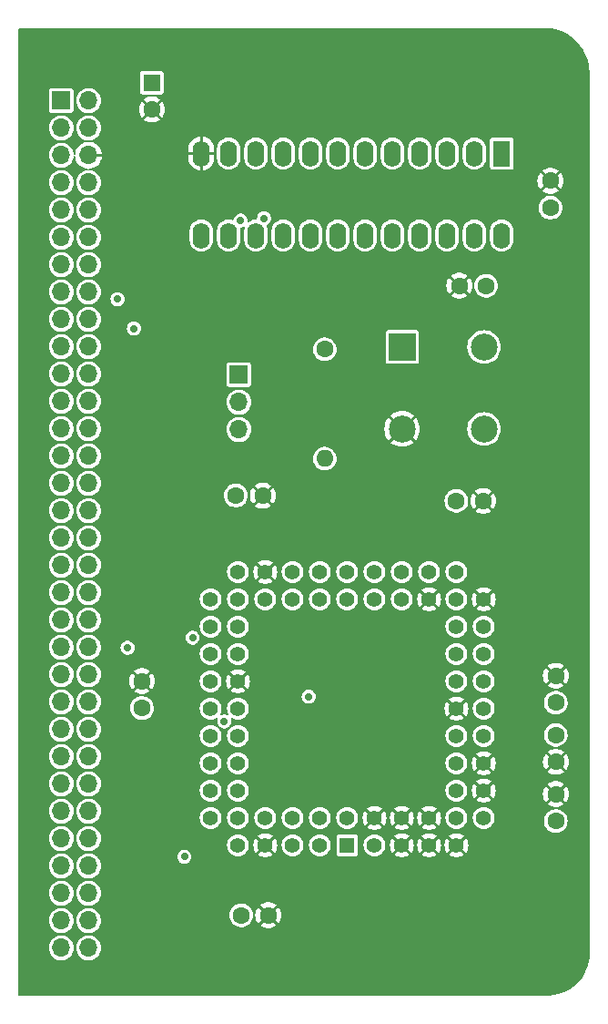
<source format=gbr>
%TF.GenerationSoftware,KiCad,Pcbnew,8.0.0*%
%TF.CreationDate,2024-03-03T08:39:44-05:00*%
%TF.ProjectId,Rosco-CoPro,526f7363-6f2d-4436-9f50-726f2e6b6963,rev?*%
%TF.SameCoordinates,Original*%
%TF.FileFunction,Copper,L2,Inr*%
%TF.FilePolarity,Positive*%
%FSLAX46Y46*%
G04 Gerber Fmt 4.6, Leading zero omitted, Abs format (unit mm)*
G04 Created by KiCad (PCBNEW 8.0.0) date 2024-03-03 08:39:44*
%MOMM*%
%LPD*%
G01*
G04 APERTURE LIST*
%TA.AperFunction,ComponentPad*%
%ADD10C,1.600000*%
%TD*%
%TA.AperFunction,ComponentPad*%
%ADD11R,1.700000X1.700000*%
%TD*%
%TA.AperFunction,ComponentPad*%
%ADD12O,1.700000X1.700000*%
%TD*%
%TA.AperFunction,ComponentPad*%
%ADD13O,1.600000X1.600000*%
%TD*%
%TA.AperFunction,ComponentPad*%
%ADD14R,1.600000X2.400000*%
%TD*%
%TA.AperFunction,ComponentPad*%
%ADD15O,1.600000X2.400000*%
%TD*%
%TA.AperFunction,ComponentPad*%
%ADD16R,1.422400X1.422400*%
%TD*%
%TA.AperFunction,ComponentPad*%
%ADD17C,1.422400*%
%TD*%
%TA.AperFunction,ComponentPad*%
%ADD18R,1.600000X1.600000*%
%TD*%
%TA.AperFunction,ComponentPad*%
%ADD19R,2.500000X2.500000*%
%TD*%
%TA.AperFunction,ComponentPad*%
%ADD20C,2.500000*%
%TD*%
%TA.AperFunction,ViaPad*%
%ADD21C,0.700000*%
%TD*%
G04 APERTURE END LIST*
D10*
%TO.N,+5V*%
%TO.C,C3*%
X54750000Y-97000000D03*
%TO.N,GND*%
X57250000Y-97000000D03*
%TD*%
D11*
%TO.N,CPUCLK*%
%TO.C,J1*%
X55020000Y-85783300D03*
D12*
%TO.N,Net-(IC1-CLK)*%
X55020000Y-88323300D03*
%TO.N,Net-(J1-Pin_3)*%
X55020000Y-90863300D03*
%TD*%
D10*
%TO.N,Net-(X1-OUT)*%
%TO.C,R1*%
X63000000Y-83420000D03*
D13*
%TO.N,Net-(J1-Pin_3)*%
X63000000Y-93580000D03*
%TD*%
D10*
%TO.N,+5V*%
%TO.C,C8*%
X84500000Y-119250000D03*
%TO.N,GND*%
X84500000Y-121750000D03*
%TD*%
%TO.N,+5V*%
%TO.C,C5*%
X55250000Y-136000000D03*
%TO.N,GND*%
X57750000Y-136000000D03*
%TD*%
%TO.N,+5V*%
%TO.C,C2*%
X75250000Y-97500000D03*
%TO.N,GND*%
X77750000Y-97500000D03*
%TD*%
%TO.N,+5V*%
%TO.C,C6*%
X46000000Y-116750000D03*
%TO.N,GND*%
X46000000Y-114250000D03*
%TD*%
D14*
%TO.N,UDS*%
%TO.C,IC2*%
X79480000Y-65220000D03*
D15*
%TO.N,LDS*%
X76940000Y-65220000D03*
%TO.N,CPUFC0*%
X74400000Y-65220000D03*
%TO.N,CPUFC1*%
X71860000Y-65220000D03*
%TO.N,CPUFC2*%
X69320000Y-65220000D03*
%TO.N,A13*%
X66780000Y-65220000D03*
%TO.N,A14*%
X64240000Y-65220000D03*
%TO.N,A15*%
X61700000Y-65220000D03*
%TO.N,A16*%
X59160000Y-65220000D03*
%TO.N,A17*%
X56620000Y-65220000D03*
%TO.N,A18*%
X54080000Y-65220000D03*
%TO.N,GND*%
X51540000Y-65220000D03*
%TO.N,A19*%
X51540000Y-72840000D03*
%TO.N,A5*%
X54080000Y-72840000D03*
%TO.N,A6*%
X56620000Y-72840000D03*
%TO.N,A7*%
X59160000Y-72840000D03*
%TO.N,A8*%
X61700000Y-72840000D03*
%TO.N,A9*%
X64240000Y-72840000D03*
%TO.N,A10*%
X66780000Y-72840000D03*
%TO.N,A11*%
X69320000Y-72840000D03*
%TO.N,A12*%
X71860000Y-72840000D03*
%TO.N,CS*%
X74400000Y-72840000D03*
%TO.N,DS*%
X76940000Y-72840000D03*
%TO.N,+5V*%
X79480000Y-72840000D03*
%TD*%
D10*
%TO.N,+5V*%
%TO.C,C7*%
X84500000Y-116250000D03*
%TO.N,GND*%
X84500000Y-113750000D03*
%TD*%
D16*
%TO.N,D2*%
%TO.C,IC1*%
X65100000Y-129500000D03*
D17*
%TO.N,D1*%
X65100000Y-126960000D03*
%TO.N,D0*%
X67640000Y-129500000D03*
%TO.N,GND*%
X67640000Y-126960000D03*
X70180000Y-129500000D03*
X70180000Y-126960000D03*
X72720000Y-129500000D03*
X72720000Y-126960000D03*
X75260000Y-129500000D03*
%TO.N,+5V*%
X77800000Y-126960000D03*
%TO.N,Net-(IC1-CLK)*%
X75260000Y-126960000D03*
%TO.N,GND*%
X77800000Y-124420000D03*
%TO.N,RESET*%
X75260000Y-124420000D03*
%TO.N,GND*%
X77800000Y-121880000D03*
%TO.N,unconnected-(IC1-NC-Pad15)*%
X75260000Y-121880000D03*
%TO.N,+5V*%
X77800000Y-119340000D03*
X75260000Y-119340000D03*
X77800000Y-116800000D03*
%TO.N,GND*%
X75260000Y-116800000D03*
%TO.N,DS*%
X77800000Y-114260000D03*
%TO.N,AS*%
X75260000Y-114260000D03*
%TO.N,A4*%
X77800000Y-111720000D03*
%TO.N,A3*%
X75260000Y-111720000D03*
%TO.N,A2*%
X77800000Y-109180000D03*
%TO.N,A1*%
X75260000Y-109180000D03*
%TO.N,GND*%
X77800000Y-106640000D03*
%TO.N,+5V*%
X75260000Y-104100000D03*
%TO.N,RW*%
X75260000Y-106640000D03*
%TO.N,CS*%
X72720000Y-104100000D03*
%TO.N,GND*%
X72720000Y-106640000D03*
%TO.N,unconnected-(IC1-DSACK0-Pad31)*%
X70180000Y-104100000D03*
%TO.N,DTACK*%
X70180000Y-106640000D03*
%TO.N,D15*%
X67640000Y-104100000D03*
%TO.N,D14*%
X67640000Y-106640000D03*
%TO.N,D13*%
X65100000Y-104100000D03*
%TO.N,D12*%
X65100000Y-106640000D03*
%TO.N,D11*%
X62560000Y-104100000D03*
%TO.N,D10*%
X62560000Y-106640000D03*
%TO.N,D9*%
X60020000Y-104100000D03*
%TO.N,D8*%
X60020000Y-106640000D03*
%TO.N,GND*%
X57480000Y-104100000D03*
%TO.N,D7*%
X57480000Y-106640000D03*
%TO.N,+5V*%
X54940000Y-104100000D03*
%TO.N,D6*%
X52400000Y-106640000D03*
%TO.N,D5*%
X54940000Y-106640000D03*
%TO.N,D4*%
X52400000Y-109180000D03*
%TO.N,D3*%
X54940000Y-109180000D03*
%TO.N,D2*%
X52400000Y-111720000D03*
%TO.N,D1*%
X54940000Y-111720000D03*
%TO.N,D0*%
X52400000Y-114260000D03*
%TO.N,GND*%
X54940000Y-114260000D03*
%TO.N,+5V*%
X52400000Y-116800000D03*
X54940000Y-116800000D03*
%TO.N,D15*%
X52400000Y-119340000D03*
%TO.N,D14*%
X54940000Y-119340000D03*
%TO.N,D13*%
X52400000Y-121880000D03*
%TO.N,D12*%
X54940000Y-121880000D03*
%TO.N,D11*%
X52400000Y-124420000D03*
%TO.N,D10*%
X54940000Y-124420000D03*
%TO.N,D9*%
X52400000Y-126960000D03*
%TO.N,+5V*%
X54940000Y-129500000D03*
%TO.N,D8*%
X54940000Y-126960000D03*
%TO.N,GND*%
X57480000Y-129500000D03*
%TO.N,D7*%
X57480000Y-126960000D03*
%TO.N,D6*%
X60020000Y-129500000D03*
%TO.N,D5*%
X60020000Y-126960000D03*
%TO.N,D4*%
X62560000Y-129500000D03*
%TO.N,D3*%
X62560000Y-126960000D03*
%TD*%
D18*
%TO.N,+5V*%
%TO.C,C9*%
X46930000Y-58624900D03*
D10*
%TO.N,GND*%
X46930000Y-61124900D03*
%TD*%
%TO.N,+5V*%
%TO.C,C4*%
X84500000Y-127250000D03*
%TO.N,GND*%
X84500000Y-124750000D03*
%TD*%
%TO.N,+5V*%
%TO.C,C1*%
X78020000Y-77500000D03*
%TO.N,GND*%
X75520000Y-77500000D03*
%TD*%
D11*
%TO.N,A1*%
%TO.C,BUS1*%
X38500000Y-60300000D03*
D12*
%TO.N,+5V*%
X41040000Y-60300000D03*
%TO.N,A2*%
X38500000Y-62840000D03*
%TO.N,CPUCLK*%
X41040000Y-62840000D03*
%TO.N,A3*%
X38500000Y-65380000D03*
%TO.N,GND*%
X41040000Y-65380000D03*
%TO.N,A4*%
X38500000Y-67920000D03*
%TO.N,VPA*%
X41040000Y-67920000D03*
%TO.N,A5*%
X38500000Y-70460000D03*
%TO.N,E*%
X41040000Y-70460000D03*
%TO.N,A6*%
X38500000Y-73000000D03*
%TO.N,VMA*%
X41040000Y-73000000D03*
%TO.N,A7*%
X38500000Y-75540000D03*
%TO.N,MFPIEO*%
X41040000Y-75540000D03*
%TO.N,A8*%
X38500000Y-78080000D03*
%TO.N,IOSEL*%
X41040000Y-78080000D03*
%TO.N,A9*%
X38500000Y-80620000D03*
%TO.N,EXPSEL*%
X41040000Y-80620000D03*
%TO.N,A10*%
X38500000Y-83160000D03*
%TO.N,CPUFC0*%
X41040000Y-83160000D03*
%TO.N,A11*%
X38500000Y-85700000D03*
%TO.N,CPUFC1*%
X41040000Y-85700000D03*
%TO.N,A12*%
X38500000Y-88240000D03*
%TO.N,CPUFC2*%
X41040000Y-88240000D03*
%TO.N,A13*%
X38500000Y-90780000D03*
%TO.N,IPL0*%
X41040000Y-90780000D03*
%TO.N,A14*%
X38500000Y-93320000D03*
%TO.N,IPL1*%
X41040000Y-93320000D03*
%TO.N,A15*%
X38500000Y-95860000D03*
%TO.N,IPL2*%
X41040000Y-95860000D03*
%TO.N,A16*%
X38500000Y-98400000D03*
%TO.N,LDS*%
X41040000Y-98400000D03*
%TO.N,A17*%
X38500000Y-100940000D03*
%TO.N,UDS*%
X41040000Y-100940000D03*
%TO.N,A18*%
X38500000Y-103480000D03*
%TO.N,RESET*%
X41040000Y-103480000D03*
%TO.N,A19*%
X38500000Y-106020000D03*
%TO.N,D15*%
X41040000Y-106020000D03*
%TO.N,A20*%
X38500000Y-108560000D03*
%TO.N,D14*%
X41040000Y-108560000D03*
%TO.N,A21*%
X38500000Y-111100000D03*
%TO.N,D13*%
X41040000Y-111100000D03*
%TO.N,A22*%
X38500000Y-113640000D03*
%TO.N,D12*%
X41040000Y-113640000D03*
%TO.N,A23*%
X38500000Y-116180000D03*
%TO.N,D11*%
X41040000Y-116180000D03*
%TO.N,AS*%
X38500000Y-118720000D03*
%TO.N,D10*%
X41040000Y-118720000D03*
%TO.N,BERR*%
X38500000Y-121260000D03*
%TO.N,D9*%
X41040000Y-121260000D03*
%TO.N,BG*%
X38500000Y-123800000D03*
%TO.N,D8*%
X41040000Y-123800000D03*
%TO.N,BGACK*%
X38500000Y-126340000D03*
%TO.N,D7*%
X41040000Y-126340000D03*
%TO.N,BR*%
X38500000Y-128880000D03*
%TO.N,D6*%
X41040000Y-128880000D03*
%TO.N,DTACK*%
X38500000Y-131420000D03*
%TO.N,D5*%
X41040000Y-131420000D03*
%TO.N,RW*%
X38500000Y-133960000D03*
%TO.N,D4*%
X41040000Y-133960000D03*
%TO.N,D0*%
X38500000Y-136500000D03*
%TO.N,D3*%
X41040000Y-136500000D03*
%TO.N,D1*%
X38500000Y-139040000D03*
%TO.N,D2*%
X41040000Y-139040000D03*
%TD*%
D10*
%TO.N,+5V*%
%TO.C,C10*%
X84000000Y-70250000D03*
%TO.N,GND*%
X84000000Y-67750000D03*
%TD*%
D19*
%TO.N,unconnected-(X1-EN-Pad1)*%
%TO.C,X1*%
X70210000Y-83190000D03*
D20*
%TO.N,GND*%
X70210000Y-90810000D03*
%TO.N,Net-(X1-OUT)*%
X77830000Y-90810000D03*
%TO.N,+5V*%
X77830000Y-83190000D03*
%TD*%
D21*
%TO.N,A13*%
X45261700Y-81483100D03*
%TO.N,A4*%
X55179800Y-71454400D03*
%TO.N,A3*%
X57362200Y-71234300D03*
%TO.N,D7*%
X61514400Y-115691300D03*
%TO.N,A14*%
X43741200Y-78749400D03*
%TO.N,D12*%
X53670000Y-117996400D03*
%TO.N,D13*%
X50714500Y-110208100D03*
%TO.N,D15*%
X44664400Y-111153800D03*
%TO.N,D3*%
X49947600Y-130580000D03*
%TD*%
%TA.AperFunction,Conductor*%
%TO.N,GND*%
G36*
X83634694Y-53569283D02*
G01*
X84025066Y-53598136D01*
X84029522Y-53598466D01*
X84036729Y-53599356D01*
X84079723Y-53606822D01*
X84426369Y-53667024D01*
X84433440Y-53668614D01*
X84814560Y-53774145D01*
X84821454Y-53776422D01*
X85190402Y-53918804D01*
X85197022Y-53921740D01*
X85550252Y-54099606D01*
X85556554Y-54103178D01*
X85890632Y-54314800D01*
X85896556Y-54318974D01*
X86208296Y-54562332D01*
X86213779Y-54567062D01*
X86500157Y-54839799D01*
X86505164Y-54845060D01*
X86763417Y-55144537D01*
X86767884Y-55150262D01*
X86995548Y-55473623D01*
X86999432Y-55479759D01*
X87194300Y-55823870D01*
X87197564Y-55830357D01*
X87357764Y-56191908D01*
X87360377Y-56198684D01*
X87484373Y-56574213D01*
X87486308Y-56581213D01*
X87572892Y-56967064D01*
X87574133Y-56974219D01*
X87622536Y-57367143D01*
X87623043Y-57373535D01*
X87630105Y-57570264D01*
X87630153Y-57572856D01*
X87699999Y-139299964D01*
X87702401Y-139498180D01*
X87702205Y-139504531D01*
X87673019Y-139899352D01*
X87672129Y-139906560D01*
X87604459Y-140296184D01*
X87602866Y-140303269D01*
X87497338Y-140684366D01*
X87495059Y-140691261D01*
X87352681Y-141060186D01*
X87349737Y-141066825D01*
X87171885Y-141420017D01*
X87168305Y-141426335D01*
X86956682Y-141760407D01*
X86952499Y-141766343D01*
X86709165Y-142078045D01*
X86704421Y-142083543D01*
X86431702Y-142369898D01*
X86426442Y-142374905D01*
X86126961Y-142633157D01*
X86121235Y-142637624D01*
X85797888Y-142865275D01*
X85791752Y-142869159D01*
X85447649Y-143064018D01*
X85441162Y-143067282D01*
X85079619Y-143227474D01*
X85072843Y-143230087D01*
X84697335Y-143354073D01*
X84690336Y-143356009D01*
X84304478Y-143442591D01*
X84297323Y-143443831D01*
X83904391Y-143492232D01*
X83898056Y-143492737D01*
X83701364Y-143499950D01*
X83698652Y-143500000D01*
X34573906Y-143500000D01*
X34521580Y-143478326D01*
X34499906Y-143426000D01*
X34499908Y-141420017D01*
X34499910Y-139040003D01*
X37344571Y-139040003D01*
X37364242Y-139252303D01*
X37364243Y-139252309D01*
X37422593Y-139457383D01*
X37422596Y-139457393D01*
X37517632Y-139648252D01*
X37517634Y-139648255D01*
X37646128Y-139818407D01*
X37803698Y-139962052D01*
X37984981Y-140074298D01*
X38183802Y-140151321D01*
X38393390Y-140190500D01*
X38606610Y-140190500D01*
X38816198Y-140151321D01*
X39015019Y-140074298D01*
X39196302Y-139962052D01*
X39353872Y-139818407D01*
X39482366Y-139648255D01*
X39577405Y-139457389D01*
X39635756Y-139252310D01*
X39655429Y-139040003D01*
X39884571Y-139040003D01*
X39904242Y-139252303D01*
X39904243Y-139252309D01*
X39962593Y-139457383D01*
X39962596Y-139457393D01*
X40057632Y-139648252D01*
X40057634Y-139648255D01*
X40186128Y-139818407D01*
X40343698Y-139962052D01*
X40524981Y-140074298D01*
X40723802Y-140151321D01*
X40933390Y-140190500D01*
X41146610Y-140190500D01*
X41356198Y-140151321D01*
X41555019Y-140074298D01*
X41736302Y-139962052D01*
X41893872Y-139818407D01*
X42022366Y-139648255D01*
X42117405Y-139457389D01*
X42175756Y-139252310D01*
X42195429Y-139040000D01*
X42175756Y-138827690D01*
X42117405Y-138622611D01*
X42022366Y-138431745D01*
X41893872Y-138261593D01*
X41736302Y-138117948D01*
X41555019Y-138005702D01*
X41356198Y-137928679D01*
X41264150Y-137911472D01*
X41146613Y-137889500D01*
X41146610Y-137889500D01*
X40933390Y-137889500D01*
X40933386Y-137889500D01*
X40776670Y-137918796D01*
X40723802Y-137928679D01*
X40723800Y-137928679D01*
X40723798Y-137928680D01*
X40524986Y-138005700D01*
X40524981Y-138005702D01*
X40524976Y-138005704D01*
X40524976Y-138005705D01*
X40343700Y-138117946D01*
X40186130Y-138261590D01*
X40057636Y-138431741D01*
X40057632Y-138431747D01*
X39962596Y-138622606D01*
X39962593Y-138622616D01*
X39904243Y-138827690D01*
X39904242Y-138827696D01*
X39884571Y-139039996D01*
X39884571Y-139040003D01*
X39655429Y-139040003D01*
X39655429Y-139040000D01*
X39635756Y-138827690D01*
X39577405Y-138622611D01*
X39482366Y-138431745D01*
X39353872Y-138261593D01*
X39196302Y-138117948D01*
X39015019Y-138005702D01*
X38816198Y-137928679D01*
X38724150Y-137911472D01*
X38606613Y-137889500D01*
X38606610Y-137889500D01*
X38393390Y-137889500D01*
X38393386Y-137889500D01*
X38236670Y-137918796D01*
X38183802Y-137928679D01*
X38183800Y-137928679D01*
X38183798Y-137928680D01*
X37984986Y-138005700D01*
X37984981Y-138005702D01*
X37984976Y-138005704D01*
X37984976Y-138005705D01*
X37803700Y-138117946D01*
X37646130Y-138261590D01*
X37517636Y-138431741D01*
X37517632Y-138431747D01*
X37422596Y-138622606D01*
X37422593Y-138622616D01*
X37364243Y-138827690D01*
X37364242Y-138827696D01*
X37344571Y-139039996D01*
X37344571Y-139040003D01*
X34499910Y-139040003D01*
X34499913Y-136500003D01*
X37344571Y-136500003D01*
X37364242Y-136712303D01*
X37364243Y-136712309D01*
X37422593Y-136917383D01*
X37422596Y-136917393D01*
X37517632Y-137108252D01*
X37517634Y-137108255D01*
X37646128Y-137278407D01*
X37803698Y-137422052D01*
X37984981Y-137534298D01*
X38183802Y-137611321D01*
X38393390Y-137650500D01*
X38606610Y-137650500D01*
X38816198Y-137611321D01*
X39015019Y-137534298D01*
X39196302Y-137422052D01*
X39353872Y-137278407D01*
X39482366Y-137108255D01*
X39577405Y-136917389D01*
X39635756Y-136712310D01*
X39647848Y-136581822D01*
X39655429Y-136500003D01*
X39884571Y-136500003D01*
X39904242Y-136712303D01*
X39904243Y-136712309D01*
X39962593Y-136917383D01*
X39962596Y-136917393D01*
X40057632Y-137108252D01*
X40057634Y-137108255D01*
X40186128Y-137278407D01*
X40343698Y-137422052D01*
X40524981Y-137534298D01*
X40723802Y-137611321D01*
X40933390Y-137650500D01*
X41146610Y-137650500D01*
X41356198Y-137611321D01*
X41555019Y-137534298D01*
X41736302Y-137422052D01*
X41893872Y-137278407D01*
X42022366Y-137108255D01*
X42117405Y-136917389D01*
X42175756Y-136712310D01*
X42187848Y-136581822D01*
X42195429Y-136500003D01*
X42195429Y-136499996D01*
X42175757Y-136287696D01*
X42175756Y-136287690D01*
X42151683Y-136203083D01*
X42117405Y-136082611D01*
X42076272Y-136000003D01*
X54144785Y-136000003D01*
X54163601Y-136203076D01*
X54163602Y-136203082D01*
X54211875Y-136372741D01*
X54219418Y-136399250D01*
X54310327Y-136581821D01*
X54310328Y-136581822D01*
X54310329Y-136581825D01*
X54433234Y-136744578D01*
X54433235Y-136744579D01*
X54570637Y-136869836D01*
X54583959Y-136881981D01*
X54757363Y-136989348D01*
X54947544Y-137063024D01*
X55148024Y-137100500D01*
X55148026Y-137100500D01*
X55351974Y-137100500D01*
X55351976Y-137100500D01*
X55552456Y-137063024D01*
X55742637Y-136989348D01*
X55916041Y-136881981D01*
X56066764Y-136744579D01*
X56091133Y-136712310D01*
X56189670Y-136581825D01*
X56189670Y-136581824D01*
X56189673Y-136581821D01*
X56280582Y-136399250D01*
X56336397Y-136203083D01*
X56350336Y-136052661D01*
X56355215Y-136000003D01*
X56544859Y-136000003D01*
X56565377Y-136221432D01*
X56565379Y-136221445D01*
X56626237Y-136435342D01*
X56626239Y-136435346D01*
X56725368Y-136634426D01*
X56725370Y-136634428D01*
X56817196Y-136756025D01*
X57392473Y-136180747D01*
X57429920Y-136245606D01*
X57504394Y-136320080D01*
X57569251Y-136357525D01*
X56993040Y-136933736D01*
X56993039Y-136933736D01*
X57023742Y-136961724D01*
X57212817Y-137078794D01*
X57212827Y-137078799D01*
X57420194Y-137159134D01*
X57638800Y-137199999D01*
X57638806Y-137200000D01*
X57861194Y-137200000D01*
X57861199Y-137199999D01*
X58079805Y-137159134D01*
X58287172Y-137078799D01*
X58287182Y-137078794D01*
X58476257Y-136961724D01*
X58506958Y-136933735D01*
X57930748Y-136357525D01*
X57995606Y-136320080D01*
X58070080Y-136245606D01*
X58107525Y-136180748D01*
X58682801Y-136756024D01*
X58774631Y-136634424D01*
X58873760Y-136435346D01*
X58873762Y-136435342D01*
X58934620Y-136221445D01*
X58934622Y-136221432D01*
X58955141Y-136000003D01*
X58955141Y-135999996D01*
X58934622Y-135778567D01*
X58934620Y-135778554D01*
X58873762Y-135564657D01*
X58873760Y-135564653D01*
X58774631Y-135365573D01*
X58774629Y-135365571D01*
X58682802Y-135243973D01*
X58107524Y-135819250D01*
X58070080Y-135754394D01*
X57995606Y-135679920D01*
X57930746Y-135642473D01*
X58506958Y-135066262D01*
X58476257Y-135038275D01*
X58287182Y-134921205D01*
X58287172Y-134921200D01*
X58079805Y-134840865D01*
X57861199Y-134800000D01*
X57638800Y-134800000D01*
X57420194Y-134840865D01*
X57212827Y-134921200D01*
X57212817Y-134921205D01*
X57023739Y-135038277D01*
X57023738Y-135038277D01*
X56993039Y-135066262D01*
X57569251Y-135642474D01*
X57504394Y-135679920D01*
X57429920Y-135754394D01*
X57392474Y-135819251D01*
X56817196Y-135243973D01*
X56725370Y-135365571D01*
X56725368Y-135365573D01*
X56626239Y-135564653D01*
X56626237Y-135564657D01*
X56565379Y-135778554D01*
X56565377Y-135778567D01*
X56544859Y-135999996D01*
X56544859Y-136000003D01*
X56355215Y-136000003D01*
X56355215Y-135999996D01*
X56336398Y-135796923D01*
X56336397Y-135796917D01*
X56303108Y-135679920D01*
X56280582Y-135600750D01*
X56189673Y-135418179D01*
X56189670Y-135418175D01*
X56189670Y-135418174D01*
X56066765Y-135255421D01*
X56066764Y-135255420D01*
X55916041Y-135118019D01*
X55840621Y-135071321D01*
X55742637Y-135010652D01*
X55552456Y-134936976D01*
X55464407Y-134920516D01*
X55351979Y-134899500D01*
X55351976Y-134899500D01*
X55148024Y-134899500D01*
X55148020Y-134899500D01*
X54998116Y-134927522D01*
X54947544Y-134936976D01*
X54947542Y-134936976D01*
X54947540Y-134936977D01*
X54799575Y-134994299D01*
X54757363Y-135010652D01*
X54757358Y-135010654D01*
X54757358Y-135010655D01*
X54583958Y-135118019D01*
X54583957Y-135118019D01*
X54433235Y-135255420D01*
X54433234Y-135255421D01*
X54310329Y-135418174D01*
X54310328Y-135418177D01*
X54310327Y-135418178D01*
X54310327Y-135418179D01*
X54286664Y-135465702D01*
X54219418Y-135600750D01*
X54219416Y-135600755D01*
X54163602Y-135796917D01*
X54163601Y-135796923D01*
X54144785Y-135999996D01*
X54144785Y-136000003D01*
X42076272Y-136000003D01*
X42022366Y-135891745D01*
X41893872Y-135721593D01*
X41736302Y-135577948D01*
X41555019Y-135465702D01*
X41356198Y-135388679D01*
X41264150Y-135371472D01*
X41146613Y-135349500D01*
X41146610Y-135349500D01*
X40933390Y-135349500D01*
X40933386Y-135349500D01*
X40776670Y-135378796D01*
X40723802Y-135388679D01*
X40723800Y-135388679D01*
X40723798Y-135388680D01*
X40524986Y-135465700D01*
X40524981Y-135465702D01*
X40524976Y-135465704D01*
X40524976Y-135465705D01*
X40343700Y-135577946D01*
X40186130Y-135721590D01*
X40057636Y-135891741D01*
X40057632Y-135891747D01*
X39962596Y-136082606D01*
X39962593Y-136082616D01*
X39904243Y-136287690D01*
X39904242Y-136287696D01*
X39884571Y-136499996D01*
X39884571Y-136500003D01*
X39655429Y-136500003D01*
X39655429Y-136499996D01*
X39635757Y-136287696D01*
X39635756Y-136287690D01*
X39611683Y-136203083D01*
X39577405Y-136082611D01*
X39482366Y-135891745D01*
X39353872Y-135721593D01*
X39196302Y-135577948D01*
X39015019Y-135465702D01*
X38816198Y-135388679D01*
X38724150Y-135371472D01*
X38606613Y-135349500D01*
X38606610Y-135349500D01*
X38393390Y-135349500D01*
X38393386Y-135349500D01*
X38236670Y-135378796D01*
X38183802Y-135388679D01*
X38183800Y-135388679D01*
X38183798Y-135388680D01*
X37984986Y-135465700D01*
X37984981Y-135465702D01*
X37984976Y-135465704D01*
X37984976Y-135465705D01*
X37803700Y-135577946D01*
X37646130Y-135721590D01*
X37517636Y-135891741D01*
X37517632Y-135891747D01*
X37422596Y-136082606D01*
X37422593Y-136082616D01*
X37364243Y-136287690D01*
X37364242Y-136287696D01*
X37344571Y-136499996D01*
X37344571Y-136500003D01*
X34499913Y-136500003D01*
X34499915Y-133960003D01*
X37344571Y-133960003D01*
X37364242Y-134172303D01*
X37364243Y-134172309D01*
X37422593Y-134377383D01*
X37422596Y-134377393D01*
X37517632Y-134568252D01*
X37517634Y-134568255D01*
X37646128Y-134738407D01*
X37803698Y-134882052D01*
X37984981Y-134994298D01*
X38183802Y-135071321D01*
X38393390Y-135110500D01*
X38606610Y-135110500D01*
X38816198Y-135071321D01*
X39015019Y-134994298D01*
X39196302Y-134882052D01*
X39353872Y-134738407D01*
X39482366Y-134568255D01*
X39577405Y-134377389D01*
X39635756Y-134172310D01*
X39655429Y-133960003D01*
X39884571Y-133960003D01*
X39904242Y-134172303D01*
X39904243Y-134172309D01*
X39962593Y-134377383D01*
X39962596Y-134377393D01*
X40057632Y-134568252D01*
X40057634Y-134568255D01*
X40186128Y-134738407D01*
X40343698Y-134882052D01*
X40524981Y-134994298D01*
X40723802Y-135071321D01*
X40933390Y-135110500D01*
X41146610Y-135110500D01*
X41356198Y-135071321D01*
X41555019Y-134994298D01*
X41736302Y-134882052D01*
X41893872Y-134738407D01*
X42022366Y-134568255D01*
X42117405Y-134377389D01*
X42175756Y-134172310D01*
X42195429Y-133960000D01*
X42175756Y-133747690D01*
X42117405Y-133542611D01*
X42022366Y-133351745D01*
X41893872Y-133181593D01*
X41736302Y-133037948D01*
X41555019Y-132925702D01*
X41356198Y-132848679D01*
X41264150Y-132831472D01*
X41146613Y-132809500D01*
X41146610Y-132809500D01*
X40933390Y-132809500D01*
X40933386Y-132809500D01*
X40776670Y-132838796D01*
X40723802Y-132848679D01*
X40723800Y-132848679D01*
X40723798Y-132848680D01*
X40524986Y-132925700D01*
X40524981Y-132925702D01*
X40524976Y-132925704D01*
X40524976Y-132925705D01*
X40343700Y-133037946D01*
X40186130Y-133181590D01*
X40057636Y-133351741D01*
X40057632Y-133351747D01*
X39962596Y-133542606D01*
X39962593Y-133542616D01*
X39904243Y-133747690D01*
X39904242Y-133747696D01*
X39884571Y-133959996D01*
X39884571Y-133960003D01*
X39655429Y-133960003D01*
X39655429Y-133960000D01*
X39635756Y-133747690D01*
X39577405Y-133542611D01*
X39482366Y-133351745D01*
X39353872Y-133181593D01*
X39196302Y-133037948D01*
X39015019Y-132925702D01*
X38816198Y-132848679D01*
X38724150Y-132831472D01*
X38606613Y-132809500D01*
X38606610Y-132809500D01*
X38393390Y-132809500D01*
X38393386Y-132809500D01*
X38236670Y-132838796D01*
X38183802Y-132848679D01*
X38183800Y-132848679D01*
X38183798Y-132848680D01*
X37984986Y-132925700D01*
X37984981Y-132925702D01*
X37984976Y-132925704D01*
X37984976Y-132925705D01*
X37803700Y-133037946D01*
X37646130Y-133181590D01*
X37517636Y-133351741D01*
X37517632Y-133351747D01*
X37422596Y-133542606D01*
X37422593Y-133542616D01*
X37364243Y-133747690D01*
X37364242Y-133747696D01*
X37344571Y-133959996D01*
X37344571Y-133960003D01*
X34499915Y-133960003D01*
X34499918Y-131420003D01*
X37344571Y-131420003D01*
X37364242Y-131632303D01*
X37364243Y-131632309D01*
X37422593Y-131837383D01*
X37422596Y-131837393D01*
X37517632Y-132028252D01*
X37517634Y-132028255D01*
X37646128Y-132198407D01*
X37803698Y-132342052D01*
X37984981Y-132454298D01*
X38183802Y-132531321D01*
X38393390Y-132570500D01*
X38606610Y-132570500D01*
X38816198Y-132531321D01*
X39015019Y-132454298D01*
X39196302Y-132342052D01*
X39353872Y-132198407D01*
X39482366Y-132028255D01*
X39577405Y-131837389D01*
X39635756Y-131632310D01*
X39655429Y-131420003D01*
X39884571Y-131420003D01*
X39904242Y-131632303D01*
X39904243Y-131632309D01*
X39962593Y-131837383D01*
X39962596Y-131837393D01*
X40057632Y-132028252D01*
X40057634Y-132028255D01*
X40186128Y-132198407D01*
X40343698Y-132342052D01*
X40524981Y-132454298D01*
X40723802Y-132531321D01*
X40933390Y-132570500D01*
X41146610Y-132570500D01*
X41356198Y-132531321D01*
X41555019Y-132454298D01*
X41736302Y-132342052D01*
X41893872Y-132198407D01*
X42022366Y-132028255D01*
X42117405Y-131837389D01*
X42175756Y-131632310D01*
X42195429Y-131420000D01*
X42175756Y-131207690D01*
X42117405Y-131002611D01*
X42022366Y-130811745D01*
X41893872Y-130641593D01*
X41826311Y-130580003D01*
X49292322Y-130580003D01*
X49311361Y-130736808D01*
X49311364Y-130736822D01*
X49367378Y-130884521D01*
X49448886Y-131002606D01*
X49457117Y-131014530D01*
X49575360Y-131119283D01*
X49715235Y-131192696D01*
X49868615Y-131230500D01*
X49868619Y-131230500D01*
X50026581Y-131230500D01*
X50026585Y-131230500D01*
X50179965Y-131192696D01*
X50319840Y-131119283D01*
X50438083Y-131014530D01*
X50527820Y-130884523D01*
X50583837Y-130736818D01*
X50602878Y-130580000D01*
X50595179Y-130516595D01*
X50583838Y-130423191D01*
X50583837Y-130423182D01*
X50554288Y-130345268D01*
X50527821Y-130275478D01*
X50438083Y-130145470D01*
X50372625Y-130087480D01*
X50319840Y-130040717D01*
X50300373Y-130030500D01*
X50179966Y-129967304D01*
X50026587Y-129929500D01*
X50026585Y-129929500D01*
X49868615Y-129929500D01*
X49868612Y-129929500D01*
X49715233Y-129967304D01*
X49575361Y-130040716D01*
X49457116Y-130145470D01*
X49367379Y-130275478D01*
X49367378Y-130275478D01*
X49311364Y-130423177D01*
X49311361Y-130423191D01*
X49292322Y-130579996D01*
X49292322Y-130580003D01*
X41826311Y-130580003D01*
X41736302Y-130497948D01*
X41734869Y-130497061D01*
X41680513Y-130463405D01*
X41555019Y-130385702D01*
X41356198Y-130308679D01*
X41264150Y-130291472D01*
X41146613Y-130269500D01*
X41146610Y-130269500D01*
X40933390Y-130269500D01*
X40933386Y-130269500D01*
X40776670Y-130298796D01*
X40723802Y-130308679D01*
X40723800Y-130308679D01*
X40723798Y-130308680D01*
X40529465Y-130383965D01*
X40524981Y-130385702D01*
X40524976Y-130385704D01*
X40524976Y-130385705D01*
X40343700Y-130497946D01*
X40186130Y-130641590D01*
X40057636Y-130811741D01*
X40057632Y-130811747D01*
X39962596Y-131002606D01*
X39962593Y-131002616D01*
X39904243Y-131207690D01*
X39904242Y-131207696D01*
X39884571Y-131419996D01*
X39884571Y-131420003D01*
X39655429Y-131420003D01*
X39655429Y-131420000D01*
X39635756Y-131207690D01*
X39577405Y-131002611D01*
X39482366Y-130811745D01*
X39353872Y-130641593D01*
X39196302Y-130497948D01*
X39194869Y-130497061D01*
X39140513Y-130463405D01*
X39015019Y-130385702D01*
X38816198Y-130308679D01*
X38724150Y-130291472D01*
X38606613Y-130269500D01*
X38606610Y-130269500D01*
X38393390Y-130269500D01*
X38393386Y-130269500D01*
X38236670Y-130298796D01*
X38183802Y-130308679D01*
X38183800Y-130308679D01*
X38183798Y-130308680D01*
X37989465Y-130383965D01*
X37984981Y-130385702D01*
X37984976Y-130385704D01*
X37984976Y-130385705D01*
X37803700Y-130497946D01*
X37646130Y-130641590D01*
X37517636Y-130811741D01*
X37517632Y-130811747D01*
X37422596Y-131002606D01*
X37422593Y-131002616D01*
X37364243Y-131207690D01*
X37364242Y-131207696D01*
X37344571Y-131419996D01*
X37344571Y-131420003D01*
X34499918Y-131420003D01*
X34499920Y-128880003D01*
X37344571Y-128880003D01*
X37364242Y-129092303D01*
X37364243Y-129092309D01*
X37422593Y-129297383D01*
X37422596Y-129297393D01*
X37517632Y-129488252D01*
X37517634Y-129488255D01*
X37646128Y-129658407D01*
X37803698Y-129802052D01*
X37984981Y-129914298D01*
X38183802Y-129991321D01*
X38393390Y-130030500D01*
X38606610Y-130030500D01*
X38816198Y-129991321D01*
X39015019Y-129914298D01*
X39196302Y-129802052D01*
X39353872Y-129658407D01*
X39482366Y-129488255D01*
X39577405Y-129297389D01*
X39635756Y-129092310D01*
X39650314Y-128935208D01*
X39655429Y-128880003D01*
X39884571Y-128880003D01*
X39904242Y-129092303D01*
X39904243Y-129092309D01*
X39962593Y-129297383D01*
X39962596Y-129297393D01*
X40057632Y-129488252D01*
X40057634Y-129488255D01*
X40186128Y-129658407D01*
X40343698Y-129802052D01*
X40524981Y-129914298D01*
X40723802Y-129991321D01*
X40933390Y-130030500D01*
X41146610Y-130030500D01*
X41356198Y-129991321D01*
X41555019Y-129914298D01*
X41736302Y-129802052D01*
X41893872Y-129658407D01*
X42013497Y-129500000D01*
X53923405Y-129500000D01*
X53942939Y-129698329D01*
X54000790Y-129889038D01*
X54094727Y-130064782D01*
X54094730Y-130064787D01*
X54094732Y-130064790D01*
X54221159Y-130218841D01*
X54375210Y-130345268D01*
X54375215Y-130345270D01*
X54375217Y-130345272D01*
X54550961Y-130439209D01*
X54550963Y-130439209D01*
X54550966Y-130439211D01*
X54741672Y-130497061D01*
X54940000Y-130516595D01*
X55138328Y-130497061D01*
X55329034Y-130439211D01*
X55359006Y-130423191D01*
X55420060Y-130390557D01*
X55504790Y-130345268D01*
X55658841Y-130218841D01*
X55785268Y-130064790D01*
X55879211Y-129889034D01*
X55937061Y-129698328D01*
X55956595Y-129500003D01*
X56364040Y-129500003D01*
X56383039Y-129705045D01*
X56383041Y-129705058D01*
X56439396Y-129903125D01*
X56439398Y-129903130D01*
X56531192Y-130087478D01*
X56531194Y-130087481D01*
X56610595Y-130192625D01*
X57122473Y-129680746D01*
X57159920Y-129745606D01*
X57234394Y-129820080D01*
X57299251Y-129857525D01*
X56785899Y-130370876D01*
X56807486Y-130390556D01*
X56982569Y-130498962D01*
X56982579Y-130498967D01*
X57174600Y-130573358D01*
X57377028Y-130611199D01*
X57377032Y-130611200D01*
X57582968Y-130611200D01*
X57582971Y-130611199D01*
X57785399Y-130573358D01*
X57977420Y-130498967D01*
X57977430Y-130498962D01*
X58152512Y-130390557D01*
X58152513Y-130390556D01*
X58174099Y-130370876D01*
X57660748Y-129857525D01*
X57725606Y-129820080D01*
X57800080Y-129745606D01*
X57837525Y-129680748D01*
X58349403Y-130192626D01*
X58428805Y-130087480D01*
X58428807Y-130087478D01*
X58520601Y-129903130D01*
X58520603Y-129903125D01*
X58576958Y-129705058D01*
X58576960Y-129705045D01*
X58595960Y-129500003D01*
X58595960Y-129500000D01*
X59003405Y-129500000D01*
X59022939Y-129698329D01*
X59080790Y-129889038D01*
X59174727Y-130064782D01*
X59174730Y-130064787D01*
X59174732Y-130064790D01*
X59301159Y-130218841D01*
X59455210Y-130345268D01*
X59455215Y-130345270D01*
X59455217Y-130345272D01*
X59630961Y-130439209D01*
X59630963Y-130439209D01*
X59630966Y-130439211D01*
X59821672Y-130497061D01*
X60020000Y-130516595D01*
X60218328Y-130497061D01*
X60409034Y-130439211D01*
X60439006Y-130423191D01*
X60500060Y-130390557D01*
X60584790Y-130345268D01*
X60738841Y-130218841D01*
X60865268Y-130064790D01*
X60959211Y-129889034D01*
X61017061Y-129698328D01*
X61036595Y-129500000D01*
X61543405Y-129500000D01*
X61562939Y-129698329D01*
X61620790Y-129889038D01*
X61714727Y-130064782D01*
X61714730Y-130064787D01*
X61714732Y-130064790D01*
X61841159Y-130218841D01*
X61995210Y-130345268D01*
X61995215Y-130345270D01*
X61995217Y-130345272D01*
X62170961Y-130439209D01*
X62170963Y-130439209D01*
X62170966Y-130439211D01*
X62361672Y-130497061D01*
X62560000Y-130516595D01*
X62758328Y-130497061D01*
X62949034Y-130439211D01*
X62979006Y-130423191D01*
X63040060Y-130390557D01*
X63124790Y-130345268D01*
X63233486Y-130256063D01*
X64088300Y-130256063D01*
X64091214Y-130281186D01*
X64091215Y-130281192D01*
X64119509Y-130345272D01*
X64136594Y-130383965D01*
X64216035Y-130463406D01*
X64318809Y-130508785D01*
X64343935Y-130511700D01*
X65856064Y-130511699D01*
X65881191Y-130508785D01*
X65983965Y-130463406D01*
X66063406Y-130383965D01*
X66108785Y-130281191D01*
X66111700Y-130256065D01*
X66111699Y-129500000D01*
X66623405Y-129500000D01*
X66642939Y-129698329D01*
X66700790Y-129889038D01*
X66794727Y-130064782D01*
X66794730Y-130064787D01*
X66794732Y-130064790D01*
X66921159Y-130218841D01*
X67075210Y-130345268D01*
X67075215Y-130345270D01*
X67075217Y-130345272D01*
X67250961Y-130439209D01*
X67250963Y-130439209D01*
X67250966Y-130439211D01*
X67441672Y-130497061D01*
X67640000Y-130516595D01*
X67838328Y-130497061D01*
X68029034Y-130439211D01*
X68059006Y-130423191D01*
X68120060Y-130390557D01*
X68204790Y-130345268D01*
X68358841Y-130218841D01*
X68485268Y-130064790D01*
X68579211Y-129889034D01*
X68637061Y-129698328D01*
X68656595Y-129500003D01*
X69064040Y-129500003D01*
X69083039Y-129705045D01*
X69083041Y-129705058D01*
X69139396Y-129903125D01*
X69139398Y-129903130D01*
X69231192Y-130087478D01*
X69231194Y-130087481D01*
X69310595Y-130192625D01*
X69822473Y-129680746D01*
X69859920Y-129745606D01*
X69934394Y-129820080D01*
X69999251Y-129857525D01*
X69485899Y-130370876D01*
X69507486Y-130390556D01*
X69682569Y-130498962D01*
X69682579Y-130498967D01*
X69874600Y-130573358D01*
X70077028Y-130611199D01*
X70077032Y-130611200D01*
X70282968Y-130611200D01*
X70282971Y-130611199D01*
X70485399Y-130573358D01*
X70677420Y-130498967D01*
X70677430Y-130498962D01*
X70852512Y-130390557D01*
X70852513Y-130390556D01*
X70874099Y-130370876D01*
X70360748Y-129857525D01*
X70425606Y-129820080D01*
X70500080Y-129745606D01*
X70537525Y-129680748D01*
X71049403Y-130192626D01*
X71128805Y-130087480D01*
X71128807Y-130087478D01*
X71220601Y-129903130D01*
X71220603Y-129903125D01*
X71276958Y-129705058D01*
X71276960Y-129705045D01*
X71295960Y-129500003D01*
X71604040Y-129500003D01*
X71623039Y-129705045D01*
X71623041Y-129705058D01*
X71679396Y-129903125D01*
X71679398Y-129903130D01*
X71771192Y-130087478D01*
X71771194Y-130087481D01*
X71850595Y-130192625D01*
X72362473Y-129680746D01*
X72399920Y-129745606D01*
X72474394Y-129820080D01*
X72539251Y-129857525D01*
X72025899Y-130370876D01*
X72047486Y-130390556D01*
X72222569Y-130498962D01*
X72222579Y-130498967D01*
X72414600Y-130573358D01*
X72617028Y-130611199D01*
X72617032Y-130611200D01*
X72822968Y-130611200D01*
X72822971Y-130611199D01*
X73025399Y-130573358D01*
X73217420Y-130498967D01*
X73217430Y-130498962D01*
X73392512Y-130390557D01*
X73392513Y-130390556D01*
X73414099Y-130370876D01*
X72900748Y-129857525D01*
X72965606Y-129820080D01*
X73040080Y-129745606D01*
X73077525Y-129680748D01*
X73589403Y-130192626D01*
X73668805Y-130087480D01*
X73668807Y-130087478D01*
X73760601Y-129903130D01*
X73760603Y-129903125D01*
X73816958Y-129705058D01*
X73816960Y-129705045D01*
X73835960Y-129500003D01*
X74144040Y-129500003D01*
X74163039Y-129705045D01*
X74163041Y-129705058D01*
X74219396Y-129903125D01*
X74219398Y-129903130D01*
X74311192Y-130087478D01*
X74311194Y-130087481D01*
X74390595Y-130192625D01*
X74902473Y-129680746D01*
X74939920Y-129745606D01*
X75014394Y-129820080D01*
X75079251Y-129857525D01*
X74565899Y-130370876D01*
X74587486Y-130390556D01*
X74762569Y-130498962D01*
X74762579Y-130498967D01*
X74954600Y-130573358D01*
X75157028Y-130611199D01*
X75157032Y-130611200D01*
X75362968Y-130611200D01*
X75362971Y-130611199D01*
X75565399Y-130573358D01*
X75757420Y-130498967D01*
X75757430Y-130498962D01*
X75932512Y-130390557D01*
X75932513Y-130390556D01*
X75954099Y-130370876D01*
X75440748Y-129857525D01*
X75505606Y-129820080D01*
X75580080Y-129745606D01*
X75617525Y-129680748D01*
X76129403Y-130192626D01*
X76208805Y-130087480D01*
X76208807Y-130087478D01*
X76300601Y-129903130D01*
X76300603Y-129903125D01*
X76356958Y-129705058D01*
X76356960Y-129705045D01*
X76375960Y-129500003D01*
X76375960Y-129499996D01*
X76356960Y-129294954D01*
X76356958Y-129294941D01*
X76300603Y-129096874D01*
X76300601Y-129096869D01*
X76208807Y-128912521D01*
X76208805Y-128912518D01*
X76129402Y-128807372D01*
X75617524Y-129319250D01*
X75580080Y-129254394D01*
X75505606Y-129179920D01*
X75440746Y-129142473D01*
X75954099Y-128629121D01*
X75932513Y-128609443D01*
X75757430Y-128501037D01*
X75757420Y-128501032D01*
X75565399Y-128426641D01*
X75362971Y-128388800D01*
X75157028Y-128388800D01*
X74954600Y-128426641D01*
X74762579Y-128501032D01*
X74762569Y-128501037D01*
X74587483Y-128609445D01*
X74587482Y-128609445D01*
X74565898Y-128629121D01*
X75079251Y-129142474D01*
X75014394Y-129179920D01*
X74939920Y-129254394D01*
X74902474Y-129319251D01*
X74390595Y-128807372D01*
X74311192Y-128912522D01*
X74311191Y-128912525D01*
X74219398Y-129096869D01*
X74219396Y-129096874D01*
X74163041Y-129294941D01*
X74163039Y-129294954D01*
X74144040Y-129499996D01*
X74144040Y-129500003D01*
X73835960Y-129500003D01*
X73835960Y-129499996D01*
X73816960Y-129294954D01*
X73816958Y-129294941D01*
X73760603Y-129096874D01*
X73760601Y-129096869D01*
X73668807Y-128912521D01*
X73668805Y-128912518D01*
X73589402Y-128807372D01*
X73077524Y-129319250D01*
X73040080Y-129254394D01*
X72965606Y-129179920D01*
X72900746Y-129142473D01*
X73414099Y-128629121D01*
X73392513Y-128609443D01*
X73217430Y-128501037D01*
X73217420Y-128501032D01*
X73025399Y-128426641D01*
X72822971Y-128388800D01*
X72617028Y-128388800D01*
X72414600Y-128426641D01*
X72222579Y-128501032D01*
X72222569Y-128501037D01*
X72047483Y-128609445D01*
X72047482Y-128609445D01*
X72025898Y-128629121D01*
X72539251Y-129142474D01*
X72474394Y-129179920D01*
X72399920Y-129254394D01*
X72362474Y-129319251D01*
X71850595Y-128807372D01*
X71771192Y-128912522D01*
X71771191Y-128912525D01*
X71679398Y-129096869D01*
X71679396Y-129096874D01*
X71623041Y-129294941D01*
X71623039Y-129294954D01*
X71604040Y-129499996D01*
X71604040Y-129500003D01*
X71295960Y-129500003D01*
X71295960Y-129499996D01*
X71276960Y-129294954D01*
X71276958Y-129294941D01*
X71220603Y-129096874D01*
X71220601Y-129096869D01*
X71128807Y-128912521D01*
X71128805Y-128912518D01*
X71049402Y-128807372D01*
X70537524Y-129319250D01*
X70500080Y-129254394D01*
X70425606Y-129179920D01*
X70360746Y-129142473D01*
X70874099Y-128629121D01*
X70852513Y-128609443D01*
X70677430Y-128501037D01*
X70677420Y-128501032D01*
X70485399Y-128426641D01*
X70282971Y-128388800D01*
X70077028Y-128388800D01*
X69874600Y-128426641D01*
X69682579Y-128501032D01*
X69682569Y-128501037D01*
X69507483Y-128609445D01*
X69507482Y-128609445D01*
X69485898Y-128629121D01*
X69999251Y-129142474D01*
X69934394Y-129179920D01*
X69859920Y-129254394D01*
X69822474Y-129319251D01*
X69310595Y-128807372D01*
X69231192Y-128912522D01*
X69231191Y-128912525D01*
X69139398Y-129096869D01*
X69139396Y-129096874D01*
X69083041Y-129294941D01*
X69083039Y-129294954D01*
X69064040Y-129499996D01*
X69064040Y-129500003D01*
X68656595Y-129500003D01*
X68656595Y-129500000D01*
X68637061Y-129301672D01*
X68579211Y-129110966D01*
X68579209Y-129110963D01*
X68579209Y-129110961D01*
X68485272Y-128935217D01*
X68485270Y-128935215D01*
X68485268Y-128935210D01*
X68358841Y-128781159D01*
X68204790Y-128654732D01*
X68204787Y-128654730D01*
X68204782Y-128654727D01*
X68029038Y-128560790D01*
X67838329Y-128502939D01*
X67640000Y-128483405D01*
X67441670Y-128502939D01*
X67250961Y-128560790D01*
X67075217Y-128654727D01*
X67075208Y-128654733D01*
X66921159Y-128781159D01*
X66794733Y-128935208D01*
X66794727Y-128935217D01*
X66700790Y-129110961D01*
X66642939Y-129301670D01*
X66623405Y-129500000D01*
X66111699Y-129500000D01*
X66111699Y-128743936D01*
X66108785Y-128718809D01*
X66063406Y-128616035D01*
X65983965Y-128536594D01*
X65881191Y-128491215D01*
X65881190Y-128491214D01*
X65881188Y-128491214D01*
X65859859Y-128488740D01*
X65856065Y-128488300D01*
X65856064Y-128488300D01*
X64343936Y-128488300D01*
X64318813Y-128491214D01*
X64318807Y-128491215D01*
X64216034Y-128536594D01*
X64136594Y-128616034D01*
X64091214Y-128718811D01*
X64088300Y-128743935D01*
X64088300Y-130256063D01*
X63233486Y-130256063D01*
X63278841Y-130218841D01*
X63405268Y-130064790D01*
X63499211Y-129889034D01*
X63557061Y-129698328D01*
X63576595Y-129500000D01*
X63557061Y-129301672D01*
X63499211Y-129110966D01*
X63499209Y-129110963D01*
X63499209Y-129110961D01*
X63405272Y-128935217D01*
X63405270Y-128935215D01*
X63405268Y-128935210D01*
X63278841Y-128781159D01*
X63124790Y-128654732D01*
X63124787Y-128654730D01*
X63124782Y-128654727D01*
X62949038Y-128560790D01*
X62758329Y-128502939D01*
X62560000Y-128483405D01*
X62361670Y-128502939D01*
X62170961Y-128560790D01*
X61995217Y-128654727D01*
X61995208Y-128654733D01*
X61841159Y-128781159D01*
X61714733Y-128935208D01*
X61714727Y-128935217D01*
X61620790Y-129110961D01*
X61562939Y-129301670D01*
X61543405Y-129500000D01*
X61036595Y-129500000D01*
X61017061Y-129301672D01*
X60959211Y-129110966D01*
X60959209Y-129110963D01*
X60959209Y-129110961D01*
X60865272Y-128935217D01*
X60865270Y-128935215D01*
X60865268Y-128935210D01*
X60738841Y-128781159D01*
X60584790Y-128654732D01*
X60584787Y-128654730D01*
X60584782Y-128654727D01*
X60409038Y-128560790D01*
X60218329Y-128502939D01*
X60020000Y-128483405D01*
X59821670Y-128502939D01*
X59630961Y-128560790D01*
X59455217Y-128654727D01*
X59455208Y-128654733D01*
X59301159Y-128781159D01*
X59174733Y-128935208D01*
X59174727Y-128935217D01*
X59080790Y-129110961D01*
X59022939Y-129301670D01*
X59003405Y-129500000D01*
X58595960Y-129500000D01*
X58595960Y-129499996D01*
X58576960Y-129294954D01*
X58576958Y-129294941D01*
X58520603Y-129096874D01*
X58520601Y-129096869D01*
X58428807Y-128912521D01*
X58428805Y-128912518D01*
X58349402Y-128807372D01*
X57837524Y-129319250D01*
X57800080Y-129254394D01*
X57725606Y-129179920D01*
X57660746Y-129142473D01*
X58174099Y-128629121D01*
X58152513Y-128609443D01*
X57977430Y-128501037D01*
X57977420Y-128501032D01*
X57785399Y-128426641D01*
X57582971Y-128388800D01*
X57377028Y-128388800D01*
X57174600Y-128426641D01*
X56982579Y-128501032D01*
X56982569Y-128501037D01*
X56807483Y-128609445D01*
X56807482Y-128609445D01*
X56785898Y-128629121D01*
X57299251Y-129142474D01*
X57234394Y-129179920D01*
X57159920Y-129254394D01*
X57122474Y-129319251D01*
X56610595Y-128807372D01*
X56531192Y-128912522D01*
X56531191Y-128912525D01*
X56439398Y-129096869D01*
X56439396Y-129096874D01*
X56383041Y-129294941D01*
X56383039Y-129294954D01*
X56364040Y-129499996D01*
X56364040Y-129500003D01*
X55956595Y-129500003D01*
X55956595Y-129500000D01*
X55937061Y-129301672D01*
X55879211Y-129110966D01*
X55879209Y-129110963D01*
X55879209Y-129110961D01*
X55785272Y-128935217D01*
X55785270Y-128935215D01*
X55785268Y-128935210D01*
X55658841Y-128781159D01*
X55504790Y-128654732D01*
X55504787Y-128654730D01*
X55504782Y-128654727D01*
X55329038Y-128560790D01*
X55138329Y-128502939D01*
X54940000Y-128483405D01*
X54741670Y-128502939D01*
X54550961Y-128560790D01*
X54375217Y-128654727D01*
X54375208Y-128654733D01*
X54221159Y-128781159D01*
X54094733Y-128935208D01*
X54094727Y-128935217D01*
X54000790Y-129110961D01*
X53942939Y-129301670D01*
X53923405Y-129500000D01*
X42013497Y-129500000D01*
X42022366Y-129488255D01*
X42117405Y-129297389D01*
X42175756Y-129092310D01*
X42190314Y-128935208D01*
X42195429Y-128880003D01*
X42195429Y-128879996D01*
X42175757Y-128667696D01*
X42175756Y-128667690D01*
X42161058Y-128616034D01*
X42117405Y-128462611D01*
X42099494Y-128426641D01*
X42022367Y-128271747D01*
X42022363Y-128271741D01*
X41916819Y-128131980D01*
X41893872Y-128101593D01*
X41736302Y-127957948D01*
X41734869Y-127957061D01*
X41697506Y-127933926D01*
X41555019Y-127845702D01*
X41356198Y-127768679D01*
X41264150Y-127751472D01*
X41146613Y-127729500D01*
X41146610Y-127729500D01*
X40933390Y-127729500D01*
X40933386Y-127729500D01*
X40776670Y-127758796D01*
X40723802Y-127768679D01*
X40723800Y-127768679D01*
X40723798Y-127768680D01*
X40560802Y-127831825D01*
X40524981Y-127845702D01*
X40524976Y-127845704D01*
X40524976Y-127845705D01*
X40343700Y-127957946D01*
X40186130Y-128101590D01*
X40057636Y-128271741D01*
X40057632Y-128271747D01*
X39962596Y-128462606D01*
X39962593Y-128462616D01*
X39904243Y-128667690D01*
X39904242Y-128667696D01*
X39884571Y-128879996D01*
X39884571Y-128880003D01*
X39655429Y-128880003D01*
X39655429Y-128879996D01*
X39635757Y-128667696D01*
X39635756Y-128667690D01*
X39621058Y-128616034D01*
X39577405Y-128462611D01*
X39559494Y-128426641D01*
X39482367Y-128271747D01*
X39482363Y-128271741D01*
X39376819Y-128131980D01*
X39353872Y-128101593D01*
X39196302Y-127957948D01*
X39194869Y-127957061D01*
X39157506Y-127933926D01*
X39015019Y-127845702D01*
X38816198Y-127768679D01*
X38724150Y-127751472D01*
X38606613Y-127729500D01*
X38606610Y-127729500D01*
X38393390Y-127729500D01*
X38393386Y-127729500D01*
X38236670Y-127758796D01*
X38183802Y-127768679D01*
X38183800Y-127768679D01*
X38183798Y-127768680D01*
X38020802Y-127831825D01*
X37984981Y-127845702D01*
X37984976Y-127845704D01*
X37984976Y-127845705D01*
X37803700Y-127957946D01*
X37646130Y-128101590D01*
X37517636Y-128271741D01*
X37517632Y-128271747D01*
X37422596Y-128462606D01*
X37422593Y-128462616D01*
X37364243Y-128667690D01*
X37364242Y-128667696D01*
X37344571Y-128879996D01*
X37344571Y-128880003D01*
X34499920Y-128880003D01*
X34499923Y-126340003D01*
X37344571Y-126340003D01*
X37364242Y-126552303D01*
X37364243Y-126552309D01*
X37422593Y-126757383D01*
X37422596Y-126757393D01*
X37517632Y-126948252D01*
X37517634Y-126948255D01*
X37646128Y-127118407D01*
X37803698Y-127262052D01*
X37984981Y-127374298D01*
X38183802Y-127451321D01*
X38393390Y-127490500D01*
X38606610Y-127490500D01*
X38816198Y-127451321D01*
X39015019Y-127374298D01*
X39196302Y-127262052D01*
X39353872Y-127118407D01*
X39482366Y-126948255D01*
X39577405Y-126757389D01*
X39635756Y-126552310D01*
X39650314Y-126395208D01*
X39655429Y-126340003D01*
X39884571Y-126340003D01*
X39904242Y-126552303D01*
X39904243Y-126552309D01*
X39962593Y-126757383D01*
X39962596Y-126757393D01*
X40057632Y-126948252D01*
X40057634Y-126948255D01*
X40186128Y-127118407D01*
X40343698Y-127262052D01*
X40524981Y-127374298D01*
X40723802Y-127451321D01*
X40933390Y-127490500D01*
X41146610Y-127490500D01*
X41356198Y-127451321D01*
X41555019Y-127374298D01*
X41736302Y-127262052D01*
X41893872Y-127118407D01*
X42013497Y-126960000D01*
X51383405Y-126960000D01*
X51402939Y-127158329D01*
X51460790Y-127349038D01*
X51554727Y-127524782D01*
X51554730Y-127524787D01*
X51554732Y-127524790D01*
X51681159Y-127678841D01*
X51835210Y-127805268D01*
X51835215Y-127805270D01*
X51835217Y-127805272D01*
X52010961Y-127899209D01*
X52010963Y-127899209D01*
X52010966Y-127899211D01*
X52201672Y-127957061D01*
X52400000Y-127976595D01*
X52598328Y-127957061D01*
X52789034Y-127899211D01*
X52964790Y-127805268D01*
X53118841Y-127678841D01*
X53245268Y-127524790D01*
X53339211Y-127349034D01*
X53397061Y-127158328D01*
X53416595Y-126960000D01*
X53923405Y-126960000D01*
X53942939Y-127158329D01*
X54000790Y-127349038D01*
X54094727Y-127524782D01*
X54094730Y-127524787D01*
X54094732Y-127524790D01*
X54221159Y-127678841D01*
X54375210Y-127805268D01*
X54375215Y-127805270D01*
X54375217Y-127805272D01*
X54550961Y-127899209D01*
X54550963Y-127899209D01*
X54550966Y-127899211D01*
X54741672Y-127957061D01*
X54940000Y-127976595D01*
X55138328Y-127957061D01*
X55329034Y-127899211D01*
X55504790Y-127805268D01*
X55658841Y-127678841D01*
X55785268Y-127524790D01*
X55879211Y-127349034D01*
X55937061Y-127158328D01*
X55956595Y-126960000D01*
X56463405Y-126960000D01*
X56482939Y-127158329D01*
X56540790Y-127349038D01*
X56634727Y-127524782D01*
X56634730Y-127524787D01*
X56634732Y-127524790D01*
X56761159Y-127678841D01*
X56915210Y-127805268D01*
X56915215Y-127805270D01*
X56915217Y-127805272D01*
X57090961Y-127899209D01*
X57090963Y-127899209D01*
X57090966Y-127899211D01*
X57281672Y-127957061D01*
X57480000Y-127976595D01*
X57678328Y-127957061D01*
X57869034Y-127899211D01*
X58044790Y-127805268D01*
X58198841Y-127678841D01*
X58325268Y-127524790D01*
X58419211Y-127349034D01*
X58477061Y-127158328D01*
X58496595Y-126960000D01*
X59003405Y-126960000D01*
X59022939Y-127158329D01*
X59080790Y-127349038D01*
X59174727Y-127524782D01*
X59174730Y-127524787D01*
X59174732Y-127524790D01*
X59301159Y-127678841D01*
X59455210Y-127805268D01*
X59455215Y-127805270D01*
X59455217Y-127805272D01*
X59630961Y-127899209D01*
X59630963Y-127899209D01*
X59630966Y-127899211D01*
X59821672Y-127957061D01*
X60020000Y-127976595D01*
X60218328Y-127957061D01*
X60409034Y-127899211D01*
X60584790Y-127805268D01*
X60738841Y-127678841D01*
X60865268Y-127524790D01*
X60959211Y-127349034D01*
X61017061Y-127158328D01*
X61036595Y-126960000D01*
X61543405Y-126960000D01*
X61562939Y-127158329D01*
X61620790Y-127349038D01*
X61714727Y-127524782D01*
X61714730Y-127524787D01*
X61714732Y-127524790D01*
X61841159Y-127678841D01*
X61995210Y-127805268D01*
X61995215Y-127805270D01*
X61995217Y-127805272D01*
X62170961Y-127899209D01*
X62170963Y-127899209D01*
X62170966Y-127899211D01*
X62361672Y-127957061D01*
X62560000Y-127976595D01*
X62758328Y-127957061D01*
X62949034Y-127899211D01*
X63124790Y-127805268D01*
X63278841Y-127678841D01*
X63405268Y-127524790D01*
X63499211Y-127349034D01*
X63557061Y-127158328D01*
X63576595Y-126960000D01*
X64083405Y-126960000D01*
X64102939Y-127158329D01*
X64160790Y-127349038D01*
X64254727Y-127524782D01*
X64254730Y-127524787D01*
X64254732Y-127524790D01*
X64381159Y-127678841D01*
X64535210Y-127805268D01*
X64535215Y-127805270D01*
X64535217Y-127805272D01*
X64710961Y-127899209D01*
X64710963Y-127899209D01*
X64710966Y-127899211D01*
X64901672Y-127957061D01*
X65100000Y-127976595D01*
X65298328Y-127957061D01*
X65489034Y-127899211D01*
X65664790Y-127805268D01*
X65818841Y-127678841D01*
X65945268Y-127524790D01*
X66039211Y-127349034D01*
X66097061Y-127158328D01*
X66116595Y-126960003D01*
X66524040Y-126960003D01*
X66543039Y-127165045D01*
X66543041Y-127165058D01*
X66599396Y-127363125D01*
X66599398Y-127363130D01*
X66691192Y-127547478D01*
X66691194Y-127547481D01*
X66770595Y-127652625D01*
X67282473Y-127140746D01*
X67319920Y-127205606D01*
X67394394Y-127280080D01*
X67459251Y-127317525D01*
X66945899Y-127830876D01*
X66967486Y-127850556D01*
X67142569Y-127958962D01*
X67142579Y-127958967D01*
X67334600Y-128033358D01*
X67537028Y-128071199D01*
X67537032Y-128071200D01*
X67742968Y-128071200D01*
X67742971Y-128071199D01*
X67945399Y-128033358D01*
X68137420Y-127958967D01*
X68137430Y-127958962D01*
X68312512Y-127850557D01*
X68312513Y-127850556D01*
X68334099Y-127830876D01*
X67820748Y-127317525D01*
X67885606Y-127280080D01*
X67960080Y-127205606D01*
X67997525Y-127140748D01*
X68509403Y-127652626D01*
X68588805Y-127547480D01*
X68588807Y-127547478D01*
X68680601Y-127363130D01*
X68680603Y-127363125D01*
X68736958Y-127165058D01*
X68736960Y-127165045D01*
X68755960Y-126960003D01*
X69064040Y-126960003D01*
X69083039Y-127165045D01*
X69083041Y-127165058D01*
X69139396Y-127363125D01*
X69139398Y-127363130D01*
X69231192Y-127547478D01*
X69231194Y-127547481D01*
X69310595Y-127652625D01*
X69822473Y-127140746D01*
X69859920Y-127205606D01*
X69934394Y-127280080D01*
X69999251Y-127317525D01*
X69485899Y-127830876D01*
X69507486Y-127850556D01*
X69682569Y-127958962D01*
X69682579Y-127958967D01*
X69874600Y-128033358D01*
X70077028Y-128071199D01*
X70077032Y-128071200D01*
X70282968Y-128071200D01*
X70282971Y-128071199D01*
X70485399Y-128033358D01*
X70677420Y-127958967D01*
X70677430Y-127958962D01*
X70852512Y-127850557D01*
X70852513Y-127850556D01*
X70874099Y-127830876D01*
X70360748Y-127317525D01*
X70425606Y-127280080D01*
X70500080Y-127205606D01*
X70537525Y-127140748D01*
X71049403Y-127652626D01*
X71128805Y-127547480D01*
X71128807Y-127547478D01*
X71220601Y-127363130D01*
X71220603Y-127363125D01*
X71276958Y-127165058D01*
X71276960Y-127165045D01*
X71295960Y-126960003D01*
X71604040Y-126960003D01*
X71623039Y-127165045D01*
X71623041Y-127165058D01*
X71679396Y-127363125D01*
X71679398Y-127363130D01*
X71771192Y-127547478D01*
X71771194Y-127547481D01*
X71850595Y-127652625D01*
X72362473Y-127140746D01*
X72399920Y-127205606D01*
X72474394Y-127280080D01*
X72539251Y-127317525D01*
X72025899Y-127830876D01*
X72047486Y-127850556D01*
X72222569Y-127958962D01*
X72222579Y-127958967D01*
X72414600Y-128033358D01*
X72617028Y-128071199D01*
X72617032Y-128071200D01*
X72822968Y-128071200D01*
X72822971Y-128071199D01*
X73025399Y-128033358D01*
X73217420Y-127958967D01*
X73217430Y-127958962D01*
X73392512Y-127850557D01*
X73392513Y-127850556D01*
X73414099Y-127830876D01*
X72900748Y-127317525D01*
X72965606Y-127280080D01*
X73040080Y-127205606D01*
X73077525Y-127140748D01*
X73589403Y-127652626D01*
X73668805Y-127547480D01*
X73668807Y-127547478D01*
X73760601Y-127363130D01*
X73760603Y-127363125D01*
X73816958Y-127165058D01*
X73816960Y-127165045D01*
X73835960Y-126960003D01*
X73835960Y-126960000D01*
X74243405Y-126960000D01*
X74262939Y-127158329D01*
X74320790Y-127349038D01*
X74414727Y-127524782D01*
X74414730Y-127524787D01*
X74414732Y-127524790D01*
X74541159Y-127678841D01*
X74695210Y-127805268D01*
X74695215Y-127805270D01*
X74695217Y-127805272D01*
X74870961Y-127899209D01*
X74870963Y-127899209D01*
X74870966Y-127899211D01*
X75061672Y-127957061D01*
X75260000Y-127976595D01*
X75458328Y-127957061D01*
X75649034Y-127899211D01*
X75824790Y-127805268D01*
X75978841Y-127678841D01*
X76105268Y-127524790D01*
X76199211Y-127349034D01*
X76257061Y-127158328D01*
X76276595Y-126960000D01*
X76783405Y-126960000D01*
X76802939Y-127158329D01*
X76860790Y-127349038D01*
X76954727Y-127524782D01*
X76954730Y-127524787D01*
X76954732Y-127524790D01*
X77081159Y-127678841D01*
X77235210Y-127805268D01*
X77235215Y-127805270D01*
X77235217Y-127805272D01*
X77410961Y-127899209D01*
X77410963Y-127899209D01*
X77410966Y-127899211D01*
X77601672Y-127957061D01*
X77800000Y-127976595D01*
X77998328Y-127957061D01*
X78189034Y-127899211D01*
X78364790Y-127805268D01*
X78518841Y-127678841D01*
X78645268Y-127524790D01*
X78739211Y-127349034D01*
X78769252Y-127250003D01*
X83394785Y-127250003D01*
X83413601Y-127453076D01*
X83413602Y-127453082D01*
X83469416Y-127649244D01*
X83469418Y-127649250D01*
X83560327Y-127831821D01*
X83560328Y-127831822D01*
X83560329Y-127831825D01*
X83683234Y-127994578D01*
X83683235Y-127994579D01*
X83800625Y-128101593D01*
X83833959Y-128131981D01*
X84007363Y-128239348D01*
X84197544Y-128313024D01*
X84398024Y-128350500D01*
X84398026Y-128350500D01*
X84601974Y-128350500D01*
X84601976Y-128350500D01*
X84802456Y-128313024D01*
X84992637Y-128239348D01*
X85166041Y-128131981D01*
X85316764Y-127994579D01*
X85344427Y-127957948D01*
X85439670Y-127831825D01*
X85439670Y-127831824D01*
X85439673Y-127831821D01*
X85530582Y-127649250D01*
X85586397Y-127453083D01*
X85586561Y-127451321D01*
X85605215Y-127250003D01*
X85605215Y-127249996D01*
X85586398Y-127046923D01*
X85586397Y-127046917D01*
X85576650Y-127012661D01*
X85530582Y-126850750D01*
X85439673Y-126668179D01*
X85439670Y-126668175D01*
X85439670Y-126668174D01*
X85316765Y-126505421D01*
X85316764Y-126505420D01*
X85166041Y-126368019D01*
X84992637Y-126260652D01*
X84802456Y-126186976D01*
X84714407Y-126170516D01*
X84601979Y-126149500D01*
X84601976Y-126149500D01*
X84398024Y-126149500D01*
X84398020Y-126149500D01*
X84248116Y-126177522D01*
X84197544Y-126186976D01*
X84197542Y-126186976D01*
X84197540Y-126186977D01*
X84007368Y-126260650D01*
X84007363Y-126260652D01*
X84007358Y-126260654D01*
X84007358Y-126260655D01*
X83833958Y-126368019D01*
X83833957Y-126368019D01*
X83683235Y-126505420D01*
X83683234Y-126505421D01*
X83560329Y-126668174D01*
X83560328Y-126668177D01*
X83469418Y-126850750D01*
X83469416Y-126850755D01*
X83413602Y-127046917D01*
X83413601Y-127046923D01*
X83394785Y-127249996D01*
X83394785Y-127250003D01*
X78769252Y-127250003D01*
X78797061Y-127158328D01*
X78816595Y-126960000D01*
X78797061Y-126761672D01*
X78739211Y-126570966D01*
X78739209Y-126570963D01*
X78739209Y-126570961D01*
X78645272Y-126395217D01*
X78645270Y-126395215D01*
X78645268Y-126395210D01*
X78518841Y-126241159D01*
X78364790Y-126114732D01*
X78364787Y-126114730D01*
X78364782Y-126114727D01*
X78189038Y-126020790D01*
X77998329Y-125962939D01*
X77800000Y-125943405D01*
X77601670Y-125962939D01*
X77410961Y-126020790D01*
X77235217Y-126114727D01*
X77235208Y-126114733D01*
X77081159Y-126241159D01*
X76954733Y-126395208D01*
X76954727Y-126395217D01*
X76860790Y-126570961D01*
X76802939Y-126761670D01*
X76783405Y-126960000D01*
X76276595Y-126960000D01*
X76257061Y-126761672D01*
X76199211Y-126570966D01*
X76199209Y-126570963D01*
X76199209Y-126570961D01*
X76105272Y-126395217D01*
X76105270Y-126395215D01*
X76105268Y-126395210D01*
X75978841Y-126241159D01*
X75824790Y-126114732D01*
X75824787Y-126114730D01*
X75824782Y-126114727D01*
X75649038Y-126020790D01*
X75458329Y-125962939D01*
X75260000Y-125943405D01*
X75061670Y-125962939D01*
X74870961Y-126020790D01*
X74695217Y-126114727D01*
X74695208Y-126114733D01*
X74541159Y-126241159D01*
X74414733Y-126395208D01*
X74414727Y-126395217D01*
X74320790Y-126570961D01*
X74262939Y-126761670D01*
X74243405Y-126960000D01*
X73835960Y-126960000D01*
X73835960Y-126959996D01*
X73816960Y-126754954D01*
X73816958Y-126754941D01*
X73760603Y-126556874D01*
X73760601Y-126556869D01*
X73668807Y-126372521D01*
X73668805Y-126372518D01*
X73589402Y-126267372D01*
X73077524Y-126779250D01*
X73040080Y-126714394D01*
X72965606Y-126639920D01*
X72900746Y-126602473D01*
X73414099Y-126089121D01*
X73392513Y-126069443D01*
X73217430Y-125961037D01*
X73217420Y-125961032D01*
X73025399Y-125886641D01*
X72822971Y-125848800D01*
X72617028Y-125848800D01*
X72414600Y-125886641D01*
X72222579Y-125961032D01*
X72222569Y-125961037D01*
X72047483Y-126069445D01*
X72047482Y-126069445D01*
X72025898Y-126089121D01*
X72539251Y-126602474D01*
X72474394Y-126639920D01*
X72399920Y-126714394D01*
X72362474Y-126779251D01*
X71850595Y-126267372D01*
X71771192Y-126372522D01*
X71771191Y-126372525D01*
X71679398Y-126556869D01*
X71679396Y-126556874D01*
X71623041Y-126754941D01*
X71623039Y-126754954D01*
X71604040Y-126959996D01*
X71604040Y-126960003D01*
X71295960Y-126960003D01*
X71295960Y-126959996D01*
X71276960Y-126754954D01*
X71276958Y-126754941D01*
X71220603Y-126556874D01*
X71220601Y-126556869D01*
X71128807Y-126372521D01*
X71128805Y-126372518D01*
X71049402Y-126267372D01*
X70537524Y-126779250D01*
X70500080Y-126714394D01*
X70425606Y-126639920D01*
X70360746Y-126602473D01*
X70874099Y-126089121D01*
X70852513Y-126069443D01*
X70677430Y-125961037D01*
X70677420Y-125961032D01*
X70485399Y-125886641D01*
X70282971Y-125848800D01*
X70077028Y-125848800D01*
X69874600Y-125886641D01*
X69682579Y-125961032D01*
X69682569Y-125961037D01*
X69507483Y-126069445D01*
X69507482Y-126069445D01*
X69485898Y-126089121D01*
X69999251Y-126602474D01*
X69934394Y-126639920D01*
X69859920Y-126714394D01*
X69822474Y-126779251D01*
X69310595Y-126267372D01*
X69231192Y-126372522D01*
X69231191Y-126372525D01*
X69139398Y-126556869D01*
X69139396Y-126556874D01*
X69083041Y-126754941D01*
X69083039Y-126754954D01*
X69064040Y-126959996D01*
X69064040Y-126960003D01*
X68755960Y-126960003D01*
X68755960Y-126959996D01*
X68736960Y-126754954D01*
X68736958Y-126754941D01*
X68680603Y-126556874D01*
X68680601Y-126556869D01*
X68588807Y-126372521D01*
X68588805Y-126372518D01*
X68509402Y-126267372D01*
X67997524Y-126779250D01*
X67960080Y-126714394D01*
X67885606Y-126639920D01*
X67820746Y-126602473D01*
X68334099Y-126089121D01*
X68312513Y-126069443D01*
X68137430Y-125961037D01*
X68137420Y-125961032D01*
X67945399Y-125886641D01*
X67742971Y-125848800D01*
X67537028Y-125848800D01*
X67334600Y-125886641D01*
X67142579Y-125961032D01*
X67142569Y-125961037D01*
X66967483Y-126069445D01*
X66967482Y-126069445D01*
X66945898Y-126089121D01*
X67459251Y-126602474D01*
X67394394Y-126639920D01*
X67319920Y-126714394D01*
X67282474Y-126779251D01*
X66770595Y-126267372D01*
X66691192Y-126372522D01*
X66691191Y-126372525D01*
X66599398Y-126556869D01*
X66599396Y-126556874D01*
X66543041Y-126754941D01*
X66543039Y-126754954D01*
X66524040Y-126959996D01*
X66524040Y-126960003D01*
X66116595Y-126960003D01*
X66116595Y-126960000D01*
X66097061Y-126761672D01*
X66039211Y-126570966D01*
X66039209Y-126570963D01*
X66039209Y-126570961D01*
X65945272Y-126395217D01*
X65945270Y-126395215D01*
X65945268Y-126395210D01*
X65818841Y-126241159D01*
X65664790Y-126114732D01*
X65664787Y-126114730D01*
X65664782Y-126114727D01*
X65489038Y-126020790D01*
X65298329Y-125962939D01*
X65100000Y-125943405D01*
X64901670Y-125962939D01*
X64710961Y-126020790D01*
X64535217Y-126114727D01*
X64535208Y-126114733D01*
X64381159Y-126241159D01*
X64254733Y-126395208D01*
X64254727Y-126395217D01*
X64160790Y-126570961D01*
X64102939Y-126761670D01*
X64083405Y-126960000D01*
X63576595Y-126960000D01*
X63557061Y-126761672D01*
X63499211Y-126570966D01*
X63499209Y-126570963D01*
X63499209Y-126570961D01*
X63405272Y-126395217D01*
X63405270Y-126395215D01*
X63405268Y-126395210D01*
X63278841Y-126241159D01*
X63124790Y-126114732D01*
X63124787Y-126114730D01*
X63124782Y-126114727D01*
X62949038Y-126020790D01*
X62758329Y-125962939D01*
X62560000Y-125943405D01*
X62361670Y-125962939D01*
X62170961Y-126020790D01*
X61995217Y-126114727D01*
X61995208Y-126114733D01*
X61841159Y-126241159D01*
X61714733Y-126395208D01*
X61714727Y-126395217D01*
X61620790Y-126570961D01*
X61562939Y-126761670D01*
X61543405Y-126960000D01*
X61036595Y-126960000D01*
X61017061Y-126761672D01*
X60959211Y-126570966D01*
X60959209Y-126570963D01*
X60959209Y-126570961D01*
X60865272Y-126395217D01*
X60865270Y-126395215D01*
X60865268Y-126395210D01*
X60738841Y-126241159D01*
X60584790Y-126114732D01*
X60584787Y-126114730D01*
X60584782Y-126114727D01*
X60409038Y-126020790D01*
X60218329Y-125962939D01*
X60020000Y-125943405D01*
X59821670Y-125962939D01*
X59630961Y-126020790D01*
X59455217Y-126114727D01*
X59455208Y-126114733D01*
X59301159Y-126241159D01*
X59174733Y-126395208D01*
X59174727Y-126395217D01*
X59080790Y-126570961D01*
X59022939Y-126761670D01*
X59003405Y-126960000D01*
X58496595Y-126960000D01*
X58477061Y-126761672D01*
X58419211Y-126570966D01*
X58419209Y-126570963D01*
X58419209Y-126570961D01*
X58325272Y-126395217D01*
X58325270Y-126395215D01*
X58325268Y-126395210D01*
X58198841Y-126241159D01*
X58044790Y-126114732D01*
X58044787Y-126114730D01*
X58044782Y-126114727D01*
X57869038Y-126020790D01*
X57678329Y-125962939D01*
X57480000Y-125943405D01*
X57281670Y-125962939D01*
X57090961Y-126020790D01*
X56915217Y-126114727D01*
X56915208Y-126114733D01*
X56761159Y-126241159D01*
X56634733Y-126395208D01*
X56634727Y-126395217D01*
X56540790Y-126570961D01*
X56482939Y-126761670D01*
X56463405Y-126960000D01*
X55956595Y-126960000D01*
X55937061Y-126761672D01*
X55879211Y-126570966D01*
X55879209Y-126570963D01*
X55879209Y-126570961D01*
X55785272Y-126395217D01*
X55785270Y-126395215D01*
X55785268Y-126395210D01*
X55658841Y-126241159D01*
X55504790Y-126114732D01*
X55504787Y-126114730D01*
X55504782Y-126114727D01*
X55329038Y-126020790D01*
X55138329Y-125962939D01*
X54940000Y-125943405D01*
X54741670Y-125962939D01*
X54550961Y-126020790D01*
X54375217Y-126114727D01*
X54375208Y-126114733D01*
X54221159Y-126241159D01*
X54094733Y-126395208D01*
X54094727Y-126395217D01*
X54000790Y-126570961D01*
X53942939Y-126761670D01*
X53923405Y-126960000D01*
X53416595Y-126960000D01*
X53397061Y-126761672D01*
X53339211Y-126570966D01*
X53339209Y-126570963D01*
X53339209Y-126570961D01*
X53245272Y-126395217D01*
X53245270Y-126395215D01*
X53245268Y-126395210D01*
X53118841Y-126241159D01*
X52964790Y-126114732D01*
X52964787Y-126114730D01*
X52964782Y-126114727D01*
X52789038Y-126020790D01*
X52598329Y-125962939D01*
X52400000Y-125943405D01*
X52201670Y-125962939D01*
X52010961Y-126020790D01*
X51835217Y-126114727D01*
X51835208Y-126114733D01*
X51681159Y-126241159D01*
X51554733Y-126395208D01*
X51554727Y-126395217D01*
X51460790Y-126570961D01*
X51402939Y-126761670D01*
X51383405Y-126960000D01*
X42013497Y-126960000D01*
X42022366Y-126948255D01*
X42117405Y-126757389D01*
X42175756Y-126552310D01*
X42190314Y-126395208D01*
X42195429Y-126340003D01*
X42195429Y-126339996D01*
X42175757Y-126127696D01*
X42175756Y-126127690D01*
X42164782Y-126089121D01*
X42117405Y-125922611D01*
X42110694Y-125909134D01*
X42022367Y-125731747D01*
X42022363Y-125731741D01*
X41986110Y-125683735D01*
X41893872Y-125561593D01*
X41736302Y-125417948D01*
X41734869Y-125417061D01*
X41682159Y-125384424D01*
X41555019Y-125305702D01*
X41356198Y-125228679D01*
X41264150Y-125211472D01*
X41146613Y-125189500D01*
X41146610Y-125189500D01*
X40933390Y-125189500D01*
X40933386Y-125189500D01*
X40776670Y-125218796D01*
X40723802Y-125228679D01*
X40723800Y-125228679D01*
X40723798Y-125228680D01*
X40524986Y-125305700D01*
X40524981Y-125305702D01*
X40524976Y-125305704D01*
X40524976Y-125305705D01*
X40343700Y-125417946D01*
X40186130Y-125561590D01*
X40057636Y-125731741D01*
X40057632Y-125731747D01*
X39962596Y-125922606D01*
X39962593Y-125922616D01*
X39904243Y-126127690D01*
X39904242Y-126127696D01*
X39884571Y-126339996D01*
X39884571Y-126340003D01*
X39655429Y-126340003D01*
X39655429Y-126339996D01*
X39635757Y-126127696D01*
X39635756Y-126127690D01*
X39624782Y-126089121D01*
X39577405Y-125922611D01*
X39570694Y-125909134D01*
X39482367Y-125731747D01*
X39482363Y-125731741D01*
X39446110Y-125683735D01*
X39353872Y-125561593D01*
X39196302Y-125417948D01*
X39194869Y-125417061D01*
X39142159Y-125384424D01*
X39015019Y-125305702D01*
X38816198Y-125228679D01*
X38724150Y-125211472D01*
X38606613Y-125189500D01*
X38606610Y-125189500D01*
X38393390Y-125189500D01*
X38393386Y-125189500D01*
X38236670Y-125218796D01*
X38183802Y-125228679D01*
X38183800Y-125228679D01*
X38183798Y-125228680D01*
X37984986Y-125305700D01*
X37984981Y-125305702D01*
X37984976Y-125305704D01*
X37984976Y-125305705D01*
X37803700Y-125417946D01*
X37646130Y-125561590D01*
X37517636Y-125731741D01*
X37517632Y-125731747D01*
X37422596Y-125922606D01*
X37422593Y-125922616D01*
X37364243Y-126127690D01*
X37364242Y-126127696D01*
X37344571Y-126339996D01*
X37344571Y-126340003D01*
X34499923Y-126340003D01*
X34499925Y-123800003D01*
X37344571Y-123800003D01*
X37364242Y-124012303D01*
X37364243Y-124012309D01*
X37422593Y-124217383D01*
X37422596Y-124217393D01*
X37517632Y-124408252D01*
X37517634Y-124408255D01*
X37646128Y-124578407D01*
X37803698Y-124722052D01*
X37984981Y-124834298D01*
X38183802Y-124911321D01*
X38393390Y-124950500D01*
X38606610Y-124950500D01*
X38816198Y-124911321D01*
X39015019Y-124834298D01*
X39196302Y-124722052D01*
X39353872Y-124578407D01*
X39482366Y-124408255D01*
X39577405Y-124217389D01*
X39635756Y-124012310D01*
X39650314Y-123855208D01*
X39655429Y-123800003D01*
X39884571Y-123800003D01*
X39904242Y-124012303D01*
X39904243Y-124012309D01*
X39962593Y-124217383D01*
X39962596Y-124217393D01*
X40057632Y-124408252D01*
X40057634Y-124408255D01*
X40186128Y-124578407D01*
X40343698Y-124722052D01*
X40524981Y-124834298D01*
X40723802Y-124911321D01*
X40933390Y-124950500D01*
X41146610Y-124950500D01*
X41356198Y-124911321D01*
X41555019Y-124834298D01*
X41736302Y-124722052D01*
X41893872Y-124578407D01*
X42013497Y-124420000D01*
X51383405Y-124420000D01*
X51402939Y-124618329D01*
X51460790Y-124809038D01*
X51554727Y-124984782D01*
X51554730Y-124984787D01*
X51554732Y-124984790D01*
X51681159Y-125138841D01*
X51835210Y-125265268D01*
X51835215Y-125265270D01*
X51835217Y-125265272D01*
X52010961Y-125359209D01*
X52010963Y-125359209D01*
X52010966Y-125359211D01*
X52201672Y-125417061D01*
X52400000Y-125436595D01*
X52598328Y-125417061D01*
X52789034Y-125359211D01*
X52964790Y-125265268D01*
X53118841Y-125138841D01*
X53245268Y-124984790D01*
X53339211Y-124809034D01*
X53397061Y-124618328D01*
X53416595Y-124420000D01*
X53923405Y-124420000D01*
X53942939Y-124618329D01*
X54000790Y-124809038D01*
X54094727Y-124984782D01*
X54094730Y-124984787D01*
X54094732Y-124984790D01*
X54221159Y-125138841D01*
X54375210Y-125265268D01*
X54375215Y-125265270D01*
X54375217Y-125265272D01*
X54550961Y-125359209D01*
X54550963Y-125359209D01*
X54550966Y-125359211D01*
X54741672Y-125417061D01*
X54940000Y-125436595D01*
X55138328Y-125417061D01*
X55329034Y-125359211D01*
X55504790Y-125265268D01*
X55658841Y-125138841D01*
X55785268Y-124984790D01*
X55879211Y-124809034D01*
X55937061Y-124618328D01*
X55956595Y-124420000D01*
X74243405Y-124420000D01*
X74262939Y-124618329D01*
X74320790Y-124809038D01*
X74414727Y-124984782D01*
X74414730Y-124984787D01*
X74414732Y-124984790D01*
X74541159Y-125138841D01*
X74695210Y-125265268D01*
X74695215Y-125265270D01*
X74695217Y-125265272D01*
X74870961Y-125359209D01*
X74870963Y-125359209D01*
X74870966Y-125359211D01*
X75061672Y-125417061D01*
X75260000Y-125436595D01*
X75458328Y-125417061D01*
X75649034Y-125359211D01*
X75824790Y-125265268D01*
X75978841Y-125138841D01*
X76105268Y-124984790D01*
X76199211Y-124809034D01*
X76257061Y-124618328D01*
X76276595Y-124420003D01*
X76684040Y-124420003D01*
X76703039Y-124625045D01*
X76703041Y-124625058D01*
X76759396Y-124823125D01*
X76759398Y-124823130D01*
X76851192Y-125007478D01*
X76851194Y-125007481D01*
X76930595Y-125112625D01*
X77442473Y-124600746D01*
X77479920Y-124665606D01*
X77554394Y-124740080D01*
X77619251Y-124777525D01*
X77105899Y-125290876D01*
X77127486Y-125310556D01*
X77302569Y-125418962D01*
X77302579Y-125418967D01*
X77494600Y-125493358D01*
X77697028Y-125531199D01*
X77697032Y-125531200D01*
X77902968Y-125531200D01*
X77902971Y-125531199D01*
X78105399Y-125493358D01*
X78297420Y-125418967D01*
X78297430Y-125418962D01*
X78472512Y-125310557D01*
X78472513Y-125310556D01*
X78494099Y-125290876D01*
X77980748Y-124777525D01*
X78045606Y-124740080D01*
X78120080Y-124665606D01*
X78157525Y-124600748D01*
X78669403Y-125112626D01*
X78748805Y-125007480D01*
X78748807Y-125007478D01*
X78840601Y-124823130D01*
X78840603Y-124823125D01*
X78861408Y-124750003D01*
X83294859Y-124750003D01*
X83315377Y-124971432D01*
X83315379Y-124971445D01*
X83376237Y-125185342D01*
X83376239Y-125185346D01*
X83475368Y-125384426D01*
X83475370Y-125384428D01*
X83567196Y-125506025D01*
X84142473Y-124930747D01*
X84179920Y-124995606D01*
X84254394Y-125070080D01*
X84319251Y-125107525D01*
X83743040Y-125683736D01*
X83743039Y-125683736D01*
X83773742Y-125711724D01*
X83962817Y-125828794D01*
X83962827Y-125828799D01*
X84170194Y-125909134D01*
X84388800Y-125949999D01*
X84388806Y-125950000D01*
X84611194Y-125950000D01*
X84611199Y-125949999D01*
X84829805Y-125909134D01*
X85037172Y-125828799D01*
X85037182Y-125828794D01*
X85226257Y-125711724D01*
X85256958Y-125683735D01*
X84680748Y-125107525D01*
X84745606Y-125070080D01*
X84820080Y-124995606D01*
X84857525Y-124930748D01*
X85432801Y-125506024D01*
X85524631Y-125384424D01*
X85623760Y-125185346D01*
X85623762Y-125185342D01*
X85684620Y-124971445D01*
X85684622Y-124971432D01*
X85705141Y-124750003D01*
X85705141Y-124749996D01*
X85684622Y-124528567D01*
X85684620Y-124528554D01*
X85623762Y-124314657D01*
X85623760Y-124314653D01*
X85524631Y-124115573D01*
X85524629Y-124115571D01*
X85432802Y-123993973D01*
X84857524Y-124569250D01*
X84820080Y-124504394D01*
X84745606Y-124429920D01*
X84680746Y-124392473D01*
X85256958Y-123816262D01*
X85226257Y-123788275D01*
X85037182Y-123671205D01*
X85037172Y-123671200D01*
X84829805Y-123590865D01*
X84611199Y-123550000D01*
X84388800Y-123550000D01*
X84170194Y-123590865D01*
X83962827Y-123671200D01*
X83962817Y-123671205D01*
X83773739Y-123788277D01*
X83773738Y-123788277D01*
X83743039Y-123816262D01*
X84319251Y-124392474D01*
X84254394Y-124429920D01*
X84179920Y-124504394D01*
X84142474Y-124569251D01*
X83567196Y-123993973D01*
X83475370Y-124115571D01*
X83475368Y-124115573D01*
X83376239Y-124314653D01*
X83376237Y-124314657D01*
X83315379Y-124528554D01*
X83315377Y-124528567D01*
X83294859Y-124749996D01*
X83294859Y-124750003D01*
X78861408Y-124750003D01*
X78896958Y-124625058D01*
X78896960Y-124625045D01*
X78915960Y-124420003D01*
X78915960Y-124419996D01*
X78896960Y-124214954D01*
X78896958Y-124214941D01*
X78840603Y-124016874D01*
X78840601Y-124016869D01*
X78748807Y-123832521D01*
X78748805Y-123832518D01*
X78669402Y-123727372D01*
X78157524Y-124239250D01*
X78120080Y-124174394D01*
X78045606Y-124099920D01*
X77980746Y-124062473D01*
X78494099Y-123549121D01*
X78472513Y-123529443D01*
X78297430Y-123421037D01*
X78297420Y-123421032D01*
X78105399Y-123346641D01*
X77902971Y-123308800D01*
X77697028Y-123308800D01*
X77494600Y-123346641D01*
X77302579Y-123421032D01*
X77302569Y-123421037D01*
X77127483Y-123529445D01*
X77127482Y-123529445D01*
X77105898Y-123549121D01*
X77619251Y-124062474D01*
X77554394Y-124099920D01*
X77479920Y-124174394D01*
X77442474Y-124239251D01*
X76930595Y-123727372D01*
X76851192Y-123832522D01*
X76851191Y-123832525D01*
X76759398Y-124016869D01*
X76759396Y-124016874D01*
X76703041Y-124214941D01*
X76703039Y-124214954D01*
X76684040Y-124419996D01*
X76684040Y-124420003D01*
X76276595Y-124420003D01*
X76276595Y-124420000D01*
X76257061Y-124221672D01*
X76199211Y-124030966D01*
X76199209Y-124030963D01*
X76199209Y-124030961D01*
X76105272Y-123855217D01*
X76105270Y-123855215D01*
X76105268Y-123855210D01*
X75978841Y-123701159D01*
X75824790Y-123574732D01*
X75824787Y-123574730D01*
X75824782Y-123574727D01*
X75649038Y-123480790D01*
X75458329Y-123422939D01*
X75260000Y-123403405D01*
X75061670Y-123422939D01*
X74870961Y-123480790D01*
X74695217Y-123574727D01*
X74695208Y-123574733D01*
X74541159Y-123701159D01*
X74414733Y-123855208D01*
X74414727Y-123855217D01*
X74320790Y-124030961D01*
X74262939Y-124221670D01*
X74243405Y-124420000D01*
X55956595Y-124420000D01*
X55937061Y-124221672D01*
X55879211Y-124030966D01*
X55879209Y-124030963D01*
X55879209Y-124030961D01*
X55785272Y-123855217D01*
X55785270Y-123855215D01*
X55785268Y-123855210D01*
X55658841Y-123701159D01*
X55504790Y-123574732D01*
X55504787Y-123574730D01*
X55504782Y-123574727D01*
X55329038Y-123480790D01*
X55138329Y-123422939D01*
X54940000Y-123403405D01*
X54741670Y-123422939D01*
X54550961Y-123480790D01*
X54375217Y-123574727D01*
X54375208Y-123574733D01*
X54221159Y-123701159D01*
X54094733Y-123855208D01*
X54094727Y-123855217D01*
X54000790Y-124030961D01*
X53942939Y-124221670D01*
X53923405Y-124420000D01*
X53416595Y-124420000D01*
X53397061Y-124221672D01*
X53339211Y-124030966D01*
X53339209Y-124030963D01*
X53339209Y-124030961D01*
X53245272Y-123855217D01*
X53245270Y-123855215D01*
X53245268Y-123855210D01*
X53118841Y-123701159D01*
X52964790Y-123574732D01*
X52964787Y-123574730D01*
X52964782Y-123574727D01*
X52789038Y-123480790D01*
X52598329Y-123422939D01*
X52400000Y-123403405D01*
X52201670Y-123422939D01*
X52010961Y-123480790D01*
X51835217Y-123574727D01*
X51835208Y-123574733D01*
X51681159Y-123701159D01*
X51554733Y-123855208D01*
X51554727Y-123855217D01*
X51460790Y-124030961D01*
X51402939Y-124221670D01*
X51383405Y-124420000D01*
X42013497Y-124420000D01*
X42022366Y-124408255D01*
X42117405Y-124217389D01*
X42175756Y-124012310D01*
X42190314Y-123855208D01*
X42195429Y-123800003D01*
X42195429Y-123799996D01*
X42175757Y-123587696D01*
X42175756Y-123587690D01*
X42164782Y-123549121D01*
X42117405Y-123382611D01*
X42099494Y-123346641D01*
X42022367Y-123191747D01*
X42022363Y-123191741D01*
X42018843Y-123187079D01*
X41893872Y-123021593D01*
X41736302Y-122877948D01*
X41734869Y-122877061D01*
X41656916Y-122828794D01*
X41555019Y-122765702D01*
X41356198Y-122688679D01*
X41264150Y-122671472D01*
X41146613Y-122649500D01*
X41146610Y-122649500D01*
X40933390Y-122649500D01*
X40933386Y-122649500D01*
X40776670Y-122678796D01*
X40723802Y-122688679D01*
X40723800Y-122688679D01*
X40723798Y-122688680D01*
X40524986Y-122765700D01*
X40524981Y-122765702D01*
X40524976Y-122765704D01*
X40524976Y-122765705D01*
X40343700Y-122877946D01*
X40186130Y-123021590D01*
X40057636Y-123191741D01*
X40057632Y-123191747D01*
X39962596Y-123382606D01*
X39962593Y-123382616D01*
X39904243Y-123587690D01*
X39904242Y-123587696D01*
X39884571Y-123799996D01*
X39884571Y-123800003D01*
X39655429Y-123800003D01*
X39655429Y-123799996D01*
X39635757Y-123587696D01*
X39635756Y-123587690D01*
X39624782Y-123549121D01*
X39577405Y-123382611D01*
X39559494Y-123346641D01*
X39482367Y-123191747D01*
X39482363Y-123191741D01*
X39478843Y-123187079D01*
X39353872Y-123021593D01*
X39196302Y-122877948D01*
X39194869Y-122877061D01*
X39116916Y-122828794D01*
X39015019Y-122765702D01*
X38816198Y-122688679D01*
X38724150Y-122671472D01*
X38606613Y-122649500D01*
X38606610Y-122649500D01*
X38393390Y-122649500D01*
X38393386Y-122649500D01*
X38236670Y-122678796D01*
X38183802Y-122688679D01*
X38183800Y-122688679D01*
X38183798Y-122688680D01*
X37984986Y-122765700D01*
X37984981Y-122765702D01*
X37984976Y-122765704D01*
X37984976Y-122765705D01*
X37803700Y-122877946D01*
X37646130Y-123021590D01*
X37517636Y-123191741D01*
X37517632Y-123191747D01*
X37422596Y-123382606D01*
X37422593Y-123382616D01*
X37364243Y-123587690D01*
X37364242Y-123587696D01*
X37344571Y-123799996D01*
X37344571Y-123800003D01*
X34499925Y-123800003D01*
X34499928Y-121260003D01*
X37344571Y-121260003D01*
X37364242Y-121472303D01*
X37364243Y-121472309D01*
X37422593Y-121677383D01*
X37422596Y-121677393D01*
X37517632Y-121868252D01*
X37517634Y-121868255D01*
X37646128Y-122038407D01*
X37803698Y-122182052D01*
X37984981Y-122294298D01*
X38183802Y-122371321D01*
X38393390Y-122410500D01*
X38606610Y-122410500D01*
X38816198Y-122371321D01*
X39015019Y-122294298D01*
X39196302Y-122182052D01*
X39353872Y-122038407D01*
X39482366Y-121868255D01*
X39577405Y-121677389D01*
X39635756Y-121472310D01*
X39647090Y-121350000D01*
X39655429Y-121260003D01*
X39884571Y-121260003D01*
X39904242Y-121472303D01*
X39904243Y-121472309D01*
X39962593Y-121677383D01*
X39962596Y-121677393D01*
X40057632Y-121868252D01*
X40057634Y-121868255D01*
X40186128Y-122038407D01*
X40343698Y-122182052D01*
X40524981Y-122294298D01*
X40723802Y-122371321D01*
X40933390Y-122410500D01*
X41146610Y-122410500D01*
X41356198Y-122371321D01*
X41555019Y-122294298D01*
X41736302Y-122182052D01*
X41893872Y-122038407D01*
X42013497Y-121880000D01*
X51383405Y-121880000D01*
X51402939Y-122078329D01*
X51460790Y-122269038D01*
X51554727Y-122444782D01*
X51554730Y-122444787D01*
X51554732Y-122444790D01*
X51681159Y-122598841D01*
X51835210Y-122725268D01*
X51835215Y-122725270D01*
X51835217Y-122725272D01*
X52010961Y-122819209D01*
X52010963Y-122819209D01*
X52010966Y-122819211D01*
X52201672Y-122877061D01*
X52400000Y-122896595D01*
X52598328Y-122877061D01*
X52789034Y-122819211D01*
X52964790Y-122725268D01*
X53118841Y-122598841D01*
X53245268Y-122444790D01*
X53339211Y-122269034D01*
X53397061Y-122078328D01*
X53416595Y-121880000D01*
X53923405Y-121880000D01*
X53942939Y-122078329D01*
X54000790Y-122269038D01*
X54094727Y-122444782D01*
X54094730Y-122444787D01*
X54094732Y-122444790D01*
X54221159Y-122598841D01*
X54375210Y-122725268D01*
X54375215Y-122725270D01*
X54375217Y-122725272D01*
X54550961Y-122819209D01*
X54550963Y-122819209D01*
X54550966Y-122819211D01*
X54741672Y-122877061D01*
X54940000Y-122896595D01*
X55138328Y-122877061D01*
X55329034Y-122819211D01*
X55504790Y-122725268D01*
X55658841Y-122598841D01*
X55785268Y-122444790D01*
X55879211Y-122269034D01*
X55937061Y-122078328D01*
X55956595Y-121880000D01*
X74243405Y-121880000D01*
X74262939Y-122078329D01*
X74320790Y-122269038D01*
X74414727Y-122444782D01*
X74414730Y-122444787D01*
X74414732Y-122444790D01*
X74541159Y-122598841D01*
X74695210Y-122725268D01*
X74695215Y-122725270D01*
X74695217Y-122725272D01*
X74870961Y-122819209D01*
X74870963Y-122819209D01*
X74870966Y-122819211D01*
X75061672Y-122877061D01*
X75260000Y-122896595D01*
X75458328Y-122877061D01*
X75649034Y-122819211D01*
X75824790Y-122725268D01*
X75978841Y-122598841D01*
X76105268Y-122444790D01*
X76199211Y-122269034D01*
X76257061Y-122078328D01*
X76276595Y-121880003D01*
X76684040Y-121880003D01*
X76703039Y-122085045D01*
X76703041Y-122085058D01*
X76759396Y-122283125D01*
X76759398Y-122283130D01*
X76851192Y-122467478D01*
X76851194Y-122467481D01*
X76930595Y-122572625D01*
X77442473Y-122060746D01*
X77479920Y-122125606D01*
X77554394Y-122200080D01*
X77619251Y-122237525D01*
X77105899Y-122750876D01*
X77127486Y-122770556D01*
X77302569Y-122878962D01*
X77302579Y-122878967D01*
X77494600Y-122953358D01*
X77697028Y-122991199D01*
X77697032Y-122991200D01*
X77902968Y-122991200D01*
X77902971Y-122991199D01*
X78105399Y-122953358D01*
X78297420Y-122878967D01*
X78297430Y-122878962D01*
X78472512Y-122770557D01*
X78472513Y-122770556D01*
X78494099Y-122750876D01*
X77980748Y-122237525D01*
X78045606Y-122200080D01*
X78120080Y-122125606D01*
X78157525Y-122060748D01*
X78669403Y-122572626D01*
X78748805Y-122467480D01*
X78748807Y-122467478D01*
X78840601Y-122283130D01*
X78840603Y-122283125D01*
X78896958Y-122085058D01*
X78896960Y-122085045D01*
X78915960Y-121880003D01*
X78915960Y-121879996D01*
X78903914Y-121750003D01*
X83294859Y-121750003D01*
X83315377Y-121971432D01*
X83315379Y-121971445D01*
X83376237Y-122185342D01*
X83376239Y-122185346D01*
X83475368Y-122384426D01*
X83475370Y-122384428D01*
X83567196Y-122506025D01*
X84142473Y-121930747D01*
X84179920Y-121995606D01*
X84254394Y-122070080D01*
X84319251Y-122107525D01*
X83743040Y-122683736D01*
X83743039Y-122683736D01*
X83773742Y-122711724D01*
X83962817Y-122828794D01*
X83962827Y-122828799D01*
X84170194Y-122909134D01*
X84388800Y-122949999D01*
X84388806Y-122950000D01*
X84611194Y-122950000D01*
X84611199Y-122949999D01*
X84829805Y-122909134D01*
X85037172Y-122828799D01*
X85037182Y-122828794D01*
X85226257Y-122711724D01*
X85256958Y-122683735D01*
X84680748Y-122107525D01*
X84745606Y-122070080D01*
X84820080Y-121995606D01*
X84857525Y-121930748D01*
X85432801Y-122506024D01*
X85524631Y-122384424D01*
X85623760Y-122185346D01*
X85623762Y-122185342D01*
X85684620Y-121971445D01*
X85684622Y-121971432D01*
X85705141Y-121750003D01*
X85705141Y-121749996D01*
X85684622Y-121528567D01*
X85684620Y-121528554D01*
X85623762Y-121314657D01*
X85623760Y-121314653D01*
X85524631Y-121115573D01*
X85524629Y-121115571D01*
X85432802Y-120993973D01*
X84857524Y-121569250D01*
X84820080Y-121504394D01*
X84745606Y-121429920D01*
X84680746Y-121392473D01*
X85256958Y-120816262D01*
X85226257Y-120788275D01*
X85037182Y-120671205D01*
X85037172Y-120671200D01*
X84829805Y-120590865D01*
X84611199Y-120550000D01*
X84388800Y-120550000D01*
X84170194Y-120590865D01*
X83962827Y-120671200D01*
X83962817Y-120671205D01*
X83773739Y-120788277D01*
X83773738Y-120788277D01*
X83743039Y-120816262D01*
X84319251Y-121392474D01*
X84254394Y-121429920D01*
X84179920Y-121504394D01*
X84142474Y-121569251D01*
X83567196Y-120993973D01*
X83475370Y-121115571D01*
X83475368Y-121115573D01*
X83376239Y-121314653D01*
X83376237Y-121314657D01*
X83315379Y-121528554D01*
X83315377Y-121528567D01*
X83294859Y-121749996D01*
X83294859Y-121750003D01*
X78903914Y-121750003D01*
X78896960Y-121674954D01*
X78896958Y-121674941D01*
X78840603Y-121476874D01*
X78840601Y-121476869D01*
X78748807Y-121292521D01*
X78748805Y-121292518D01*
X78669402Y-121187372D01*
X78157524Y-121699250D01*
X78120080Y-121634394D01*
X78045606Y-121559920D01*
X77980746Y-121522473D01*
X78494099Y-121009121D01*
X78472513Y-120989443D01*
X78297430Y-120881037D01*
X78297420Y-120881032D01*
X78105399Y-120806641D01*
X77902971Y-120768800D01*
X77697028Y-120768800D01*
X77494600Y-120806641D01*
X77302579Y-120881032D01*
X77302569Y-120881037D01*
X77127483Y-120989445D01*
X77127482Y-120989445D01*
X77105898Y-121009121D01*
X77619251Y-121522474D01*
X77554394Y-121559920D01*
X77479920Y-121634394D01*
X77442474Y-121699251D01*
X76930595Y-121187372D01*
X76851192Y-121292522D01*
X76851191Y-121292525D01*
X76759398Y-121476869D01*
X76759396Y-121476874D01*
X76703041Y-121674941D01*
X76703039Y-121674954D01*
X76684040Y-121879996D01*
X76684040Y-121880003D01*
X76276595Y-121880003D01*
X76276595Y-121880000D01*
X76257061Y-121681672D01*
X76199211Y-121490966D01*
X76199209Y-121490963D01*
X76199209Y-121490961D01*
X76105272Y-121315217D01*
X76105270Y-121315215D01*
X76105268Y-121315210D01*
X75978841Y-121161159D01*
X75824790Y-121034732D01*
X75824787Y-121034730D01*
X75824782Y-121034727D01*
X75649038Y-120940790D01*
X75458329Y-120882939D01*
X75260000Y-120863405D01*
X75061670Y-120882939D01*
X74870961Y-120940790D01*
X74695217Y-121034727D01*
X74695208Y-121034733D01*
X74541159Y-121161159D01*
X74414733Y-121315208D01*
X74414727Y-121315217D01*
X74320790Y-121490961D01*
X74262939Y-121681670D01*
X74243405Y-121880000D01*
X55956595Y-121880000D01*
X55937061Y-121681672D01*
X55879211Y-121490966D01*
X55879209Y-121490963D01*
X55879209Y-121490961D01*
X55785272Y-121315217D01*
X55785270Y-121315215D01*
X55785268Y-121315210D01*
X55658841Y-121161159D01*
X55504790Y-121034732D01*
X55504787Y-121034730D01*
X55504782Y-121034727D01*
X55329038Y-120940790D01*
X55138329Y-120882939D01*
X54940000Y-120863405D01*
X54741670Y-120882939D01*
X54550961Y-120940790D01*
X54375217Y-121034727D01*
X54375208Y-121034733D01*
X54221159Y-121161159D01*
X54094733Y-121315208D01*
X54094727Y-121315217D01*
X54000790Y-121490961D01*
X53942939Y-121681670D01*
X53923405Y-121880000D01*
X53416595Y-121880000D01*
X53397061Y-121681672D01*
X53339211Y-121490966D01*
X53339209Y-121490963D01*
X53339209Y-121490961D01*
X53245272Y-121315217D01*
X53245270Y-121315215D01*
X53245268Y-121315210D01*
X53118841Y-121161159D01*
X52964790Y-121034732D01*
X52964787Y-121034730D01*
X52964782Y-121034727D01*
X52789038Y-120940790D01*
X52598329Y-120882939D01*
X52400000Y-120863405D01*
X52201670Y-120882939D01*
X52010961Y-120940790D01*
X51835217Y-121034727D01*
X51835208Y-121034733D01*
X51681159Y-121161159D01*
X51554733Y-121315208D01*
X51554727Y-121315217D01*
X51460790Y-121490961D01*
X51402939Y-121681670D01*
X51383405Y-121880000D01*
X42013497Y-121880000D01*
X42022366Y-121868255D01*
X42117405Y-121677389D01*
X42175756Y-121472310D01*
X42187090Y-121350000D01*
X42195429Y-121260003D01*
X42195429Y-121259996D01*
X42175757Y-121047696D01*
X42175756Y-121047690D01*
X42160472Y-120993973D01*
X42117405Y-120842611D01*
X42099494Y-120806641D01*
X42022367Y-120651747D01*
X42022363Y-120651741D01*
X41945531Y-120550000D01*
X41893872Y-120481593D01*
X41736302Y-120337948D01*
X41734869Y-120337061D01*
X41696045Y-120313022D01*
X41555019Y-120225702D01*
X41356198Y-120148679D01*
X41264150Y-120131472D01*
X41146613Y-120109500D01*
X41146610Y-120109500D01*
X40933390Y-120109500D01*
X40933386Y-120109500D01*
X40776670Y-120138796D01*
X40723802Y-120148679D01*
X40723800Y-120148679D01*
X40723798Y-120148680D01*
X40524986Y-120225700D01*
X40524981Y-120225702D01*
X40524976Y-120225704D01*
X40524976Y-120225705D01*
X40343700Y-120337946D01*
X40186130Y-120481590D01*
X40057636Y-120651741D01*
X40057632Y-120651747D01*
X39962596Y-120842606D01*
X39962593Y-120842616D01*
X39904243Y-121047690D01*
X39904242Y-121047696D01*
X39884571Y-121259996D01*
X39884571Y-121260003D01*
X39655429Y-121260003D01*
X39655429Y-121259996D01*
X39635757Y-121047696D01*
X39635756Y-121047690D01*
X39620472Y-120993973D01*
X39577405Y-120842611D01*
X39559494Y-120806641D01*
X39482367Y-120651747D01*
X39482363Y-120651741D01*
X39405531Y-120550000D01*
X39353872Y-120481593D01*
X39196302Y-120337948D01*
X39194869Y-120337061D01*
X39156045Y-120313022D01*
X39015019Y-120225702D01*
X38816198Y-120148679D01*
X38724150Y-120131472D01*
X38606613Y-120109500D01*
X38606610Y-120109500D01*
X38393390Y-120109500D01*
X38393386Y-120109500D01*
X38236670Y-120138796D01*
X38183802Y-120148679D01*
X38183800Y-120148679D01*
X38183798Y-120148680D01*
X37984986Y-120225700D01*
X37984981Y-120225702D01*
X37984976Y-120225704D01*
X37984976Y-120225705D01*
X37803700Y-120337946D01*
X37646130Y-120481590D01*
X37517636Y-120651741D01*
X37517632Y-120651747D01*
X37422596Y-120842606D01*
X37422593Y-120842616D01*
X37364243Y-121047690D01*
X37364242Y-121047696D01*
X37344571Y-121259996D01*
X37344571Y-121260003D01*
X34499928Y-121260003D01*
X34499930Y-118720003D01*
X37344571Y-118720003D01*
X37364242Y-118932303D01*
X37364243Y-118932309D01*
X37422593Y-119137383D01*
X37422596Y-119137393D01*
X37517632Y-119328252D01*
X37517634Y-119328255D01*
X37646128Y-119498407D01*
X37803698Y-119642052D01*
X37984981Y-119754298D01*
X38183802Y-119831321D01*
X38393390Y-119870500D01*
X38606610Y-119870500D01*
X38816198Y-119831321D01*
X39015019Y-119754298D01*
X39196302Y-119642052D01*
X39353872Y-119498407D01*
X39482366Y-119328255D01*
X39577405Y-119137389D01*
X39635756Y-118932310D01*
X39643314Y-118850750D01*
X39655429Y-118720003D01*
X39884571Y-118720003D01*
X39904242Y-118932303D01*
X39904243Y-118932309D01*
X39962593Y-119137383D01*
X39962596Y-119137393D01*
X40057632Y-119328252D01*
X40057634Y-119328255D01*
X40186128Y-119498407D01*
X40343698Y-119642052D01*
X40524981Y-119754298D01*
X40723802Y-119831321D01*
X40933390Y-119870500D01*
X41146610Y-119870500D01*
X41356198Y-119831321D01*
X41555019Y-119754298D01*
X41736302Y-119642052D01*
X41893872Y-119498407D01*
X42013497Y-119340000D01*
X51383405Y-119340000D01*
X51402939Y-119538329D01*
X51460790Y-119729038D01*
X51554727Y-119904782D01*
X51554730Y-119904787D01*
X51554732Y-119904790D01*
X51681159Y-120058841D01*
X51835210Y-120185268D01*
X51835215Y-120185270D01*
X51835217Y-120185272D01*
X52010961Y-120279209D01*
X52010963Y-120279209D01*
X52010966Y-120279211D01*
X52201672Y-120337061D01*
X52400000Y-120356595D01*
X52598328Y-120337061D01*
X52789034Y-120279211D01*
X52964790Y-120185268D01*
X53118841Y-120058841D01*
X53245268Y-119904790D01*
X53339211Y-119729034D01*
X53397061Y-119538328D01*
X53416595Y-119340000D01*
X53923405Y-119340000D01*
X53942939Y-119538329D01*
X54000790Y-119729038D01*
X54094727Y-119904782D01*
X54094730Y-119904787D01*
X54094732Y-119904790D01*
X54221159Y-120058841D01*
X54375210Y-120185268D01*
X54375215Y-120185270D01*
X54375217Y-120185272D01*
X54550961Y-120279209D01*
X54550963Y-120279209D01*
X54550966Y-120279211D01*
X54741672Y-120337061D01*
X54940000Y-120356595D01*
X55138328Y-120337061D01*
X55329034Y-120279211D01*
X55504790Y-120185268D01*
X55658841Y-120058841D01*
X55785268Y-119904790D01*
X55879211Y-119729034D01*
X55937061Y-119538328D01*
X55956595Y-119340000D01*
X74243405Y-119340000D01*
X74262939Y-119538329D01*
X74320790Y-119729038D01*
X74414727Y-119904782D01*
X74414730Y-119904787D01*
X74414732Y-119904790D01*
X74541159Y-120058841D01*
X74695210Y-120185268D01*
X74695215Y-120185270D01*
X74695217Y-120185272D01*
X74870961Y-120279209D01*
X74870963Y-120279209D01*
X74870966Y-120279211D01*
X75061672Y-120337061D01*
X75260000Y-120356595D01*
X75458328Y-120337061D01*
X75649034Y-120279211D01*
X75824790Y-120185268D01*
X75978841Y-120058841D01*
X76105268Y-119904790D01*
X76199211Y-119729034D01*
X76257061Y-119538328D01*
X76276595Y-119340000D01*
X76783405Y-119340000D01*
X76802939Y-119538329D01*
X76860790Y-119729038D01*
X76954727Y-119904782D01*
X76954730Y-119904787D01*
X76954732Y-119904790D01*
X77081159Y-120058841D01*
X77235210Y-120185268D01*
X77235215Y-120185270D01*
X77235217Y-120185272D01*
X77410961Y-120279209D01*
X77410963Y-120279209D01*
X77410966Y-120279211D01*
X77601672Y-120337061D01*
X77800000Y-120356595D01*
X77998328Y-120337061D01*
X78189034Y-120279211D01*
X78364790Y-120185268D01*
X78518841Y-120058841D01*
X78645268Y-119904790D01*
X78739211Y-119729034D01*
X78797061Y-119538328D01*
X78816595Y-119340000D01*
X78807731Y-119250003D01*
X83394785Y-119250003D01*
X83413601Y-119453076D01*
X83413602Y-119453082D01*
X83467370Y-119642052D01*
X83469418Y-119649250D01*
X83560327Y-119831821D01*
X83560328Y-119831822D01*
X83560329Y-119831825D01*
X83683234Y-119994578D01*
X83683235Y-119994579D01*
X83753727Y-120058840D01*
X83833959Y-120131981D01*
X84007363Y-120239348D01*
X84197544Y-120313024D01*
X84398024Y-120350500D01*
X84398026Y-120350500D01*
X84601974Y-120350500D01*
X84601976Y-120350500D01*
X84802456Y-120313024D01*
X84992637Y-120239348D01*
X85166041Y-120131981D01*
X85316764Y-119994579D01*
X85384570Y-119904790D01*
X85439670Y-119831825D01*
X85439670Y-119831824D01*
X85439673Y-119831821D01*
X85530582Y-119649250D01*
X85586397Y-119453083D01*
X85596876Y-119340000D01*
X85605215Y-119250003D01*
X85605215Y-119249996D01*
X85586398Y-119046923D01*
X85586397Y-119046917D01*
X85530583Y-118850755D01*
X85530582Y-118850750D01*
X85439673Y-118668179D01*
X85439670Y-118668175D01*
X85439670Y-118668174D01*
X85316765Y-118505421D01*
X85316764Y-118505420D01*
X85166041Y-118368019D01*
X85125535Y-118342939D01*
X84992637Y-118260652D01*
X84802456Y-118186976D01*
X84714407Y-118170516D01*
X84601979Y-118149500D01*
X84601976Y-118149500D01*
X84398024Y-118149500D01*
X84398020Y-118149500D01*
X84248116Y-118177522D01*
X84197544Y-118186976D01*
X84197542Y-118186976D01*
X84197540Y-118186977D01*
X84007368Y-118260650D01*
X84007363Y-118260652D01*
X84007358Y-118260654D01*
X84007358Y-118260655D01*
X83833958Y-118368019D01*
X83833957Y-118368019D01*
X83683235Y-118505420D01*
X83683234Y-118505421D01*
X83560329Y-118668174D01*
X83560328Y-118668177D01*
X83469418Y-118850750D01*
X83469416Y-118850755D01*
X83413602Y-119046917D01*
X83413601Y-119046923D01*
X83394785Y-119249996D01*
X83394785Y-119250003D01*
X78807731Y-119250003D01*
X78797061Y-119141672D01*
X78739211Y-118950966D01*
X78739209Y-118950963D01*
X78739209Y-118950961D01*
X78645272Y-118775217D01*
X78645270Y-118775215D01*
X78645268Y-118775210D01*
X78518841Y-118621159D01*
X78364790Y-118494732D01*
X78364787Y-118494730D01*
X78364782Y-118494727D01*
X78189038Y-118400790D01*
X77998329Y-118342939D01*
X77800000Y-118323405D01*
X77601670Y-118342939D01*
X77410961Y-118400790D01*
X77235217Y-118494727D01*
X77235208Y-118494733D01*
X77081159Y-118621159D01*
X76954733Y-118775208D01*
X76954727Y-118775217D01*
X76860790Y-118950961D01*
X76802939Y-119141670D01*
X76783405Y-119340000D01*
X76276595Y-119340000D01*
X76257061Y-119141672D01*
X76199211Y-118950966D01*
X76199209Y-118950963D01*
X76199209Y-118950961D01*
X76105272Y-118775217D01*
X76105270Y-118775215D01*
X76105268Y-118775210D01*
X75978841Y-118621159D01*
X75824790Y-118494732D01*
X75824787Y-118494730D01*
X75824782Y-118494727D01*
X75649038Y-118400790D01*
X75458329Y-118342939D01*
X75260000Y-118323405D01*
X75061670Y-118342939D01*
X74870961Y-118400790D01*
X74695217Y-118494727D01*
X74695208Y-118494733D01*
X74541159Y-118621159D01*
X74414733Y-118775208D01*
X74414727Y-118775217D01*
X74320790Y-118950961D01*
X74262939Y-119141670D01*
X74243405Y-119340000D01*
X55956595Y-119340000D01*
X55937061Y-119141672D01*
X55879211Y-118950966D01*
X55879209Y-118950963D01*
X55879209Y-118950961D01*
X55785272Y-118775217D01*
X55785270Y-118775215D01*
X55785268Y-118775210D01*
X55658841Y-118621159D01*
X55504790Y-118494732D01*
X55504787Y-118494730D01*
X55504782Y-118494727D01*
X55329038Y-118400790D01*
X55138329Y-118342939D01*
X54940000Y-118323405D01*
X54741670Y-118342939D01*
X54550961Y-118400790D01*
X54375217Y-118494727D01*
X54375208Y-118494733D01*
X54221159Y-118621159D01*
X54094733Y-118775208D01*
X54094727Y-118775217D01*
X54000790Y-118950961D01*
X53942939Y-119141670D01*
X53923405Y-119340000D01*
X53416595Y-119340000D01*
X53397061Y-119141672D01*
X53339211Y-118950966D01*
X53339209Y-118950963D01*
X53339209Y-118950961D01*
X53245272Y-118775217D01*
X53245270Y-118775215D01*
X53245268Y-118775210D01*
X53118841Y-118621159D01*
X52964790Y-118494732D01*
X52964787Y-118494730D01*
X52964782Y-118494727D01*
X52789038Y-118400790D01*
X52598329Y-118342939D01*
X52400000Y-118323405D01*
X52201670Y-118342939D01*
X52010961Y-118400790D01*
X51835217Y-118494727D01*
X51835208Y-118494733D01*
X51681159Y-118621159D01*
X51554733Y-118775208D01*
X51554727Y-118775217D01*
X51460790Y-118950961D01*
X51402939Y-119141670D01*
X51383405Y-119340000D01*
X42013497Y-119340000D01*
X42022366Y-119328255D01*
X42117405Y-119137389D01*
X42175756Y-118932310D01*
X42183314Y-118850750D01*
X42195429Y-118720003D01*
X42195429Y-118719996D01*
X42175757Y-118507696D01*
X42175756Y-118507690D01*
X42172068Y-118494727D01*
X42117405Y-118302611D01*
X42116564Y-118300923D01*
X42022367Y-118111747D01*
X42022363Y-118111741D01*
X42018843Y-118107079D01*
X41893872Y-117941593D01*
X41736302Y-117797948D01*
X41734869Y-117797061D01*
X41697506Y-117773926D01*
X41555019Y-117685702D01*
X41356198Y-117608679D01*
X41264150Y-117591472D01*
X41146613Y-117569500D01*
X41146610Y-117569500D01*
X40933390Y-117569500D01*
X40933386Y-117569500D01*
X40776670Y-117598796D01*
X40723802Y-117608679D01*
X40723800Y-117608679D01*
X40723798Y-117608680D01*
X40546793Y-117677252D01*
X40524981Y-117685702D01*
X40524976Y-117685704D01*
X40524976Y-117685705D01*
X40343700Y-117797946D01*
X40186130Y-117941590D01*
X40057636Y-118111741D01*
X40057632Y-118111747D01*
X39962596Y-118302606D01*
X39962593Y-118302616D01*
X39904243Y-118507690D01*
X39904242Y-118507696D01*
X39884571Y-118719996D01*
X39884571Y-118720003D01*
X39655429Y-118720003D01*
X39655429Y-118719996D01*
X39635757Y-118507696D01*
X39635756Y-118507690D01*
X39632068Y-118494727D01*
X39577405Y-118302611D01*
X39576564Y-118300923D01*
X39482367Y-118111747D01*
X39482363Y-118111741D01*
X39478843Y-118107079D01*
X39353872Y-117941593D01*
X39196302Y-117797948D01*
X39194869Y-117797061D01*
X39157506Y-117773926D01*
X39015019Y-117685702D01*
X38816198Y-117608679D01*
X38724150Y-117591472D01*
X38606613Y-117569500D01*
X38606610Y-117569500D01*
X38393390Y-117569500D01*
X38393386Y-117569500D01*
X38236670Y-117598796D01*
X38183802Y-117608679D01*
X38183800Y-117608679D01*
X38183798Y-117608680D01*
X38006793Y-117677252D01*
X37984981Y-117685702D01*
X37984976Y-117685704D01*
X37984976Y-117685705D01*
X37803700Y-117797946D01*
X37646130Y-117941590D01*
X37517636Y-118111741D01*
X37517632Y-118111747D01*
X37422596Y-118302606D01*
X37422593Y-118302616D01*
X37364243Y-118507690D01*
X37364242Y-118507696D01*
X37344571Y-118719996D01*
X37344571Y-118720003D01*
X34499930Y-118720003D01*
X34499933Y-116180003D01*
X37344571Y-116180003D01*
X37364242Y-116392303D01*
X37364243Y-116392309D01*
X37422593Y-116597383D01*
X37422596Y-116597393D01*
X37517632Y-116788252D01*
X37517636Y-116788258D01*
X37550537Y-116831825D01*
X37646128Y-116958407D01*
X37803698Y-117102052D01*
X37984981Y-117214298D01*
X38183802Y-117291321D01*
X38393390Y-117330500D01*
X38606610Y-117330500D01*
X38816198Y-117291321D01*
X39015019Y-117214298D01*
X39196302Y-117102052D01*
X39353872Y-116958407D01*
X39482366Y-116788255D01*
X39577405Y-116597389D01*
X39635756Y-116392310D01*
X39640437Y-116341800D01*
X39655429Y-116180003D01*
X39884571Y-116180003D01*
X39904242Y-116392303D01*
X39904243Y-116392309D01*
X39962593Y-116597383D01*
X39962596Y-116597393D01*
X40057632Y-116788252D01*
X40057636Y-116788258D01*
X40090537Y-116831825D01*
X40186128Y-116958407D01*
X40343698Y-117102052D01*
X40524981Y-117214298D01*
X40723802Y-117291321D01*
X40933390Y-117330500D01*
X41146610Y-117330500D01*
X41356198Y-117291321D01*
X41555019Y-117214298D01*
X41736302Y-117102052D01*
X41893872Y-116958407D01*
X42022366Y-116788255D01*
X42041413Y-116750003D01*
X44894785Y-116750003D01*
X44913601Y-116953076D01*
X44913602Y-116953082D01*
X44955989Y-117102053D01*
X44969418Y-117149250D01*
X45060327Y-117331821D01*
X45060328Y-117331822D01*
X45060329Y-117331825D01*
X45183234Y-117494578D01*
X45183235Y-117494579D01*
X45308398Y-117608679D01*
X45333959Y-117631981D01*
X45507363Y-117739348D01*
X45697544Y-117813024D01*
X45898024Y-117850500D01*
X45898026Y-117850500D01*
X46101974Y-117850500D01*
X46101976Y-117850500D01*
X46302456Y-117813024D01*
X46492637Y-117739348D01*
X46666041Y-117631981D01*
X46816764Y-117494579D01*
X46869543Y-117424689D01*
X46939670Y-117331825D01*
X46939670Y-117331824D01*
X46939673Y-117331821D01*
X47030582Y-117149250D01*
X47086397Y-116953083D01*
X47095703Y-116852661D01*
X47100582Y-116800000D01*
X51383405Y-116800000D01*
X51402939Y-116998329D01*
X51460790Y-117189038D01*
X51554727Y-117364782D01*
X51554730Y-117364787D01*
X51554732Y-117364790D01*
X51681159Y-117518841D01*
X51835210Y-117645268D01*
X51835215Y-117645270D01*
X51835217Y-117645272D01*
X52010961Y-117739209D01*
X52010963Y-117739209D01*
X52010966Y-117739211D01*
X52201672Y-117797061D01*
X52400000Y-117816595D01*
X52598328Y-117797061D01*
X52789034Y-117739211D01*
X52799038Y-117733864D01*
X52967996Y-117643555D01*
X52968798Y-117645056D01*
X53019084Y-117635041D01*
X53066184Y-117666496D01*
X53077247Y-117722042D01*
X53073856Y-117733863D01*
X53033764Y-117839577D01*
X53033761Y-117839591D01*
X53014722Y-117996396D01*
X53014722Y-117996403D01*
X53033761Y-118153208D01*
X53033764Y-118153222D01*
X53089778Y-118300921D01*
X53158712Y-118400789D01*
X53179517Y-118430930D01*
X53297760Y-118535683D01*
X53437635Y-118609096D01*
X53591015Y-118646900D01*
X53591019Y-118646900D01*
X53748981Y-118646900D01*
X53748985Y-118646900D01*
X53902365Y-118609096D01*
X54042240Y-118535683D01*
X54160483Y-118430930D01*
X54250220Y-118300923D01*
X54306237Y-118153218D01*
X54325278Y-117996400D01*
X54318623Y-117941593D01*
X54306238Y-117839591D01*
X54306237Y-117839582D01*
X54266143Y-117733862D01*
X54267853Y-117677252D01*
X54309093Y-117638432D01*
X54365705Y-117640142D01*
X54371971Y-117643615D01*
X54372004Y-117643555D01*
X54550961Y-117739209D01*
X54550963Y-117739209D01*
X54550966Y-117739211D01*
X54741672Y-117797061D01*
X54940000Y-117816595D01*
X55138328Y-117797061D01*
X55329034Y-117739211D01*
X55339040Y-117733863D01*
X55420060Y-117690557D01*
X55504790Y-117645268D01*
X55658841Y-117518841D01*
X55785268Y-117364790D01*
X55879211Y-117189034D01*
X55937061Y-116998328D01*
X55956595Y-116800003D01*
X74144040Y-116800003D01*
X74163039Y-117005045D01*
X74163041Y-117005058D01*
X74219396Y-117203125D01*
X74219398Y-117203130D01*
X74311192Y-117387478D01*
X74311194Y-117387481D01*
X74390595Y-117492625D01*
X74902473Y-116980746D01*
X74939920Y-117045606D01*
X75014394Y-117120080D01*
X75079251Y-117157525D01*
X74565899Y-117670876D01*
X74587486Y-117690556D01*
X74762569Y-117798962D01*
X74762579Y-117798967D01*
X74954600Y-117873358D01*
X75157028Y-117911199D01*
X75157032Y-117911200D01*
X75362968Y-117911200D01*
X75362971Y-117911199D01*
X75565399Y-117873358D01*
X75757420Y-117798967D01*
X75757430Y-117798962D01*
X75932512Y-117690557D01*
X75932513Y-117690556D01*
X75954099Y-117670876D01*
X75440748Y-117157525D01*
X75505606Y-117120080D01*
X75580080Y-117045606D01*
X75617525Y-116980748D01*
X76129403Y-117492626D01*
X76208805Y-117387480D01*
X76208807Y-117387478D01*
X76300601Y-117203130D01*
X76300603Y-117203125D01*
X76356958Y-117005058D01*
X76356960Y-117005045D01*
X76375960Y-116800003D01*
X76375960Y-116800000D01*
X76783405Y-116800000D01*
X76802939Y-116998329D01*
X76860790Y-117189038D01*
X76954727Y-117364782D01*
X76954730Y-117364787D01*
X76954732Y-117364790D01*
X77081159Y-117518841D01*
X77235210Y-117645268D01*
X77235215Y-117645270D01*
X77235217Y-117645272D01*
X77410961Y-117739209D01*
X77410963Y-117739209D01*
X77410966Y-117739211D01*
X77601672Y-117797061D01*
X77800000Y-117816595D01*
X77998328Y-117797061D01*
X78189034Y-117739211D01*
X78199040Y-117733863D01*
X78280060Y-117690557D01*
X78364790Y-117645268D01*
X78518841Y-117518841D01*
X78645268Y-117364790D01*
X78739211Y-117189034D01*
X78797061Y-116998328D01*
X78816595Y-116800000D01*
X78797061Y-116601672D01*
X78739211Y-116410966D01*
X78739209Y-116410963D01*
X78739209Y-116410961D01*
X78653175Y-116250003D01*
X83394785Y-116250003D01*
X83413601Y-116453076D01*
X83413602Y-116453082D01*
X83462012Y-116623222D01*
X83469418Y-116649250D01*
X83560327Y-116831821D01*
X83560328Y-116831822D01*
X83560329Y-116831825D01*
X83683234Y-116994578D01*
X83683235Y-116994579D01*
X83820637Y-117119836D01*
X83833959Y-117131981D01*
X84007363Y-117239348D01*
X84197544Y-117313024D01*
X84398024Y-117350500D01*
X84398026Y-117350500D01*
X84601974Y-117350500D01*
X84601976Y-117350500D01*
X84802456Y-117313024D01*
X84992637Y-117239348D01*
X85166041Y-117131981D01*
X85316764Y-116994579D01*
X85330208Y-116976777D01*
X85439670Y-116831825D01*
X85439670Y-116831824D01*
X85439673Y-116831821D01*
X85530582Y-116649250D01*
X85586397Y-116453083D01*
X85591606Y-116396874D01*
X85605215Y-116250003D01*
X85605215Y-116249996D01*
X85586398Y-116046923D01*
X85586397Y-116046917D01*
X85560166Y-115954727D01*
X85530582Y-115850750D01*
X85439673Y-115668179D01*
X85439670Y-115668175D01*
X85439670Y-115668174D01*
X85316765Y-115505421D01*
X85316764Y-115505420D01*
X85166041Y-115368019D01*
X85102690Y-115328794D01*
X84992637Y-115260652D01*
X84865849Y-115211534D01*
X84802459Y-115186977D01*
X84802458Y-115186976D01*
X84802456Y-115186976D01*
X84714407Y-115170516D01*
X84601979Y-115149500D01*
X84601976Y-115149500D01*
X84398024Y-115149500D01*
X84398020Y-115149500D01*
X84248116Y-115177522D01*
X84197544Y-115186976D01*
X84197542Y-115186976D01*
X84197540Y-115186977D01*
X84007368Y-115260650D01*
X84007363Y-115260652D01*
X84007358Y-115260654D01*
X84007358Y-115260655D01*
X83833958Y-115368019D01*
X83833957Y-115368019D01*
X83683235Y-115505420D01*
X83683234Y-115505421D01*
X83560329Y-115668174D01*
X83560328Y-115668177D01*
X83469418Y-115850750D01*
X83469416Y-115850755D01*
X83413602Y-116046917D01*
X83413601Y-116046923D01*
X83394785Y-116249996D01*
X83394785Y-116250003D01*
X78653175Y-116250003D01*
X78645272Y-116235217D01*
X78645270Y-116235215D01*
X78645268Y-116235210D01*
X78518841Y-116081159D01*
X78364790Y-115954732D01*
X78364787Y-115954730D01*
X78364782Y-115954727D01*
X78189038Y-115860790D01*
X77998329Y-115802939D01*
X77800000Y-115783405D01*
X77601670Y-115802939D01*
X77410961Y-115860790D01*
X77235217Y-115954727D01*
X77235208Y-115954733D01*
X77081159Y-116081159D01*
X76954733Y-116235208D01*
X76954727Y-116235217D01*
X76860790Y-116410961D01*
X76802939Y-116601670D01*
X76783405Y-116800000D01*
X76375960Y-116800000D01*
X76375960Y-116799996D01*
X76356960Y-116594954D01*
X76356958Y-116594941D01*
X76300603Y-116396874D01*
X76300601Y-116396869D01*
X76208807Y-116212521D01*
X76208805Y-116212518D01*
X76129402Y-116107372D01*
X75617524Y-116619250D01*
X75580080Y-116554394D01*
X75505606Y-116479920D01*
X75440746Y-116442473D01*
X75954099Y-115929121D01*
X75932513Y-115909443D01*
X75757430Y-115801037D01*
X75757420Y-115801032D01*
X75565399Y-115726641D01*
X75362971Y-115688800D01*
X75157028Y-115688800D01*
X74954600Y-115726641D01*
X74762579Y-115801032D01*
X74762569Y-115801037D01*
X74587483Y-115909445D01*
X74587482Y-115909445D01*
X74565898Y-115929121D01*
X75079251Y-116442474D01*
X75014394Y-116479920D01*
X74939920Y-116554394D01*
X74902474Y-116619251D01*
X74390595Y-116107372D01*
X74311192Y-116212522D01*
X74311191Y-116212525D01*
X74219398Y-116396869D01*
X74219396Y-116396874D01*
X74163041Y-116594941D01*
X74163039Y-116594954D01*
X74144040Y-116799996D01*
X74144040Y-116800003D01*
X55956595Y-116800003D01*
X55956595Y-116800000D01*
X55937061Y-116601672D01*
X55879211Y-116410966D01*
X55879209Y-116410963D01*
X55879209Y-116410961D01*
X55785272Y-116235217D01*
X55785270Y-116235215D01*
X55785268Y-116235210D01*
X55658841Y-116081159D01*
X55504790Y-115954732D01*
X55504787Y-115954730D01*
X55504782Y-115954727D01*
X55329038Y-115860790D01*
X55138329Y-115802939D01*
X54940000Y-115783405D01*
X54741670Y-115802939D01*
X54550961Y-115860790D01*
X54375217Y-115954727D01*
X54375208Y-115954733D01*
X54221159Y-116081159D01*
X54094733Y-116235208D01*
X54094727Y-116235217D01*
X54000790Y-116410961D01*
X53942939Y-116601670D01*
X53923405Y-116800000D01*
X53942939Y-116998329D01*
X53957281Y-117045606D01*
X54000789Y-117189034D01*
X54000790Y-117189037D01*
X54000791Y-117189038D01*
X54070340Y-117319157D01*
X54075891Y-117375521D01*
X54039961Y-117419302D01*
X53983597Y-117424853D01*
X53970688Y-117419563D01*
X53902366Y-117383704D01*
X53748987Y-117345900D01*
X53748985Y-117345900D01*
X53591015Y-117345900D01*
X53591012Y-117345900D01*
X53437637Y-117383703D01*
X53437635Y-117383703D01*
X53437635Y-117383704D01*
X53369310Y-117419564D01*
X53312906Y-117424689D01*
X53269397Y-117388430D01*
X53264272Y-117332025D01*
X53269659Y-117319157D01*
X53339209Y-117189038D01*
X53339209Y-117189037D01*
X53339211Y-117189034D01*
X53397061Y-116998328D01*
X53416595Y-116800000D01*
X53397061Y-116601672D01*
X53339211Y-116410966D01*
X53339209Y-116410963D01*
X53339209Y-116410961D01*
X53245272Y-116235217D01*
X53245270Y-116235215D01*
X53245268Y-116235210D01*
X53118841Y-116081159D01*
X52964790Y-115954732D01*
X52964787Y-115954730D01*
X52964782Y-115954727D01*
X52789038Y-115860790D01*
X52598329Y-115802939D01*
X52400000Y-115783405D01*
X52201670Y-115802939D01*
X52010961Y-115860790D01*
X51835217Y-115954727D01*
X51835208Y-115954733D01*
X51681159Y-116081159D01*
X51554733Y-116235208D01*
X51554727Y-116235217D01*
X51460790Y-116410961D01*
X51402939Y-116601670D01*
X51383405Y-116800000D01*
X47100582Y-116800000D01*
X47105215Y-116750003D01*
X47105215Y-116749996D01*
X47086398Y-116546923D01*
X47086397Y-116546917D01*
X47067334Y-116479920D01*
X47030582Y-116350750D01*
X46939673Y-116168179D01*
X46939670Y-116168175D01*
X46939670Y-116168174D01*
X46816765Y-116005421D01*
X46816764Y-116005420D01*
X46666041Y-115868019D01*
X46654364Y-115860789D01*
X46492637Y-115760652D01*
X46365849Y-115711534D01*
X46313626Y-115691303D01*
X60859122Y-115691303D01*
X60878161Y-115848108D01*
X60878164Y-115848122D01*
X60934178Y-115995821D01*
X60993083Y-116081159D01*
X61023917Y-116125830D01*
X61142160Y-116230583D01*
X61282035Y-116303996D01*
X61435415Y-116341800D01*
X61435419Y-116341800D01*
X61593381Y-116341800D01*
X61593385Y-116341800D01*
X61746765Y-116303996D01*
X61886640Y-116230583D01*
X62004883Y-116125830D01*
X62094620Y-115995823D01*
X62105290Y-115967690D01*
X62127379Y-115909445D01*
X62150637Y-115848118D01*
X62161257Y-115760652D01*
X62169678Y-115691303D01*
X62169678Y-115691296D01*
X62150638Y-115534491D01*
X62150637Y-115534482D01*
X62139615Y-115505420D01*
X62094621Y-115386778D01*
X62004883Y-115256770D01*
X61954036Y-115211724D01*
X61886640Y-115152017D01*
X61846360Y-115130876D01*
X61746766Y-115078604D01*
X61593387Y-115040800D01*
X61593385Y-115040800D01*
X61435415Y-115040800D01*
X61435412Y-115040800D01*
X61282033Y-115078604D01*
X61142161Y-115152016D01*
X61023916Y-115256770D01*
X60934179Y-115386778D01*
X60934178Y-115386778D01*
X60878164Y-115534477D01*
X60878161Y-115534491D01*
X60859122Y-115691296D01*
X60859122Y-115691303D01*
X46313626Y-115691303D01*
X46302459Y-115686977D01*
X46302458Y-115686976D01*
X46302456Y-115686976D01*
X46214407Y-115670516D01*
X46101979Y-115649500D01*
X46101976Y-115649500D01*
X45898024Y-115649500D01*
X45898020Y-115649500D01*
X45748116Y-115677522D01*
X45697544Y-115686976D01*
X45697542Y-115686976D01*
X45697540Y-115686977D01*
X45507368Y-115760650D01*
X45507363Y-115760652D01*
X45507358Y-115760654D01*
X45507358Y-115760655D01*
X45333958Y-115868019D01*
X45333957Y-115868019D01*
X45183235Y-116005420D01*
X45183234Y-116005421D01*
X45060329Y-116168174D01*
X45060328Y-116168177D01*
X44969418Y-116350750D01*
X44969416Y-116350755D01*
X44913602Y-116546917D01*
X44913601Y-116546923D01*
X44894785Y-116749996D01*
X44894785Y-116750003D01*
X42041413Y-116750003D01*
X42117405Y-116597389D01*
X42175756Y-116392310D01*
X42180437Y-116341800D01*
X42195429Y-116180003D01*
X42195429Y-116179996D01*
X42175757Y-115967696D01*
X42175756Y-115967690D01*
X42164782Y-115929121D01*
X42117405Y-115762611D01*
X42116431Y-115760655D01*
X42022367Y-115571747D01*
X42022363Y-115571741D01*
X41972279Y-115505420D01*
X41893872Y-115401593D01*
X41736302Y-115257948D01*
X41734869Y-115257061D01*
X41661648Y-115211724D01*
X41555019Y-115145702D01*
X41356198Y-115068679D01*
X41264150Y-115051472D01*
X41146613Y-115029500D01*
X41146610Y-115029500D01*
X40933390Y-115029500D01*
X40933386Y-115029500D01*
X40776670Y-115058796D01*
X40723802Y-115068679D01*
X40723800Y-115068679D01*
X40723798Y-115068680D01*
X40524986Y-115145700D01*
X40524981Y-115145702D01*
X40524976Y-115145704D01*
X40524976Y-115145705D01*
X40343700Y-115257946D01*
X40186130Y-115401590D01*
X40057636Y-115571741D01*
X40057632Y-115571747D01*
X39962596Y-115762606D01*
X39962593Y-115762616D01*
X39904243Y-115967690D01*
X39904242Y-115967696D01*
X39884571Y-116179996D01*
X39884571Y-116180003D01*
X39655429Y-116180003D01*
X39655429Y-116179996D01*
X39635757Y-115967696D01*
X39635756Y-115967690D01*
X39624782Y-115929121D01*
X39577405Y-115762611D01*
X39576431Y-115760655D01*
X39482367Y-115571747D01*
X39482363Y-115571741D01*
X39432279Y-115505420D01*
X39353872Y-115401593D01*
X39196302Y-115257948D01*
X39194869Y-115257061D01*
X39121648Y-115211724D01*
X39015019Y-115145702D01*
X38816198Y-115068679D01*
X38724150Y-115051472D01*
X38606613Y-115029500D01*
X38606610Y-115029500D01*
X38393390Y-115029500D01*
X38393386Y-115029500D01*
X38236670Y-115058796D01*
X38183802Y-115068679D01*
X38183800Y-115068679D01*
X38183798Y-115068680D01*
X37984986Y-115145700D01*
X37984981Y-115145702D01*
X37984976Y-115145704D01*
X37984976Y-115145705D01*
X37803700Y-115257946D01*
X37646130Y-115401590D01*
X37517636Y-115571741D01*
X37517632Y-115571747D01*
X37422596Y-115762606D01*
X37422593Y-115762616D01*
X37364243Y-115967690D01*
X37364242Y-115967696D01*
X37344571Y-116179996D01*
X37344571Y-116180003D01*
X34499933Y-116180003D01*
X34499935Y-113640003D01*
X37344571Y-113640003D01*
X37364242Y-113852303D01*
X37364243Y-113852309D01*
X37422593Y-114057383D01*
X37422596Y-114057393D01*
X37517632Y-114248252D01*
X37517636Y-114248258D01*
X37518951Y-114249999D01*
X37646128Y-114418407D01*
X37803698Y-114562052D01*
X37984981Y-114674298D01*
X38183802Y-114751321D01*
X38393390Y-114790500D01*
X38606610Y-114790500D01*
X38816198Y-114751321D01*
X39015019Y-114674298D01*
X39196302Y-114562052D01*
X39353872Y-114418407D01*
X39482366Y-114248255D01*
X39577405Y-114057389D01*
X39635756Y-113852310D01*
X39639246Y-113814653D01*
X39655429Y-113640003D01*
X39884571Y-113640003D01*
X39904242Y-113852303D01*
X39904243Y-113852309D01*
X39962593Y-114057383D01*
X39962596Y-114057393D01*
X40057632Y-114248252D01*
X40057636Y-114248258D01*
X40058951Y-114249999D01*
X40186128Y-114418407D01*
X40343698Y-114562052D01*
X40524981Y-114674298D01*
X40723802Y-114751321D01*
X40933390Y-114790500D01*
X41146610Y-114790500D01*
X41356198Y-114751321D01*
X41555019Y-114674298D01*
X41736302Y-114562052D01*
X41893872Y-114418407D01*
X42021046Y-114250003D01*
X44794859Y-114250003D01*
X44815377Y-114471432D01*
X44815379Y-114471445D01*
X44876237Y-114685342D01*
X44876239Y-114685346D01*
X44975368Y-114884426D01*
X44975370Y-114884428D01*
X45067196Y-115006025D01*
X45642473Y-114430747D01*
X45679920Y-114495606D01*
X45754394Y-114570080D01*
X45819251Y-114607525D01*
X45243040Y-115183736D01*
X45243039Y-115183736D01*
X45273742Y-115211724D01*
X45462817Y-115328794D01*
X45462827Y-115328799D01*
X45670194Y-115409134D01*
X45888800Y-115449999D01*
X45888806Y-115450000D01*
X46111194Y-115450000D01*
X46111199Y-115449999D01*
X46329805Y-115409134D01*
X46537172Y-115328799D01*
X46537182Y-115328794D01*
X46726257Y-115211724D01*
X46756958Y-115183735D01*
X46180748Y-114607525D01*
X46245606Y-114570080D01*
X46320080Y-114495606D01*
X46357525Y-114430748D01*
X46932801Y-115006024D01*
X47024631Y-114884424D01*
X47123760Y-114685346D01*
X47123762Y-114685342D01*
X47184620Y-114471445D01*
X47184622Y-114471432D01*
X47204215Y-114260000D01*
X51383405Y-114260000D01*
X51402939Y-114458329D01*
X51460790Y-114649038D01*
X51554727Y-114824782D01*
X51554730Y-114824787D01*
X51554732Y-114824790D01*
X51681159Y-114978841D01*
X51835210Y-115105268D01*
X51835215Y-115105270D01*
X51835217Y-115105272D01*
X52010961Y-115199209D01*
X52010963Y-115199209D01*
X52010966Y-115199211D01*
X52201672Y-115257061D01*
X52400000Y-115276595D01*
X52598328Y-115257061D01*
X52789034Y-115199211D01*
X52964790Y-115105268D01*
X53118841Y-114978841D01*
X53245268Y-114824790D01*
X53339211Y-114649034D01*
X53397061Y-114458328D01*
X53416595Y-114260003D01*
X53824040Y-114260003D01*
X53843039Y-114465045D01*
X53843041Y-114465058D01*
X53899396Y-114663125D01*
X53899398Y-114663130D01*
X53991192Y-114847478D01*
X53991194Y-114847481D01*
X54070595Y-114952625D01*
X54582473Y-114440746D01*
X54619920Y-114505606D01*
X54694394Y-114580080D01*
X54759251Y-114617525D01*
X54245899Y-115130876D01*
X54267486Y-115150556D01*
X54442569Y-115258962D01*
X54442579Y-115258967D01*
X54634600Y-115333358D01*
X54837028Y-115371199D01*
X54837032Y-115371200D01*
X55042968Y-115371200D01*
X55042971Y-115371199D01*
X55245399Y-115333358D01*
X55437420Y-115258967D01*
X55437430Y-115258962D01*
X55612512Y-115150557D01*
X55612513Y-115150556D01*
X55634099Y-115130876D01*
X55120748Y-114617525D01*
X55185606Y-114580080D01*
X55260080Y-114505606D01*
X55297525Y-114440748D01*
X55809403Y-114952626D01*
X55888805Y-114847480D01*
X55888807Y-114847478D01*
X55980601Y-114663130D01*
X55980603Y-114663125D01*
X56036958Y-114465058D01*
X56036960Y-114465045D01*
X56055960Y-114260003D01*
X56055960Y-114260000D01*
X74243405Y-114260000D01*
X74262939Y-114458329D01*
X74320790Y-114649038D01*
X74414727Y-114824782D01*
X74414730Y-114824787D01*
X74414732Y-114824790D01*
X74541159Y-114978841D01*
X74695210Y-115105268D01*
X74695215Y-115105270D01*
X74695217Y-115105272D01*
X74870961Y-115199209D01*
X74870963Y-115199209D01*
X74870966Y-115199211D01*
X75061672Y-115257061D01*
X75260000Y-115276595D01*
X75458328Y-115257061D01*
X75649034Y-115199211D01*
X75824790Y-115105268D01*
X75978841Y-114978841D01*
X76105268Y-114824790D01*
X76199211Y-114649034D01*
X76257061Y-114458328D01*
X76276595Y-114260000D01*
X76783405Y-114260000D01*
X76802939Y-114458329D01*
X76860790Y-114649038D01*
X76954727Y-114824782D01*
X76954730Y-114824787D01*
X76954732Y-114824790D01*
X77081159Y-114978841D01*
X77235210Y-115105268D01*
X77235215Y-115105270D01*
X77235217Y-115105272D01*
X77410961Y-115199209D01*
X77410963Y-115199209D01*
X77410966Y-115199211D01*
X77601672Y-115257061D01*
X77800000Y-115276595D01*
X77998328Y-115257061D01*
X78189034Y-115199211D01*
X78364790Y-115105268D01*
X78518841Y-114978841D01*
X78645268Y-114824790D01*
X78739211Y-114649034D01*
X78797061Y-114458328D01*
X78816595Y-114260000D01*
X78797061Y-114061672D01*
X78739211Y-113870966D01*
X78739209Y-113870963D01*
X78739209Y-113870961D01*
X78674556Y-113750003D01*
X83294859Y-113750003D01*
X83315377Y-113971432D01*
X83315379Y-113971445D01*
X83376237Y-114185342D01*
X83376239Y-114185346D01*
X83475368Y-114384426D01*
X83475370Y-114384428D01*
X83567196Y-114506025D01*
X84142473Y-113930747D01*
X84179920Y-113995606D01*
X84254394Y-114070080D01*
X84319251Y-114107525D01*
X83743040Y-114683736D01*
X83743039Y-114683736D01*
X83773742Y-114711724D01*
X83962817Y-114828794D01*
X83962827Y-114828799D01*
X84170194Y-114909134D01*
X84388800Y-114949999D01*
X84388806Y-114950000D01*
X84611194Y-114950000D01*
X84611199Y-114949999D01*
X84829805Y-114909134D01*
X85037172Y-114828799D01*
X85037182Y-114828794D01*
X85226257Y-114711724D01*
X85256958Y-114683735D01*
X84680748Y-114107525D01*
X84745606Y-114070080D01*
X84820080Y-113995606D01*
X84857525Y-113930748D01*
X85432801Y-114506024D01*
X85524631Y-114384424D01*
X85623760Y-114185346D01*
X85623762Y-114185342D01*
X85684620Y-113971445D01*
X85684622Y-113971432D01*
X85705141Y-113750003D01*
X85705141Y-113749996D01*
X85684622Y-113528567D01*
X85684620Y-113528554D01*
X85623762Y-113314657D01*
X85623760Y-113314653D01*
X85524631Y-113115573D01*
X85524629Y-113115571D01*
X85432802Y-112993973D01*
X84857524Y-113569250D01*
X84820080Y-113504394D01*
X84745606Y-113429920D01*
X84680746Y-113392473D01*
X85256958Y-112816262D01*
X85226257Y-112788275D01*
X85037182Y-112671205D01*
X85037172Y-112671200D01*
X84829805Y-112590865D01*
X84611199Y-112550000D01*
X84388800Y-112550000D01*
X84170194Y-112590865D01*
X83962827Y-112671200D01*
X83962817Y-112671205D01*
X83773739Y-112788277D01*
X83773738Y-112788277D01*
X83743039Y-112816262D01*
X84319251Y-113392474D01*
X84254394Y-113429920D01*
X84179920Y-113504394D01*
X84142474Y-113569251D01*
X83567196Y-112993973D01*
X83475370Y-113115571D01*
X83475368Y-113115573D01*
X83376239Y-113314653D01*
X83376237Y-113314657D01*
X83315379Y-113528554D01*
X83315377Y-113528567D01*
X83294859Y-113749996D01*
X83294859Y-113750003D01*
X78674556Y-113750003D01*
X78645272Y-113695217D01*
X78645270Y-113695215D01*
X78645268Y-113695210D01*
X78518841Y-113541159D01*
X78364790Y-113414732D01*
X78364787Y-113414730D01*
X78364782Y-113414727D01*
X78189038Y-113320790D01*
X77998329Y-113262939D01*
X77800000Y-113243405D01*
X77601670Y-113262939D01*
X77410961Y-113320790D01*
X77235217Y-113414727D01*
X77235208Y-113414733D01*
X77081159Y-113541159D01*
X76954733Y-113695208D01*
X76954727Y-113695217D01*
X76860790Y-113870961D01*
X76802939Y-114061670D01*
X76783405Y-114260000D01*
X76276595Y-114260000D01*
X76257061Y-114061672D01*
X76199211Y-113870966D01*
X76199209Y-113870963D01*
X76199209Y-113870961D01*
X76105272Y-113695217D01*
X76105270Y-113695215D01*
X76105268Y-113695210D01*
X75978841Y-113541159D01*
X75824790Y-113414732D01*
X75824787Y-113414730D01*
X75824782Y-113414727D01*
X75649038Y-113320790D01*
X75458329Y-113262939D01*
X75260000Y-113243405D01*
X75061670Y-113262939D01*
X74870961Y-113320790D01*
X74695217Y-113414727D01*
X74695208Y-113414733D01*
X74541159Y-113541159D01*
X74414733Y-113695208D01*
X74414727Y-113695217D01*
X74320790Y-113870961D01*
X74262939Y-114061670D01*
X74243405Y-114260000D01*
X56055960Y-114260000D01*
X56055960Y-114259996D01*
X56036960Y-114054954D01*
X56036958Y-114054941D01*
X55980603Y-113856874D01*
X55980601Y-113856869D01*
X55888807Y-113672521D01*
X55888805Y-113672518D01*
X55809402Y-113567372D01*
X55297524Y-114079250D01*
X55260080Y-114014394D01*
X55185606Y-113939920D01*
X55120746Y-113902473D01*
X55634099Y-113389121D01*
X55612513Y-113369443D01*
X55437430Y-113261037D01*
X55437420Y-113261032D01*
X55245399Y-113186641D01*
X55042971Y-113148800D01*
X54837028Y-113148800D01*
X54634600Y-113186641D01*
X54442579Y-113261032D01*
X54442569Y-113261037D01*
X54267483Y-113369445D01*
X54267482Y-113369445D01*
X54245898Y-113389121D01*
X54759251Y-113902474D01*
X54694394Y-113939920D01*
X54619920Y-114014394D01*
X54582474Y-114079251D01*
X54070595Y-113567372D01*
X53991192Y-113672522D01*
X53991191Y-113672525D01*
X53899398Y-113856869D01*
X53899396Y-113856874D01*
X53843041Y-114054941D01*
X53843039Y-114054954D01*
X53824040Y-114259996D01*
X53824040Y-114260003D01*
X53416595Y-114260003D01*
X53416595Y-114260000D01*
X53397061Y-114061672D01*
X53339211Y-113870966D01*
X53339209Y-113870963D01*
X53339209Y-113870961D01*
X53245272Y-113695217D01*
X53245270Y-113695215D01*
X53245268Y-113695210D01*
X53118841Y-113541159D01*
X52964790Y-113414732D01*
X52964787Y-113414730D01*
X52964782Y-113414727D01*
X52789038Y-113320790D01*
X52598329Y-113262939D01*
X52400000Y-113243405D01*
X52201670Y-113262939D01*
X52010961Y-113320790D01*
X51835217Y-113414727D01*
X51835208Y-113414733D01*
X51681159Y-113541159D01*
X51554733Y-113695208D01*
X51554727Y-113695217D01*
X51460790Y-113870961D01*
X51402939Y-114061670D01*
X51383405Y-114260000D01*
X47204215Y-114260000D01*
X47205141Y-114250003D01*
X47205141Y-114249996D01*
X47184622Y-114028567D01*
X47184620Y-114028554D01*
X47123762Y-113814657D01*
X47123760Y-113814653D01*
X47024631Y-113615573D01*
X47024629Y-113615571D01*
X46932802Y-113493973D01*
X46357524Y-114069250D01*
X46320080Y-114004394D01*
X46245606Y-113929920D01*
X46180746Y-113892473D01*
X46756958Y-113316262D01*
X46726257Y-113288275D01*
X46537182Y-113171205D01*
X46537172Y-113171200D01*
X46329805Y-113090865D01*
X46111199Y-113050000D01*
X45888800Y-113050000D01*
X45670194Y-113090865D01*
X45462827Y-113171200D01*
X45462817Y-113171205D01*
X45273739Y-113288277D01*
X45273738Y-113288277D01*
X45243039Y-113316262D01*
X45819251Y-113892474D01*
X45754394Y-113929920D01*
X45679920Y-114004394D01*
X45642474Y-114069251D01*
X45067196Y-113493973D01*
X44975370Y-113615571D01*
X44975368Y-113615573D01*
X44876239Y-113814653D01*
X44876237Y-113814657D01*
X44815379Y-114028554D01*
X44815377Y-114028567D01*
X44794859Y-114249996D01*
X44794859Y-114250003D01*
X42021046Y-114250003D01*
X42022366Y-114248255D01*
X42117405Y-114057389D01*
X42175756Y-113852310D01*
X42179246Y-113814653D01*
X42195429Y-113640003D01*
X42195429Y-113639996D01*
X42175757Y-113427696D01*
X42175756Y-113427690D01*
X42161407Y-113377259D01*
X42117405Y-113222611D01*
X42099494Y-113186641D01*
X42022367Y-113031747D01*
X42022363Y-113031741D01*
X41993842Y-112993973D01*
X41893872Y-112861593D01*
X41736302Y-112717948D01*
X41734869Y-112717061D01*
X41697506Y-112693926D01*
X41555019Y-112605702D01*
X41356198Y-112528679D01*
X41264150Y-112511472D01*
X41146613Y-112489500D01*
X41146610Y-112489500D01*
X40933390Y-112489500D01*
X40933386Y-112489500D01*
X40776670Y-112518796D01*
X40723802Y-112528679D01*
X40723800Y-112528679D01*
X40723798Y-112528680D01*
X40563280Y-112590865D01*
X40524981Y-112605702D01*
X40524976Y-112605704D01*
X40524976Y-112605705D01*
X40343700Y-112717946D01*
X40186130Y-112861590D01*
X40057636Y-113031741D01*
X40057632Y-113031747D01*
X39962596Y-113222606D01*
X39962593Y-113222616D01*
X39904243Y-113427690D01*
X39904242Y-113427696D01*
X39884571Y-113639996D01*
X39884571Y-113640003D01*
X39655429Y-113640003D01*
X39655429Y-113639996D01*
X39635757Y-113427696D01*
X39635756Y-113427690D01*
X39621407Y-113377259D01*
X39577405Y-113222611D01*
X39559494Y-113186641D01*
X39482367Y-113031747D01*
X39482363Y-113031741D01*
X39453842Y-112993973D01*
X39353872Y-112861593D01*
X39196302Y-112717948D01*
X39194869Y-112717061D01*
X39157506Y-112693926D01*
X39015019Y-112605702D01*
X38816198Y-112528679D01*
X38724150Y-112511472D01*
X38606613Y-112489500D01*
X38606610Y-112489500D01*
X38393390Y-112489500D01*
X38393386Y-112489500D01*
X38236670Y-112518796D01*
X38183802Y-112528679D01*
X38183800Y-112528679D01*
X38183798Y-112528680D01*
X38023280Y-112590865D01*
X37984981Y-112605702D01*
X37984976Y-112605704D01*
X37984976Y-112605705D01*
X37803700Y-112717946D01*
X37646130Y-112861590D01*
X37517636Y-113031741D01*
X37517632Y-113031747D01*
X37422596Y-113222606D01*
X37422593Y-113222616D01*
X37364243Y-113427690D01*
X37364242Y-113427696D01*
X37344571Y-113639996D01*
X37344571Y-113640003D01*
X34499935Y-113640003D01*
X34499938Y-111100003D01*
X37344571Y-111100003D01*
X37364242Y-111312303D01*
X37364243Y-111312309D01*
X37422593Y-111517383D01*
X37422596Y-111517393D01*
X37517632Y-111708252D01*
X37517634Y-111708255D01*
X37646128Y-111878407D01*
X37803698Y-112022052D01*
X37984981Y-112134298D01*
X38183802Y-112211321D01*
X38393390Y-112250500D01*
X38606610Y-112250500D01*
X38816198Y-112211321D01*
X39015019Y-112134298D01*
X39196302Y-112022052D01*
X39353872Y-111878407D01*
X39482366Y-111708255D01*
X39577405Y-111517389D01*
X39635756Y-111312310D01*
X39635913Y-111310622D01*
X39655429Y-111100003D01*
X39884571Y-111100003D01*
X39904242Y-111312303D01*
X39904243Y-111312309D01*
X39962593Y-111517383D01*
X39962596Y-111517393D01*
X40057632Y-111708252D01*
X40057634Y-111708255D01*
X40186128Y-111878407D01*
X40343698Y-112022052D01*
X40524981Y-112134298D01*
X40723802Y-112211321D01*
X40933390Y-112250500D01*
X41146610Y-112250500D01*
X41356198Y-112211321D01*
X41555019Y-112134298D01*
X41736302Y-112022052D01*
X41893872Y-111878407D01*
X42022366Y-111708255D01*
X42117405Y-111517389D01*
X42175756Y-111312310D01*
X42175913Y-111310622D01*
X42190444Y-111153803D01*
X44009122Y-111153803D01*
X44028161Y-111310608D01*
X44028164Y-111310622D01*
X44084178Y-111458321D01*
X44127905Y-111521670D01*
X44173917Y-111588330D01*
X44292160Y-111693083D01*
X44432035Y-111766496D01*
X44585415Y-111804300D01*
X44585419Y-111804300D01*
X44743381Y-111804300D01*
X44743385Y-111804300D01*
X44896765Y-111766496D01*
X44985355Y-111720000D01*
X51383405Y-111720000D01*
X51402939Y-111918329D01*
X51460790Y-112109038D01*
X51554727Y-112284782D01*
X51554730Y-112284787D01*
X51554732Y-112284790D01*
X51681159Y-112438841D01*
X51835210Y-112565268D01*
X51835215Y-112565270D01*
X51835217Y-112565272D01*
X52010961Y-112659209D01*
X52010963Y-112659209D01*
X52010966Y-112659211D01*
X52201672Y-112717061D01*
X52400000Y-112736595D01*
X52598328Y-112717061D01*
X52789034Y-112659211D01*
X52964790Y-112565268D01*
X53118841Y-112438841D01*
X53245268Y-112284790D01*
X53339211Y-112109034D01*
X53397061Y-111918328D01*
X53416595Y-111720000D01*
X53923405Y-111720000D01*
X53942939Y-111918329D01*
X54000790Y-112109038D01*
X54094727Y-112284782D01*
X54094730Y-112284787D01*
X54094732Y-112284790D01*
X54221159Y-112438841D01*
X54375210Y-112565268D01*
X54375215Y-112565270D01*
X54375217Y-112565272D01*
X54550961Y-112659209D01*
X54550963Y-112659209D01*
X54550966Y-112659211D01*
X54741672Y-112717061D01*
X54940000Y-112736595D01*
X55138328Y-112717061D01*
X55329034Y-112659211D01*
X55504790Y-112565268D01*
X55658841Y-112438841D01*
X55785268Y-112284790D01*
X55879211Y-112109034D01*
X55937061Y-111918328D01*
X55956595Y-111720000D01*
X74243405Y-111720000D01*
X74262939Y-111918329D01*
X74320790Y-112109038D01*
X74414727Y-112284782D01*
X74414730Y-112284787D01*
X74414732Y-112284790D01*
X74541159Y-112438841D01*
X74695210Y-112565268D01*
X74695215Y-112565270D01*
X74695217Y-112565272D01*
X74870961Y-112659209D01*
X74870963Y-112659209D01*
X74870966Y-112659211D01*
X75061672Y-112717061D01*
X75260000Y-112736595D01*
X75458328Y-112717061D01*
X75649034Y-112659211D01*
X75824790Y-112565268D01*
X75978841Y-112438841D01*
X76105268Y-112284790D01*
X76199211Y-112109034D01*
X76257061Y-111918328D01*
X76276595Y-111720000D01*
X76783405Y-111720000D01*
X76802939Y-111918329D01*
X76860790Y-112109038D01*
X76954727Y-112284782D01*
X76954730Y-112284787D01*
X76954732Y-112284790D01*
X77081159Y-112438841D01*
X77235210Y-112565268D01*
X77235215Y-112565270D01*
X77235217Y-112565272D01*
X77410961Y-112659209D01*
X77410963Y-112659209D01*
X77410966Y-112659211D01*
X77601672Y-112717061D01*
X77800000Y-112736595D01*
X77998328Y-112717061D01*
X78189034Y-112659211D01*
X78364790Y-112565268D01*
X78518841Y-112438841D01*
X78645268Y-112284790D01*
X78739211Y-112109034D01*
X78797061Y-111918328D01*
X78816595Y-111720000D01*
X78797061Y-111521672D01*
X78739211Y-111330966D01*
X78739209Y-111330963D01*
X78739209Y-111330961D01*
X78645272Y-111155217D01*
X78645270Y-111155215D01*
X78645268Y-111155210D01*
X78518841Y-111001159D01*
X78364790Y-110874732D01*
X78364787Y-110874730D01*
X78364782Y-110874727D01*
X78189038Y-110780790D01*
X77998329Y-110722939D01*
X77800000Y-110703405D01*
X77601670Y-110722939D01*
X77410961Y-110780790D01*
X77235217Y-110874727D01*
X77235208Y-110874733D01*
X77081159Y-111001159D01*
X76954733Y-111155208D01*
X76954727Y-111155217D01*
X76860790Y-111330961D01*
X76802939Y-111521670D01*
X76783405Y-111720000D01*
X76276595Y-111720000D01*
X76257061Y-111521672D01*
X76199211Y-111330966D01*
X76199209Y-111330963D01*
X76199209Y-111330961D01*
X76105272Y-111155217D01*
X76105270Y-111155215D01*
X76105268Y-111155210D01*
X75978841Y-111001159D01*
X75824790Y-110874732D01*
X75824787Y-110874730D01*
X75824782Y-110874727D01*
X75649038Y-110780790D01*
X75458329Y-110722939D01*
X75260000Y-110703405D01*
X75061670Y-110722939D01*
X74870961Y-110780790D01*
X74695217Y-110874727D01*
X74695208Y-110874733D01*
X74541159Y-111001159D01*
X74414733Y-111155208D01*
X74414727Y-111155217D01*
X74320790Y-111330961D01*
X74262939Y-111521670D01*
X74243405Y-111720000D01*
X55956595Y-111720000D01*
X55937061Y-111521672D01*
X55879211Y-111330966D01*
X55879209Y-111330963D01*
X55879209Y-111330961D01*
X55785272Y-111155217D01*
X55785270Y-111155215D01*
X55785268Y-111155210D01*
X55658841Y-111001159D01*
X55504790Y-110874732D01*
X55504787Y-110874730D01*
X55504782Y-110874727D01*
X55329038Y-110780790D01*
X55138329Y-110722939D01*
X54940000Y-110703405D01*
X54741670Y-110722939D01*
X54550961Y-110780790D01*
X54375217Y-110874727D01*
X54375208Y-110874733D01*
X54221159Y-111001159D01*
X54094733Y-111155208D01*
X54094727Y-111155217D01*
X54000790Y-111330961D01*
X53942939Y-111521670D01*
X53923405Y-111720000D01*
X53416595Y-111720000D01*
X53397061Y-111521672D01*
X53339211Y-111330966D01*
X53339209Y-111330963D01*
X53339209Y-111330961D01*
X53245272Y-111155217D01*
X53245270Y-111155215D01*
X53245268Y-111155210D01*
X53118841Y-111001159D01*
X52964790Y-110874732D01*
X52964787Y-110874730D01*
X52964782Y-110874727D01*
X52789038Y-110780790D01*
X52598329Y-110722939D01*
X52400000Y-110703405D01*
X52201670Y-110722939D01*
X52010961Y-110780790D01*
X51835217Y-110874727D01*
X51835208Y-110874733D01*
X51681159Y-111001159D01*
X51554733Y-111155208D01*
X51554727Y-111155217D01*
X51460790Y-111330961D01*
X51402939Y-111521670D01*
X51383405Y-111720000D01*
X44985355Y-111720000D01*
X45036640Y-111693083D01*
X45154883Y-111588330D01*
X45244620Y-111458323D01*
X45300637Y-111310618D01*
X45319678Y-111153800D01*
X45300637Y-110996982D01*
X45292613Y-110975825D01*
X45244621Y-110849278D01*
X45154883Y-110719270D01*
X45136975Y-110703405D01*
X45036640Y-110614517D01*
X45024539Y-110608166D01*
X44896766Y-110541104D01*
X44743387Y-110503300D01*
X44743385Y-110503300D01*
X44585415Y-110503300D01*
X44585412Y-110503300D01*
X44432033Y-110541104D01*
X44292161Y-110614516D01*
X44173916Y-110719270D01*
X44084179Y-110849278D01*
X44084178Y-110849278D01*
X44028164Y-110996977D01*
X44028161Y-110996991D01*
X44009122Y-111153796D01*
X44009122Y-111153803D01*
X42190444Y-111153803D01*
X42195429Y-111100003D01*
X42195429Y-111099996D01*
X42175757Y-110887696D01*
X42175756Y-110887690D01*
X42145340Y-110780790D01*
X42117405Y-110682611D01*
X42022366Y-110491745D01*
X41893872Y-110321593D01*
X41769380Y-110208103D01*
X50059222Y-110208103D01*
X50078261Y-110364908D01*
X50078264Y-110364922D01*
X50134278Y-110512621D01*
X50204611Y-110614516D01*
X50224017Y-110642630D01*
X50342260Y-110747383D01*
X50482135Y-110820796D01*
X50635515Y-110858600D01*
X50635519Y-110858600D01*
X50793481Y-110858600D01*
X50793485Y-110858600D01*
X50946865Y-110820796D01*
X51086740Y-110747383D01*
X51204983Y-110642630D01*
X51294720Y-110512623D01*
X51302640Y-110491741D01*
X51350735Y-110364922D01*
X51350737Y-110364918D01*
X51369778Y-110208100D01*
X51366009Y-110177061D01*
X51350738Y-110051291D01*
X51350737Y-110051282D01*
X51326995Y-109988679D01*
X51294721Y-109903578D01*
X51204983Y-109773570D01*
X51172498Y-109744791D01*
X51086740Y-109668817D01*
X51074639Y-109662466D01*
X50946866Y-109595404D01*
X50793487Y-109557600D01*
X50793485Y-109557600D01*
X50635515Y-109557600D01*
X50635512Y-109557600D01*
X50482133Y-109595404D01*
X50342261Y-109668816D01*
X50224016Y-109773570D01*
X50134279Y-109903578D01*
X50134278Y-109903578D01*
X50078264Y-110051277D01*
X50078261Y-110051291D01*
X50059222Y-110208096D01*
X50059222Y-110208103D01*
X41769380Y-110208103D01*
X41736302Y-110177948D01*
X41734869Y-110177061D01*
X41697506Y-110153926D01*
X41555019Y-110065702D01*
X41356198Y-109988679D01*
X41264150Y-109971472D01*
X41146613Y-109949500D01*
X41146610Y-109949500D01*
X40933390Y-109949500D01*
X40933386Y-109949500D01*
X40776670Y-109978796D01*
X40723802Y-109988679D01*
X40723800Y-109988679D01*
X40723798Y-109988680D01*
X40562180Y-110051291D01*
X40524981Y-110065702D01*
X40524976Y-110065704D01*
X40524976Y-110065705D01*
X40343700Y-110177946D01*
X40186130Y-110321590D01*
X40057636Y-110491741D01*
X40057632Y-110491747D01*
X39962596Y-110682606D01*
X39962593Y-110682616D01*
X39904243Y-110887690D01*
X39904242Y-110887696D01*
X39884571Y-111099996D01*
X39884571Y-111100003D01*
X39655429Y-111100003D01*
X39655429Y-111099996D01*
X39635757Y-110887696D01*
X39635756Y-110887690D01*
X39605340Y-110780790D01*
X39577405Y-110682611D01*
X39482366Y-110491745D01*
X39353872Y-110321593D01*
X39196302Y-110177948D01*
X39194869Y-110177061D01*
X39157506Y-110153926D01*
X39015019Y-110065702D01*
X38816198Y-109988679D01*
X38724150Y-109971472D01*
X38606613Y-109949500D01*
X38606610Y-109949500D01*
X38393390Y-109949500D01*
X38393386Y-109949500D01*
X38236670Y-109978796D01*
X38183802Y-109988679D01*
X38183800Y-109988679D01*
X38183798Y-109988680D01*
X38022180Y-110051291D01*
X37984981Y-110065702D01*
X37984976Y-110065704D01*
X37984976Y-110065705D01*
X37803700Y-110177946D01*
X37646130Y-110321590D01*
X37517636Y-110491741D01*
X37517632Y-110491747D01*
X37422596Y-110682606D01*
X37422593Y-110682616D01*
X37364243Y-110887690D01*
X37364242Y-110887696D01*
X37344571Y-111099996D01*
X37344571Y-111100003D01*
X34499938Y-111100003D01*
X34499940Y-108560003D01*
X37344571Y-108560003D01*
X37364242Y-108772303D01*
X37364243Y-108772309D01*
X37422593Y-108977383D01*
X37422596Y-108977393D01*
X37517632Y-109168252D01*
X37517634Y-109168255D01*
X37646128Y-109338407D01*
X37803698Y-109482052D01*
X37984981Y-109594298D01*
X38183802Y-109671321D01*
X38393390Y-109710500D01*
X38606610Y-109710500D01*
X38816198Y-109671321D01*
X39015019Y-109594298D01*
X39196302Y-109482052D01*
X39353872Y-109338407D01*
X39482366Y-109168255D01*
X39577405Y-108977389D01*
X39635756Y-108772310D01*
X39650314Y-108615208D01*
X39655429Y-108560003D01*
X39884571Y-108560003D01*
X39904242Y-108772303D01*
X39904243Y-108772309D01*
X39962593Y-108977383D01*
X39962596Y-108977393D01*
X40057632Y-109168252D01*
X40057634Y-109168255D01*
X40186128Y-109338407D01*
X40343698Y-109482052D01*
X40524981Y-109594298D01*
X40723802Y-109671321D01*
X40933390Y-109710500D01*
X41146610Y-109710500D01*
X41356198Y-109671321D01*
X41555019Y-109594298D01*
X41736302Y-109482052D01*
X41893872Y-109338407D01*
X42013497Y-109180000D01*
X51383405Y-109180000D01*
X51402939Y-109378329D01*
X51460790Y-109569038D01*
X51554727Y-109744782D01*
X51554730Y-109744787D01*
X51554732Y-109744790D01*
X51681159Y-109898841D01*
X51835210Y-110025268D01*
X51835215Y-110025270D01*
X51835217Y-110025272D01*
X52010961Y-110119209D01*
X52010963Y-110119209D01*
X52010966Y-110119211D01*
X52201672Y-110177061D01*
X52400000Y-110196595D01*
X52598328Y-110177061D01*
X52789034Y-110119211D01*
X52964790Y-110025268D01*
X53118841Y-109898841D01*
X53245268Y-109744790D01*
X53339211Y-109569034D01*
X53397061Y-109378328D01*
X53416595Y-109180000D01*
X53923405Y-109180000D01*
X53942939Y-109378329D01*
X54000790Y-109569038D01*
X54094727Y-109744782D01*
X54094730Y-109744787D01*
X54094732Y-109744790D01*
X54221159Y-109898841D01*
X54375210Y-110025268D01*
X54375215Y-110025270D01*
X54375217Y-110025272D01*
X54550961Y-110119209D01*
X54550963Y-110119209D01*
X54550966Y-110119211D01*
X54741672Y-110177061D01*
X54940000Y-110196595D01*
X55138328Y-110177061D01*
X55329034Y-110119211D01*
X55504790Y-110025268D01*
X55658841Y-109898841D01*
X55785268Y-109744790D01*
X55879211Y-109569034D01*
X55937061Y-109378328D01*
X55956595Y-109180000D01*
X74243405Y-109180000D01*
X74262939Y-109378329D01*
X74320790Y-109569038D01*
X74414727Y-109744782D01*
X74414730Y-109744787D01*
X74414732Y-109744790D01*
X74541159Y-109898841D01*
X74695210Y-110025268D01*
X74695215Y-110025270D01*
X74695217Y-110025272D01*
X74870961Y-110119209D01*
X74870963Y-110119209D01*
X74870966Y-110119211D01*
X75061672Y-110177061D01*
X75260000Y-110196595D01*
X75458328Y-110177061D01*
X75649034Y-110119211D01*
X75824790Y-110025268D01*
X75978841Y-109898841D01*
X76105268Y-109744790D01*
X76199211Y-109569034D01*
X76257061Y-109378328D01*
X76276595Y-109180000D01*
X76783405Y-109180000D01*
X76802939Y-109378329D01*
X76860790Y-109569038D01*
X76954727Y-109744782D01*
X76954730Y-109744787D01*
X76954732Y-109744790D01*
X77081159Y-109898841D01*
X77235210Y-110025268D01*
X77235215Y-110025270D01*
X77235217Y-110025272D01*
X77410961Y-110119209D01*
X77410963Y-110119209D01*
X77410966Y-110119211D01*
X77601672Y-110177061D01*
X77800000Y-110196595D01*
X77998328Y-110177061D01*
X78189034Y-110119211D01*
X78364790Y-110025268D01*
X78518841Y-109898841D01*
X78645268Y-109744790D01*
X78739211Y-109569034D01*
X78797061Y-109378328D01*
X78816595Y-109180000D01*
X78797061Y-108981672D01*
X78739211Y-108790966D01*
X78739209Y-108790963D01*
X78739209Y-108790961D01*
X78645272Y-108615217D01*
X78645270Y-108615215D01*
X78645268Y-108615210D01*
X78518841Y-108461159D01*
X78364790Y-108334732D01*
X78364787Y-108334730D01*
X78364782Y-108334727D01*
X78189038Y-108240790D01*
X77998329Y-108182939D01*
X77800000Y-108163405D01*
X77601670Y-108182939D01*
X77410961Y-108240790D01*
X77235217Y-108334727D01*
X77235208Y-108334733D01*
X77081159Y-108461159D01*
X76954733Y-108615208D01*
X76954727Y-108615217D01*
X76860790Y-108790961D01*
X76802939Y-108981670D01*
X76783405Y-109180000D01*
X76276595Y-109180000D01*
X76257061Y-108981672D01*
X76199211Y-108790966D01*
X76199209Y-108790963D01*
X76199209Y-108790961D01*
X76105272Y-108615217D01*
X76105270Y-108615215D01*
X76105268Y-108615210D01*
X75978841Y-108461159D01*
X75824790Y-108334732D01*
X75824787Y-108334730D01*
X75824782Y-108334727D01*
X75649038Y-108240790D01*
X75458329Y-108182939D01*
X75260000Y-108163405D01*
X75061670Y-108182939D01*
X74870961Y-108240790D01*
X74695217Y-108334727D01*
X74695208Y-108334733D01*
X74541159Y-108461159D01*
X74414733Y-108615208D01*
X74414727Y-108615217D01*
X74320790Y-108790961D01*
X74262939Y-108981670D01*
X74243405Y-109180000D01*
X55956595Y-109180000D01*
X55937061Y-108981672D01*
X55879211Y-108790966D01*
X55879209Y-108790963D01*
X55879209Y-108790961D01*
X55785272Y-108615217D01*
X55785270Y-108615215D01*
X55785268Y-108615210D01*
X55658841Y-108461159D01*
X55504790Y-108334732D01*
X55504787Y-108334730D01*
X55504782Y-108334727D01*
X55329038Y-108240790D01*
X55138329Y-108182939D01*
X54940000Y-108163405D01*
X54741670Y-108182939D01*
X54550961Y-108240790D01*
X54375217Y-108334727D01*
X54375208Y-108334733D01*
X54221159Y-108461159D01*
X54094733Y-108615208D01*
X54094727Y-108615217D01*
X54000790Y-108790961D01*
X53942939Y-108981670D01*
X53923405Y-109180000D01*
X53416595Y-109180000D01*
X53397061Y-108981672D01*
X53339211Y-108790966D01*
X53339209Y-108790963D01*
X53339209Y-108790961D01*
X53245272Y-108615217D01*
X53245270Y-108615215D01*
X53245268Y-108615210D01*
X53118841Y-108461159D01*
X52964790Y-108334732D01*
X52964787Y-108334730D01*
X52964782Y-108334727D01*
X52789038Y-108240790D01*
X52598329Y-108182939D01*
X52400000Y-108163405D01*
X52201670Y-108182939D01*
X52010961Y-108240790D01*
X51835217Y-108334727D01*
X51835208Y-108334733D01*
X51681159Y-108461159D01*
X51554733Y-108615208D01*
X51554727Y-108615217D01*
X51460790Y-108790961D01*
X51402939Y-108981670D01*
X51383405Y-109180000D01*
X42013497Y-109180000D01*
X42022366Y-109168255D01*
X42117405Y-108977389D01*
X42175756Y-108772310D01*
X42190314Y-108615208D01*
X42195429Y-108560003D01*
X42195429Y-108559996D01*
X42175757Y-108347696D01*
X42175756Y-108347690D01*
X42145340Y-108240790D01*
X42117405Y-108142611D01*
X42022366Y-107951745D01*
X41893872Y-107781593D01*
X41736302Y-107637948D01*
X41734869Y-107637061D01*
X41697506Y-107613926D01*
X41555019Y-107525702D01*
X41356198Y-107448679D01*
X41264150Y-107431472D01*
X41146613Y-107409500D01*
X41146610Y-107409500D01*
X40933390Y-107409500D01*
X40933386Y-107409500D01*
X40776670Y-107438796D01*
X40723802Y-107448679D01*
X40723800Y-107448679D01*
X40723798Y-107448680D01*
X40524986Y-107525700D01*
X40524981Y-107525702D01*
X40524976Y-107525704D01*
X40524976Y-107525705D01*
X40343700Y-107637946D01*
X40186130Y-107781590D01*
X40057636Y-107951741D01*
X40057632Y-107951747D01*
X39962596Y-108142606D01*
X39962593Y-108142616D01*
X39904243Y-108347690D01*
X39904242Y-108347696D01*
X39884571Y-108559996D01*
X39884571Y-108560003D01*
X39655429Y-108560003D01*
X39655429Y-108559996D01*
X39635757Y-108347696D01*
X39635756Y-108347690D01*
X39605340Y-108240790D01*
X39577405Y-108142611D01*
X39482366Y-107951745D01*
X39353872Y-107781593D01*
X39196302Y-107637948D01*
X39194869Y-107637061D01*
X39157506Y-107613926D01*
X39015019Y-107525702D01*
X38816198Y-107448679D01*
X38724150Y-107431472D01*
X38606613Y-107409500D01*
X38606610Y-107409500D01*
X38393390Y-107409500D01*
X38393386Y-107409500D01*
X38236670Y-107438796D01*
X38183802Y-107448679D01*
X38183800Y-107448679D01*
X38183798Y-107448680D01*
X37984986Y-107525700D01*
X37984981Y-107525702D01*
X37984976Y-107525704D01*
X37984976Y-107525705D01*
X37803700Y-107637946D01*
X37646130Y-107781590D01*
X37517636Y-107951741D01*
X37517632Y-107951747D01*
X37422596Y-108142606D01*
X37422593Y-108142616D01*
X37364243Y-108347690D01*
X37364242Y-108347696D01*
X37344571Y-108559996D01*
X37344571Y-108560003D01*
X34499940Y-108560003D01*
X34499943Y-106020003D01*
X37344571Y-106020003D01*
X37364242Y-106232303D01*
X37364243Y-106232309D01*
X37422593Y-106437383D01*
X37422596Y-106437393D01*
X37517632Y-106628252D01*
X37517634Y-106628255D01*
X37646128Y-106798407D01*
X37803698Y-106942052D01*
X37984981Y-107054298D01*
X38183802Y-107131321D01*
X38393390Y-107170500D01*
X38606610Y-107170500D01*
X38816198Y-107131321D01*
X39015019Y-107054298D01*
X39196302Y-106942052D01*
X39353872Y-106798407D01*
X39482366Y-106628255D01*
X39577405Y-106437389D01*
X39635756Y-106232310D01*
X39650314Y-106075208D01*
X39655429Y-106020003D01*
X39884571Y-106020003D01*
X39904242Y-106232303D01*
X39904243Y-106232309D01*
X39962593Y-106437383D01*
X39962596Y-106437393D01*
X40057632Y-106628252D01*
X40057634Y-106628255D01*
X40186128Y-106798407D01*
X40343698Y-106942052D01*
X40524981Y-107054298D01*
X40723802Y-107131321D01*
X40933390Y-107170500D01*
X41146610Y-107170500D01*
X41356198Y-107131321D01*
X41555019Y-107054298D01*
X41736302Y-106942052D01*
X41893872Y-106798407D01*
X42013497Y-106640000D01*
X51383405Y-106640000D01*
X51402939Y-106838329D01*
X51460790Y-107029038D01*
X51554727Y-107204782D01*
X51554730Y-107204787D01*
X51554732Y-107204790D01*
X51681159Y-107358841D01*
X51835210Y-107485268D01*
X51835215Y-107485270D01*
X51835217Y-107485272D01*
X52010961Y-107579209D01*
X52010963Y-107579209D01*
X52010966Y-107579211D01*
X52201672Y-107637061D01*
X52400000Y-107656595D01*
X52598328Y-107637061D01*
X52789034Y-107579211D01*
X52964790Y-107485268D01*
X53118841Y-107358841D01*
X53245268Y-107204790D01*
X53339211Y-107029034D01*
X53397061Y-106838328D01*
X53416595Y-106640000D01*
X53923405Y-106640000D01*
X53942939Y-106838329D01*
X54000790Y-107029038D01*
X54094727Y-107204782D01*
X54094730Y-107204787D01*
X54094732Y-107204790D01*
X54221159Y-107358841D01*
X54375210Y-107485268D01*
X54375215Y-107485270D01*
X54375217Y-107485272D01*
X54550961Y-107579209D01*
X54550963Y-107579209D01*
X54550966Y-107579211D01*
X54741672Y-107637061D01*
X54940000Y-107656595D01*
X55138328Y-107637061D01*
X55329034Y-107579211D01*
X55504790Y-107485268D01*
X55658841Y-107358841D01*
X55785268Y-107204790D01*
X55879211Y-107029034D01*
X55937061Y-106838328D01*
X55956595Y-106640000D01*
X56463405Y-106640000D01*
X56482939Y-106838329D01*
X56540790Y-107029038D01*
X56634727Y-107204782D01*
X56634730Y-107204787D01*
X56634732Y-107204790D01*
X56761159Y-107358841D01*
X56915210Y-107485268D01*
X56915215Y-107485270D01*
X56915217Y-107485272D01*
X57090961Y-107579209D01*
X57090963Y-107579209D01*
X57090966Y-107579211D01*
X57281672Y-107637061D01*
X57480000Y-107656595D01*
X57678328Y-107637061D01*
X57869034Y-107579211D01*
X58044790Y-107485268D01*
X58198841Y-107358841D01*
X58325268Y-107204790D01*
X58419211Y-107029034D01*
X58477061Y-106838328D01*
X58496595Y-106640000D01*
X59003405Y-106640000D01*
X59022939Y-106838329D01*
X59080790Y-107029038D01*
X59174727Y-107204782D01*
X59174730Y-107204787D01*
X59174732Y-107204790D01*
X59301159Y-107358841D01*
X59455210Y-107485268D01*
X59455215Y-107485270D01*
X59455217Y-107485272D01*
X59630961Y-107579209D01*
X59630963Y-107579209D01*
X59630966Y-107579211D01*
X59821672Y-107637061D01*
X60020000Y-107656595D01*
X60218328Y-107637061D01*
X60409034Y-107579211D01*
X60584790Y-107485268D01*
X60738841Y-107358841D01*
X60865268Y-107204790D01*
X60959211Y-107029034D01*
X61017061Y-106838328D01*
X61036595Y-106640000D01*
X61543405Y-106640000D01*
X61562939Y-106838329D01*
X61620790Y-107029038D01*
X61714727Y-107204782D01*
X61714730Y-107204787D01*
X61714732Y-107204790D01*
X61841159Y-107358841D01*
X61995210Y-107485268D01*
X61995215Y-107485270D01*
X61995217Y-107485272D01*
X62170961Y-107579209D01*
X62170963Y-107579209D01*
X62170966Y-107579211D01*
X62361672Y-107637061D01*
X62560000Y-107656595D01*
X62758328Y-107637061D01*
X62949034Y-107579211D01*
X63124790Y-107485268D01*
X63278841Y-107358841D01*
X63405268Y-107204790D01*
X63499211Y-107029034D01*
X63557061Y-106838328D01*
X63576595Y-106640000D01*
X64083405Y-106640000D01*
X64102939Y-106838329D01*
X64160790Y-107029038D01*
X64254727Y-107204782D01*
X64254730Y-107204787D01*
X64254732Y-107204790D01*
X64381159Y-107358841D01*
X64535210Y-107485268D01*
X64535215Y-107485270D01*
X64535217Y-107485272D01*
X64710961Y-107579209D01*
X64710963Y-107579209D01*
X64710966Y-107579211D01*
X64901672Y-107637061D01*
X65100000Y-107656595D01*
X65298328Y-107637061D01*
X65489034Y-107579211D01*
X65664790Y-107485268D01*
X65818841Y-107358841D01*
X65945268Y-107204790D01*
X66039211Y-107029034D01*
X66097061Y-106838328D01*
X66116595Y-106640000D01*
X66623405Y-106640000D01*
X66642939Y-106838329D01*
X66700790Y-107029038D01*
X66794727Y-107204782D01*
X66794730Y-107204787D01*
X66794732Y-107204790D01*
X66921159Y-107358841D01*
X67075210Y-107485268D01*
X67075215Y-107485270D01*
X67075217Y-107485272D01*
X67250961Y-107579209D01*
X67250963Y-107579209D01*
X67250966Y-107579211D01*
X67441672Y-107637061D01*
X67640000Y-107656595D01*
X67838328Y-107637061D01*
X68029034Y-107579211D01*
X68204790Y-107485268D01*
X68358841Y-107358841D01*
X68485268Y-107204790D01*
X68579211Y-107029034D01*
X68637061Y-106838328D01*
X68656595Y-106640000D01*
X69163405Y-106640000D01*
X69182939Y-106838329D01*
X69240790Y-107029038D01*
X69334727Y-107204782D01*
X69334730Y-107204787D01*
X69334732Y-107204790D01*
X69461159Y-107358841D01*
X69615210Y-107485268D01*
X69615215Y-107485270D01*
X69615217Y-107485272D01*
X69790961Y-107579209D01*
X69790963Y-107579209D01*
X69790966Y-107579211D01*
X69981672Y-107637061D01*
X70180000Y-107656595D01*
X70378328Y-107637061D01*
X70569034Y-107579211D01*
X70744790Y-107485268D01*
X70898841Y-107358841D01*
X71025268Y-107204790D01*
X71119211Y-107029034D01*
X71177061Y-106838328D01*
X71196595Y-106640003D01*
X71604040Y-106640003D01*
X71623039Y-106845045D01*
X71623041Y-106845058D01*
X71679396Y-107043125D01*
X71679398Y-107043130D01*
X71771192Y-107227478D01*
X71771194Y-107227481D01*
X71850595Y-107332625D01*
X72362473Y-106820746D01*
X72399920Y-106885606D01*
X72474394Y-106960080D01*
X72539251Y-106997525D01*
X72025899Y-107510876D01*
X72047486Y-107530556D01*
X72222569Y-107638962D01*
X72222579Y-107638967D01*
X72414600Y-107713358D01*
X72617028Y-107751199D01*
X72617032Y-107751200D01*
X72822968Y-107751200D01*
X72822971Y-107751199D01*
X73025399Y-107713358D01*
X73217420Y-107638967D01*
X73217430Y-107638962D01*
X73392512Y-107530557D01*
X73392513Y-107530556D01*
X73414099Y-107510876D01*
X72900748Y-106997525D01*
X72965606Y-106960080D01*
X73040080Y-106885606D01*
X73077525Y-106820748D01*
X73589403Y-107332626D01*
X73668805Y-107227480D01*
X73668807Y-107227478D01*
X73760601Y-107043130D01*
X73760603Y-107043125D01*
X73816958Y-106845058D01*
X73816960Y-106845045D01*
X73835960Y-106640003D01*
X73835960Y-106640000D01*
X74243405Y-106640000D01*
X74262939Y-106838329D01*
X74320790Y-107029038D01*
X74414727Y-107204782D01*
X74414730Y-107204787D01*
X74414732Y-107204790D01*
X74541159Y-107358841D01*
X74695210Y-107485268D01*
X74695215Y-107485270D01*
X74695217Y-107485272D01*
X74870961Y-107579209D01*
X74870963Y-107579209D01*
X74870966Y-107579211D01*
X75061672Y-107637061D01*
X75260000Y-107656595D01*
X75458328Y-107637061D01*
X75649034Y-107579211D01*
X75824790Y-107485268D01*
X75978841Y-107358841D01*
X76105268Y-107204790D01*
X76199211Y-107029034D01*
X76257061Y-106838328D01*
X76276595Y-106640003D01*
X76684040Y-106640003D01*
X76703039Y-106845045D01*
X76703041Y-106845058D01*
X76759396Y-107043125D01*
X76759398Y-107043130D01*
X76851192Y-107227478D01*
X76851194Y-107227481D01*
X76930595Y-107332625D01*
X77442473Y-106820746D01*
X77479920Y-106885606D01*
X77554394Y-106960080D01*
X77619251Y-106997525D01*
X77105899Y-107510876D01*
X77127486Y-107530556D01*
X77302569Y-107638962D01*
X77302579Y-107638967D01*
X77494600Y-107713358D01*
X77697028Y-107751199D01*
X77697032Y-107751200D01*
X77902968Y-107751200D01*
X77902971Y-107751199D01*
X78105399Y-107713358D01*
X78297420Y-107638967D01*
X78297430Y-107638962D01*
X78472512Y-107530557D01*
X78472513Y-107530556D01*
X78494099Y-107510876D01*
X77980748Y-106997525D01*
X78045606Y-106960080D01*
X78120080Y-106885606D01*
X78157525Y-106820748D01*
X78669403Y-107332626D01*
X78748805Y-107227480D01*
X78748807Y-107227478D01*
X78840601Y-107043130D01*
X78840603Y-107043125D01*
X78896958Y-106845058D01*
X78896960Y-106845045D01*
X78915960Y-106640003D01*
X78915960Y-106639996D01*
X78896960Y-106434954D01*
X78896958Y-106434941D01*
X78840603Y-106236874D01*
X78840601Y-106236869D01*
X78748807Y-106052521D01*
X78748805Y-106052518D01*
X78669402Y-105947372D01*
X78157524Y-106459250D01*
X78120080Y-106394394D01*
X78045606Y-106319920D01*
X77980746Y-106282473D01*
X78494099Y-105769121D01*
X78472513Y-105749443D01*
X78297430Y-105641037D01*
X78297420Y-105641032D01*
X78105399Y-105566641D01*
X77902971Y-105528800D01*
X77697028Y-105528800D01*
X77494600Y-105566641D01*
X77302579Y-105641032D01*
X77302569Y-105641037D01*
X77127483Y-105749445D01*
X77127482Y-105749445D01*
X77105898Y-105769121D01*
X77619251Y-106282474D01*
X77554394Y-106319920D01*
X77479920Y-106394394D01*
X77442474Y-106459251D01*
X76930595Y-105947372D01*
X76851192Y-106052522D01*
X76851191Y-106052525D01*
X76759398Y-106236869D01*
X76759396Y-106236874D01*
X76703041Y-106434941D01*
X76703039Y-106434954D01*
X76684040Y-106639996D01*
X76684040Y-106640003D01*
X76276595Y-106640003D01*
X76276595Y-106640000D01*
X76257061Y-106441672D01*
X76199211Y-106250966D01*
X76199209Y-106250963D01*
X76199209Y-106250961D01*
X76105272Y-106075217D01*
X76105270Y-106075215D01*
X76105268Y-106075210D01*
X75978841Y-105921159D01*
X75824790Y-105794732D01*
X75824787Y-105794730D01*
X75824782Y-105794727D01*
X75649038Y-105700790D01*
X75458329Y-105642939D01*
X75260000Y-105623405D01*
X75061670Y-105642939D01*
X74870961Y-105700790D01*
X74695217Y-105794727D01*
X74695208Y-105794733D01*
X74541159Y-105921159D01*
X74414733Y-106075208D01*
X74414727Y-106075217D01*
X74320790Y-106250961D01*
X74262939Y-106441670D01*
X74243405Y-106640000D01*
X73835960Y-106640000D01*
X73835960Y-106639996D01*
X73816960Y-106434954D01*
X73816958Y-106434941D01*
X73760603Y-106236874D01*
X73760601Y-106236869D01*
X73668807Y-106052521D01*
X73668805Y-106052518D01*
X73589402Y-105947372D01*
X73077524Y-106459250D01*
X73040080Y-106394394D01*
X72965606Y-106319920D01*
X72900746Y-106282473D01*
X73414099Y-105769121D01*
X73392513Y-105749443D01*
X73217430Y-105641037D01*
X73217420Y-105641032D01*
X73025399Y-105566641D01*
X72822971Y-105528800D01*
X72617028Y-105528800D01*
X72414600Y-105566641D01*
X72222579Y-105641032D01*
X72222569Y-105641037D01*
X72047483Y-105749445D01*
X72047482Y-105749445D01*
X72025898Y-105769121D01*
X72539251Y-106282474D01*
X72474394Y-106319920D01*
X72399920Y-106394394D01*
X72362474Y-106459251D01*
X71850595Y-105947372D01*
X71771192Y-106052522D01*
X71771191Y-106052525D01*
X71679398Y-106236869D01*
X71679396Y-106236874D01*
X71623041Y-106434941D01*
X71623039Y-106434954D01*
X71604040Y-106639996D01*
X71604040Y-106640003D01*
X71196595Y-106640003D01*
X71196595Y-106640000D01*
X71177061Y-106441672D01*
X71119211Y-106250966D01*
X71119209Y-106250963D01*
X71119209Y-106250961D01*
X71025272Y-106075217D01*
X71025270Y-106075215D01*
X71025268Y-106075210D01*
X70898841Y-105921159D01*
X70744790Y-105794732D01*
X70744787Y-105794730D01*
X70744782Y-105794727D01*
X70569038Y-105700790D01*
X70378329Y-105642939D01*
X70180000Y-105623405D01*
X69981670Y-105642939D01*
X69790961Y-105700790D01*
X69615217Y-105794727D01*
X69615208Y-105794733D01*
X69461159Y-105921159D01*
X69334733Y-106075208D01*
X69334727Y-106075217D01*
X69240790Y-106250961D01*
X69182939Y-106441670D01*
X69163405Y-106640000D01*
X68656595Y-106640000D01*
X68637061Y-106441672D01*
X68579211Y-106250966D01*
X68579209Y-106250963D01*
X68579209Y-106250961D01*
X68485272Y-106075217D01*
X68485270Y-106075215D01*
X68485268Y-106075210D01*
X68358841Y-105921159D01*
X68204790Y-105794732D01*
X68204787Y-105794730D01*
X68204782Y-105794727D01*
X68029038Y-105700790D01*
X67838329Y-105642939D01*
X67640000Y-105623405D01*
X67441670Y-105642939D01*
X67250961Y-105700790D01*
X67075217Y-105794727D01*
X67075208Y-105794733D01*
X66921159Y-105921159D01*
X66794733Y-106075208D01*
X66794727Y-106075217D01*
X66700790Y-106250961D01*
X66642939Y-106441670D01*
X66623405Y-106640000D01*
X66116595Y-106640000D01*
X66097061Y-106441672D01*
X66039211Y-106250966D01*
X66039209Y-106250963D01*
X66039209Y-106250961D01*
X65945272Y-106075217D01*
X65945270Y-106075215D01*
X65945268Y-106075210D01*
X65818841Y-105921159D01*
X65664790Y-105794732D01*
X65664787Y-105794730D01*
X65664782Y-105794727D01*
X65489038Y-105700790D01*
X65298329Y-105642939D01*
X65100000Y-105623405D01*
X64901670Y-105642939D01*
X64710961Y-105700790D01*
X64535217Y-105794727D01*
X64535208Y-105794733D01*
X64381159Y-105921159D01*
X64254733Y-106075208D01*
X64254727Y-106075217D01*
X64160790Y-106250961D01*
X64102939Y-106441670D01*
X64083405Y-106640000D01*
X63576595Y-106640000D01*
X63557061Y-106441672D01*
X63499211Y-106250966D01*
X63499209Y-106250963D01*
X63499209Y-106250961D01*
X63405272Y-106075217D01*
X63405270Y-106075215D01*
X63405268Y-106075210D01*
X63278841Y-105921159D01*
X63124790Y-105794732D01*
X63124787Y-105794730D01*
X63124782Y-105794727D01*
X62949038Y-105700790D01*
X62758329Y-105642939D01*
X62560000Y-105623405D01*
X62361670Y-105642939D01*
X62170961Y-105700790D01*
X61995217Y-105794727D01*
X61995208Y-105794733D01*
X61841159Y-105921159D01*
X61714733Y-106075208D01*
X61714727Y-106075217D01*
X61620790Y-106250961D01*
X61562939Y-106441670D01*
X61543405Y-106640000D01*
X61036595Y-106640000D01*
X61017061Y-106441672D01*
X60959211Y-106250966D01*
X60959209Y-106250963D01*
X60959209Y-106250961D01*
X60865272Y-106075217D01*
X60865270Y-106075215D01*
X60865268Y-106075210D01*
X60738841Y-105921159D01*
X60584790Y-105794732D01*
X60584787Y-105794730D01*
X60584782Y-105794727D01*
X60409038Y-105700790D01*
X60218329Y-105642939D01*
X60020000Y-105623405D01*
X59821670Y-105642939D01*
X59630961Y-105700790D01*
X59455217Y-105794727D01*
X59455208Y-105794733D01*
X59301159Y-105921159D01*
X59174733Y-106075208D01*
X59174727Y-106075217D01*
X59080790Y-106250961D01*
X59022939Y-106441670D01*
X59003405Y-106640000D01*
X58496595Y-106640000D01*
X58477061Y-106441672D01*
X58419211Y-106250966D01*
X58419209Y-106250963D01*
X58419209Y-106250961D01*
X58325272Y-106075217D01*
X58325270Y-106075215D01*
X58325268Y-106075210D01*
X58198841Y-105921159D01*
X58044790Y-105794732D01*
X58044787Y-105794730D01*
X58044782Y-105794727D01*
X57869038Y-105700790D01*
X57678329Y-105642939D01*
X57480000Y-105623405D01*
X57281670Y-105642939D01*
X57090961Y-105700790D01*
X56915217Y-105794727D01*
X56915208Y-105794733D01*
X56761159Y-105921159D01*
X56634733Y-106075208D01*
X56634727Y-106075217D01*
X56540790Y-106250961D01*
X56482939Y-106441670D01*
X56463405Y-106640000D01*
X55956595Y-106640000D01*
X55937061Y-106441672D01*
X55879211Y-106250966D01*
X55879209Y-106250963D01*
X55879209Y-106250961D01*
X55785272Y-106075217D01*
X55785270Y-106075215D01*
X55785268Y-106075210D01*
X55658841Y-105921159D01*
X55504790Y-105794732D01*
X55504787Y-105794730D01*
X55504782Y-105794727D01*
X55329038Y-105700790D01*
X55138329Y-105642939D01*
X54940000Y-105623405D01*
X54741670Y-105642939D01*
X54550961Y-105700790D01*
X54375217Y-105794727D01*
X54375208Y-105794733D01*
X54221159Y-105921159D01*
X54094733Y-106075208D01*
X54094727Y-106075217D01*
X54000790Y-106250961D01*
X53942939Y-106441670D01*
X53923405Y-106640000D01*
X53416595Y-106640000D01*
X53397061Y-106441672D01*
X53339211Y-106250966D01*
X53339209Y-106250963D01*
X53339209Y-106250961D01*
X53245272Y-106075217D01*
X53245270Y-106075215D01*
X53245268Y-106075210D01*
X53118841Y-105921159D01*
X52964790Y-105794732D01*
X52964787Y-105794730D01*
X52964782Y-105794727D01*
X52789038Y-105700790D01*
X52598329Y-105642939D01*
X52400000Y-105623405D01*
X52201670Y-105642939D01*
X52010961Y-105700790D01*
X51835217Y-105794727D01*
X51835208Y-105794733D01*
X51681159Y-105921159D01*
X51554733Y-106075208D01*
X51554727Y-106075217D01*
X51460790Y-106250961D01*
X51402939Y-106441670D01*
X51383405Y-106640000D01*
X42013497Y-106640000D01*
X42022366Y-106628255D01*
X42117405Y-106437389D01*
X42175756Y-106232310D01*
X42190314Y-106075208D01*
X42195429Y-106020003D01*
X42195429Y-106019996D01*
X42175757Y-105807696D01*
X42175756Y-105807690D01*
X42164782Y-105769121D01*
X42117405Y-105602611D01*
X42099494Y-105566641D01*
X42022367Y-105411747D01*
X42022363Y-105411741D01*
X42018843Y-105407079D01*
X41893872Y-105241593D01*
X41736302Y-105097948D01*
X41734869Y-105097061D01*
X41697506Y-105073926D01*
X41555019Y-104985702D01*
X41356198Y-104908679D01*
X41264150Y-104891472D01*
X41146613Y-104869500D01*
X41146610Y-104869500D01*
X40933390Y-104869500D01*
X40933386Y-104869500D01*
X40776670Y-104898796D01*
X40723802Y-104908679D01*
X40723800Y-104908679D01*
X40723798Y-104908680D01*
X40524986Y-104985700D01*
X40524981Y-104985702D01*
X40524976Y-104985704D01*
X40524976Y-104985705D01*
X40343700Y-105097946D01*
X40186130Y-105241590D01*
X40057636Y-105411741D01*
X40057632Y-105411747D01*
X39962596Y-105602606D01*
X39962593Y-105602616D01*
X39904243Y-105807690D01*
X39904242Y-105807696D01*
X39884571Y-106019996D01*
X39884571Y-106020003D01*
X39655429Y-106020003D01*
X39655429Y-106019996D01*
X39635757Y-105807696D01*
X39635756Y-105807690D01*
X39624782Y-105769121D01*
X39577405Y-105602611D01*
X39559494Y-105566641D01*
X39482367Y-105411747D01*
X39482363Y-105411741D01*
X39478843Y-105407079D01*
X39353872Y-105241593D01*
X39196302Y-105097948D01*
X39194869Y-105097061D01*
X39157506Y-105073926D01*
X39015019Y-104985702D01*
X38816198Y-104908679D01*
X38724150Y-104891472D01*
X38606613Y-104869500D01*
X38606610Y-104869500D01*
X38393390Y-104869500D01*
X38393386Y-104869500D01*
X38236670Y-104898796D01*
X38183802Y-104908679D01*
X38183800Y-104908679D01*
X38183798Y-104908680D01*
X37984986Y-104985700D01*
X37984981Y-104985702D01*
X37984976Y-104985704D01*
X37984976Y-104985705D01*
X37803700Y-105097946D01*
X37646130Y-105241590D01*
X37517636Y-105411741D01*
X37517632Y-105411747D01*
X37422596Y-105602606D01*
X37422593Y-105602616D01*
X37364243Y-105807690D01*
X37364242Y-105807696D01*
X37344571Y-106019996D01*
X37344571Y-106020003D01*
X34499943Y-106020003D01*
X34499945Y-103480003D01*
X37344571Y-103480003D01*
X37364242Y-103692303D01*
X37364243Y-103692309D01*
X37422593Y-103897383D01*
X37422596Y-103897393D01*
X37517632Y-104088252D01*
X37517634Y-104088255D01*
X37646128Y-104258407D01*
X37803698Y-104402052D01*
X37984981Y-104514298D01*
X38183802Y-104591321D01*
X38393390Y-104630500D01*
X38606610Y-104630500D01*
X38816198Y-104591321D01*
X39015019Y-104514298D01*
X39196302Y-104402052D01*
X39353872Y-104258407D01*
X39482366Y-104088255D01*
X39577405Y-103897389D01*
X39635756Y-103692310D01*
X39650314Y-103535208D01*
X39655429Y-103480003D01*
X39884571Y-103480003D01*
X39904242Y-103692303D01*
X39904243Y-103692309D01*
X39962593Y-103897383D01*
X39962596Y-103897393D01*
X40057632Y-104088252D01*
X40057634Y-104088255D01*
X40186128Y-104258407D01*
X40343698Y-104402052D01*
X40524981Y-104514298D01*
X40723802Y-104591321D01*
X40933390Y-104630500D01*
X41146610Y-104630500D01*
X41356198Y-104591321D01*
X41555019Y-104514298D01*
X41736302Y-104402052D01*
X41893872Y-104258407D01*
X42013497Y-104100000D01*
X53923405Y-104100000D01*
X53942939Y-104298329D01*
X54000790Y-104489038D01*
X54094727Y-104664782D01*
X54094730Y-104664787D01*
X54094732Y-104664790D01*
X54221159Y-104818841D01*
X54375210Y-104945268D01*
X54375215Y-104945270D01*
X54375217Y-104945272D01*
X54550961Y-105039209D01*
X54550963Y-105039209D01*
X54550966Y-105039211D01*
X54741672Y-105097061D01*
X54940000Y-105116595D01*
X55138328Y-105097061D01*
X55329034Y-105039211D01*
X55504790Y-104945268D01*
X55658841Y-104818841D01*
X55785268Y-104664790D01*
X55879211Y-104489034D01*
X55937061Y-104298328D01*
X55956595Y-104100003D01*
X56364040Y-104100003D01*
X56383039Y-104305045D01*
X56383041Y-104305058D01*
X56439396Y-104503125D01*
X56439398Y-104503130D01*
X56531192Y-104687478D01*
X56531194Y-104687481D01*
X56610595Y-104792625D01*
X57122473Y-104280746D01*
X57159920Y-104345606D01*
X57234394Y-104420080D01*
X57299251Y-104457525D01*
X56785899Y-104970876D01*
X56807486Y-104990556D01*
X56982569Y-105098962D01*
X56982579Y-105098967D01*
X57174600Y-105173358D01*
X57377028Y-105211199D01*
X57377032Y-105211200D01*
X57582968Y-105211200D01*
X57582971Y-105211199D01*
X57785399Y-105173358D01*
X57977420Y-105098967D01*
X57977430Y-105098962D01*
X58152512Y-104990557D01*
X58152513Y-104990556D01*
X58174099Y-104970876D01*
X57660748Y-104457525D01*
X57725606Y-104420080D01*
X57800080Y-104345606D01*
X57837525Y-104280748D01*
X58349403Y-104792626D01*
X58428805Y-104687480D01*
X58428807Y-104687478D01*
X58520601Y-104503130D01*
X58520603Y-104503125D01*
X58576958Y-104305058D01*
X58576960Y-104305045D01*
X58595960Y-104100003D01*
X58595960Y-104100000D01*
X59003405Y-104100000D01*
X59022939Y-104298329D01*
X59080790Y-104489038D01*
X59174727Y-104664782D01*
X59174730Y-104664787D01*
X59174732Y-104664790D01*
X59301159Y-104818841D01*
X59455210Y-104945268D01*
X59455215Y-104945270D01*
X59455217Y-104945272D01*
X59630961Y-105039209D01*
X59630963Y-105039209D01*
X59630966Y-105039211D01*
X59821672Y-105097061D01*
X60020000Y-105116595D01*
X60218328Y-105097061D01*
X60409034Y-105039211D01*
X60584790Y-104945268D01*
X60738841Y-104818841D01*
X60865268Y-104664790D01*
X60959211Y-104489034D01*
X61017061Y-104298328D01*
X61036595Y-104100000D01*
X61543405Y-104100000D01*
X61562939Y-104298329D01*
X61620790Y-104489038D01*
X61714727Y-104664782D01*
X61714730Y-104664787D01*
X61714732Y-104664790D01*
X61841159Y-104818841D01*
X61995210Y-104945268D01*
X61995215Y-104945270D01*
X61995217Y-104945272D01*
X62170961Y-105039209D01*
X62170963Y-105039209D01*
X62170966Y-105039211D01*
X62361672Y-105097061D01*
X62560000Y-105116595D01*
X62758328Y-105097061D01*
X62949034Y-105039211D01*
X63124790Y-104945268D01*
X63278841Y-104818841D01*
X63405268Y-104664790D01*
X63499211Y-104489034D01*
X63557061Y-104298328D01*
X63576595Y-104100000D01*
X64083405Y-104100000D01*
X64102939Y-104298329D01*
X64160790Y-104489038D01*
X64254727Y-104664782D01*
X64254730Y-104664787D01*
X64254732Y-104664790D01*
X64381159Y-104818841D01*
X64535210Y-104945268D01*
X64535215Y-104945270D01*
X64535217Y-104945272D01*
X64710961Y-105039209D01*
X64710963Y-105039209D01*
X64710966Y-105039211D01*
X64901672Y-105097061D01*
X65100000Y-105116595D01*
X65298328Y-105097061D01*
X65489034Y-105039211D01*
X65664790Y-104945268D01*
X65818841Y-104818841D01*
X65945268Y-104664790D01*
X66039211Y-104489034D01*
X66097061Y-104298328D01*
X66116595Y-104100000D01*
X66623405Y-104100000D01*
X66642939Y-104298329D01*
X66700790Y-104489038D01*
X66794727Y-104664782D01*
X66794730Y-104664787D01*
X66794732Y-104664790D01*
X66921159Y-104818841D01*
X67075210Y-104945268D01*
X67075215Y-104945270D01*
X67075217Y-104945272D01*
X67250961Y-105039209D01*
X67250963Y-105039209D01*
X67250966Y-105039211D01*
X67441672Y-105097061D01*
X67640000Y-105116595D01*
X67838328Y-105097061D01*
X68029034Y-105039211D01*
X68204790Y-104945268D01*
X68358841Y-104818841D01*
X68485268Y-104664790D01*
X68579211Y-104489034D01*
X68637061Y-104298328D01*
X68656595Y-104100000D01*
X69163405Y-104100000D01*
X69182939Y-104298329D01*
X69240790Y-104489038D01*
X69334727Y-104664782D01*
X69334730Y-104664787D01*
X69334732Y-104664790D01*
X69461159Y-104818841D01*
X69615210Y-104945268D01*
X69615215Y-104945270D01*
X69615217Y-104945272D01*
X69790961Y-105039209D01*
X69790963Y-105039209D01*
X69790966Y-105039211D01*
X69981672Y-105097061D01*
X70180000Y-105116595D01*
X70378328Y-105097061D01*
X70569034Y-105039211D01*
X70744790Y-104945268D01*
X70898841Y-104818841D01*
X71025268Y-104664790D01*
X71119211Y-104489034D01*
X71177061Y-104298328D01*
X71196595Y-104100000D01*
X71703405Y-104100000D01*
X71722939Y-104298329D01*
X71780790Y-104489038D01*
X71874727Y-104664782D01*
X71874730Y-104664787D01*
X71874732Y-104664790D01*
X72001159Y-104818841D01*
X72155210Y-104945268D01*
X72155215Y-104945270D01*
X72155217Y-104945272D01*
X72330961Y-105039209D01*
X72330963Y-105039209D01*
X72330966Y-105039211D01*
X72521672Y-105097061D01*
X72720000Y-105116595D01*
X72918328Y-105097061D01*
X73109034Y-105039211D01*
X73284790Y-104945268D01*
X73438841Y-104818841D01*
X73565268Y-104664790D01*
X73659211Y-104489034D01*
X73717061Y-104298328D01*
X73736595Y-104100000D01*
X74243405Y-104100000D01*
X74262939Y-104298329D01*
X74320790Y-104489038D01*
X74414727Y-104664782D01*
X74414730Y-104664787D01*
X74414732Y-104664790D01*
X74541159Y-104818841D01*
X74695210Y-104945268D01*
X74695215Y-104945270D01*
X74695217Y-104945272D01*
X74870961Y-105039209D01*
X74870963Y-105039209D01*
X74870966Y-105039211D01*
X75061672Y-105097061D01*
X75260000Y-105116595D01*
X75458328Y-105097061D01*
X75649034Y-105039211D01*
X75824790Y-104945268D01*
X75978841Y-104818841D01*
X76105268Y-104664790D01*
X76199211Y-104489034D01*
X76257061Y-104298328D01*
X76276595Y-104100000D01*
X76257061Y-103901672D01*
X76199211Y-103710966D01*
X76199209Y-103710963D01*
X76199209Y-103710961D01*
X76105272Y-103535217D01*
X76105270Y-103535215D01*
X76105268Y-103535210D01*
X75978841Y-103381159D01*
X75824790Y-103254732D01*
X75824787Y-103254730D01*
X75824782Y-103254727D01*
X75649038Y-103160790D01*
X75458329Y-103102939D01*
X75260000Y-103083405D01*
X75061670Y-103102939D01*
X74870961Y-103160790D01*
X74695217Y-103254727D01*
X74695208Y-103254733D01*
X74541159Y-103381159D01*
X74414733Y-103535208D01*
X74414727Y-103535217D01*
X74320790Y-103710961D01*
X74262939Y-103901670D01*
X74243405Y-104100000D01*
X73736595Y-104100000D01*
X73717061Y-103901672D01*
X73659211Y-103710966D01*
X73659209Y-103710963D01*
X73659209Y-103710961D01*
X73565272Y-103535217D01*
X73565270Y-103535215D01*
X73565268Y-103535210D01*
X73438841Y-103381159D01*
X73284790Y-103254732D01*
X73284787Y-103254730D01*
X73284782Y-103254727D01*
X73109038Y-103160790D01*
X72918329Y-103102939D01*
X72720000Y-103083405D01*
X72521670Y-103102939D01*
X72330961Y-103160790D01*
X72155217Y-103254727D01*
X72155208Y-103254733D01*
X72001159Y-103381159D01*
X71874733Y-103535208D01*
X71874727Y-103535217D01*
X71780790Y-103710961D01*
X71722939Y-103901670D01*
X71703405Y-104100000D01*
X71196595Y-104100000D01*
X71177061Y-103901672D01*
X71119211Y-103710966D01*
X71119209Y-103710963D01*
X71119209Y-103710961D01*
X71025272Y-103535217D01*
X71025270Y-103535215D01*
X71025268Y-103535210D01*
X70898841Y-103381159D01*
X70744790Y-103254732D01*
X70744787Y-103254730D01*
X70744782Y-103254727D01*
X70569038Y-103160790D01*
X70378329Y-103102939D01*
X70180000Y-103083405D01*
X69981670Y-103102939D01*
X69790961Y-103160790D01*
X69615217Y-103254727D01*
X69615208Y-103254733D01*
X69461159Y-103381159D01*
X69334733Y-103535208D01*
X69334727Y-103535217D01*
X69240790Y-103710961D01*
X69182939Y-103901670D01*
X69163405Y-104100000D01*
X68656595Y-104100000D01*
X68637061Y-103901672D01*
X68579211Y-103710966D01*
X68579209Y-103710963D01*
X68579209Y-103710961D01*
X68485272Y-103535217D01*
X68485270Y-103535215D01*
X68485268Y-103535210D01*
X68358841Y-103381159D01*
X68204790Y-103254732D01*
X68204787Y-103254730D01*
X68204782Y-103254727D01*
X68029038Y-103160790D01*
X67838329Y-103102939D01*
X67640000Y-103083405D01*
X67441670Y-103102939D01*
X67250961Y-103160790D01*
X67075217Y-103254727D01*
X67075208Y-103254733D01*
X66921159Y-103381159D01*
X66794733Y-103535208D01*
X66794727Y-103535217D01*
X66700790Y-103710961D01*
X66642939Y-103901670D01*
X66623405Y-104100000D01*
X66116595Y-104100000D01*
X66097061Y-103901672D01*
X66039211Y-103710966D01*
X66039209Y-103710963D01*
X66039209Y-103710961D01*
X65945272Y-103535217D01*
X65945270Y-103535215D01*
X65945268Y-103535210D01*
X65818841Y-103381159D01*
X65664790Y-103254732D01*
X65664787Y-103254730D01*
X65664782Y-103254727D01*
X65489038Y-103160790D01*
X65298329Y-103102939D01*
X65100000Y-103083405D01*
X64901670Y-103102939D01*
X64710961Y-103160790D01*
X64535217Y-103254727D01*
X64535208Y-103254733D01*
X64381159Y-103381159D01*
X64254733Y-103535208D01*
X64254727Y-103535217D01*
X64160790Y-103710961D01*
X64102939Y-103901670D01*
X64083405Y-104100000D01*
X63576595Y-104100000D01*
X63557061Y-103901672D01*
X63499211Y-103710966D01*
X63499209Y-103710963D01*
X63499209Y-103710961D01*
X63405272Y-103535217D01*
X63405270Y-103535215D01*
X63405268Y-103535210D01*
X63278841Y-103381159D01*
X63124790Y-103254732D01*
X63124787Y-103254730D01*
X63124782Y-103254727D01*
X62949038Y-103160790D01*
X62758329Y-103102939D01*
X62560000Y-103083405D01*
X62361670Y-103102939D01*
X62170961Y-103160790D01*
X61995217Y-103254727D01*
X61995208Y-103254733D01*
X61841159Y-103381159D01*
X61714733Y-103535208D01*
X61714727Y-103535217D01*
X61620790Y-103710961D01*
X61562939Y-103901670D01*
X61543405Y-104100000D01*
X61036595Y-104100000D01*
X61017061Y-103901672D01*
X60959211Y-103710966D01*
X60959209Y-103710963D01*
X60959209Y-103710961D01*
X60865272Y-103535217D01*
X60865270Y-103535215D01*
X60865268Y-103535210D01*
X60738841Y-103381159D01*
X60584790Y-103254732D01*
X60584787Y-103254730D01*
X60584782Y-103254727D01*
X60409038Y-103160790D01*
X60218329Y-103102939D01*
X60020000Y-103083405D01*
X59821670Y-103102939D01*
X59630961Y-103160790D01*
X59455217Y-103254727D01*
X59455208Y-103254733D01*
X59301159Y-103381159D01*
X59174733Y-103535208D01*
X59174727Y-103535217D01*
X59080790Y-103710961D01*
X59022939Y-103901670D01*
X59003405Y-104100000D01*
X58595960Y-104100000D01*
X58595960Y-104099996D01*
X58576960Y-103894954D01*
X58576958Y-103894941D01*
X58520603Y-103696874D01*
X58520601Y-103696869D01*
X58428807Y-103512521D01*
X58428805Y-103512518D01*
X58349402Y-103407372D01*
X57837524Y-103919250D01*
X57800080Y-103854394D01*
X57725606Y-103779920D01*
X57660746Y-103742473D01*
X58174099Y-103229121D01*
X58152513Y-103209443D01*
X57977430Y-103101037D01*
X57977420Y-103101032D01*
X57785399Y-103026641D01*
X57582971Y-102988800D01*
X57377028Y-102988800D01*
X57174600Y-103026641D01*
X56982579Y-103101032D01*
X56982569Y-103101037D01*
X56807483Y-103209445D01*
X56807482Y-103209445D01*
X56785898Y-103229121D01*
X57299251Y-103742474D01*
X57234394Y-103779920D01*
X57159920Y-103854394D01*
X57122474Y-103919251D01*
X56610595Y-103407372D01*
X56531192Y-103512522D01*
X56531191Y-103512525D01*
X56439398Y-103696869D01*
X56439396Y-103696874D01*
X56383041Y-103894941D01*
X56383039Y-103894954D01*
X56364040Y-104099996D01*
X56364040Y-104100003D01*
X55956595Y-104100003D01*
X55956595Y-104100000D01*
X55937061Y-103901672D01*
X55879211Y-103710966D01*
X55879209Y-103710963D01*
X55879209Y-103710961D01*
X55785272Y-103535217D01*
X55785270Y-103535215D01*
X55785268Y-103535210D01*
X55658841Y-103381159D01*
X55504790Y-103254732D01*
X55504787Y-103254730D01*
X55504782Y-103254727D01*
X55329038Y-103160790D01*
X55138329Y-103102939D01*
X54940000Y-103083405D01*
X54741670Y-103102939D01*
X54550961Y-103160790D01*
X54375217Y-103254727D01*
X54375208Y-103254733D01*
X54221159Y-103381159D01*
X54094733Y-103535208D01*
X54094727Y-103535217D01*
X54000790Y-103710961D01*
X53942939Y-103901670D01*
X53923405Y-104100000D01*
X42013497Y-104100000D01*
X42022366Y-104088255D01*
X42117405Y-103897389D01*
X42175756Y-103692310D01*
X42190314Y-103535208D01*
X42195429Y-103480003D01*
X42195429Y-103479996D01*
X42175757Y-103267696D01*
X42175756Y-103267690D01*
X42164782Y-103229121D01*
X42117405Y-103062611D01*
X42099494Y-103026641D01*
X42022367Y-102871747D01*
X42022363Y-102871741D01*
X42018843Y-102867079D01*
X41893872Y-102701593D01*
X41736302Y-102557948D01*
X41555019Y-102445702D01*
X41356198Y-102368679D01*
X41264150Y-102351472D01*
X41146613Y-102329500D01*
X41146610Y-102329500D01*
X40933390Y-102329500D01*
X40933386Y-102329500D01*
X40776670Y-102358796D01*
X40723802Y-102368679D01*
X40723800Y-102368679D01*
X40723798Y-102368680D01*
X40524986Y-102445700D01*
X40524981Y-102445702D01*
X40524976Y-102445704D01*
X40524976Y-102445705D01*
X40343700Y-102557946D01*
X40186130Y-102701590D01*
X40057636Y-102871741D01*
X40057632Y-102871747D01*
X39962596Y-103062606D01*
X39962593Y-103062616D01*
X39904243Y-103267690D01*
X39904242Y-103267696D01*
X39884571Y-103479996D01*
X39884571Y-103480003D01*
X39655429Y-103480003D01*
X39655429Y-103479996D01*
X39635757Y-103267696D01*
X39635756Y-103267690D01*
X39624782Y-103229121D01*
X39577405Y-103062611D01*
X39559494Y-103026641D01*
X39482367Y-102871747D01*
X39482363Y-102871741D01*
X39478843Y-102867079D01*
X39353872Y-102701593D01*
X39196302Y-102557948D01*
X39015019Y-102445702D01*
X38816198Y-102368679D01*
X38724150Y-102351472D01*
X38606613Y-102329500D01*
X38606610Y-102329500D01*
X38393390Y-102329500D01*
X38393386Y-102329500D01*
X38236670Y-102358796D01*
X38183802Y-102368679D01*
X38183800Y-102368679D01*
X38183798Y-102368680D01*
X37984986Y-102445700D01*
X37984981Y-102445702D01*
X37984976Y-102445704D01*
X37984976Y-102445705D01*
X37803700Y-102557946D01*
X37646130Y-102701590D01*
X37517636Y-102871741D01*
X37517632Y-102871747D01*
X37422596Y-103062606D01*
X37422593Y-103062616D01*
X37364243Y-103267690D01*
X37364242Y-103267696D01*
X37344571Y-103479996D01*
X37344571Y-103480003D01*
X34499945Y-103480003D01*
X34499948Y-100940003D01*
X37344571Y-100940003D01*
X37364242Y-101152303D01*
X37364243Y-101152309D01*
X37422593Y-101357383D01*
X37422596Y-101357393D01*
X37517632Y-101548252D01*
X37517634Y-101548255D01*
X37646128Y-101718407D01*
X37803698Y-101862052D01*
X37984981Y-101974298D01*
X38183802Y-102051321D01*
X38393390Y-102090500D01*
X38606610Y-102090500D01*
X38816198Y-102051321D01*
X39015019Y-101974298D01*
X39196302Y-101862052D01*
X39353872Y-101718407D01*
X39482366Y-101548255D01*
X39577405Y-101357389D01*
X39635756Y-101152310D01*
X39655429Y-100940003D01*
X39884571Y-100940003D01*
X39904242Y-101152303D01*
X39904243Y-101152309D01*
X39962593Y-101357383D01*
X39962596Y-101357393D01*
X40057632Y-101548252D01*
X40057634Y-101548255D01*
X40186128Y-101718407D01*
X40343698Y-101862052D01*
X40524981Y-101974298D01*
X40723802Y-102051321D01*
X40933390Y-102090500D01*
X41146610Y-102090500D01*
X41356198Y-102051321D01*
X41555019Y-101974298D01*
X41736302Y-101862052D01*
X41893872Y-101718407D01*
X42022366Y-101548255D01*
X42117405Y-101357389D01*
X42175756Y-101152310D01*
X42195429Y-100940000D01*
X42175756Y-100727690D01*
X42117405Y-100522611D01*
X42022366Y-100331745D01*
X41893872Y-100161593D01*
X41736302Y-100017948D01*
X41555019Y-99905702D01*
X41356198Y-99828679D01*
X41264150Y-99811472D01*
X41146613Y-99789500D01*
X41146610Y-99789500D01*
X40933390Y-99789500D01*
X40933386Y-99789500D01*
X40776670Y-99818796D01*
X40723802Y-99828679D01*
X40723800Y-99828679D01*
X40723798Y-99828680D01*
X40524986Y-99905700D01*
X40524981Y-99905702D01*
X40524976Y-99905704D01*
X40524976Y-99905705D01*
X40343700Y-100017946D01*
X40186130Y-100161590D01*
X40057636Y-100331741D01*
X40057632Y-100331747D01*
X39962596Y-100522606D01*
X39962593Y-100522616D01*
X39904243Y-100727690D01*
X39904242Y-100727696D01*
X39884571Y-100939996D01*
X39884571Y-100940003D01*
X39655429Y-100940003D01*
X39655429Y-100940000D01*
X39635756Y-100727690D01*
X39577405Y-100522611D01*
X39482366Y-100331745D01*
X39353872Y-100161593D01*
X39196302Y-100017948D01*
X39015019Y-99905702D01*
X38816198Y-99828679D01*
X38724150Y-99811472D01*
X38606613Y-99789500D01*
X38606610Y-99789500D01*
X38393390Y-99789500D01*
X38393386Y-99789500D01*
X38236670Y-99818796D01*
X38183802Y-99828679D01*
X38183800Y-99828679D01*
X38183798Y-99828680D01*
X37984986Y-99905700D01*
X37984981Y-99905702D01*
X37984976Y-99905704D01*
X37984976Y-99905705D01*
X37803700Y-100017946D01*
X37646130Y-100161590D01*
X37517636Y-100331741D01*
X37517632Y-100331747D01*
X37422596Y-100522606D01*
X37422593Y-100522616D01*
X37364243Y-100727690D01*
X37364242Y-100727696D01*
X37344571Y-100939996D01*
X37344571Y-100940003D01*
X34499948Y-100940003D01*
X34499950Y-98400003D01*
X37344571Y-98400003D01*
X37364242Y-98612303D01*
X37364243Y-98612309D01*
X37422593Y-98817383D01*
X37422596Y-98817393D01*
X37517632Y-99008252D01*
X37517634Y-99008255D01*
X37646128Y-99178407D01*
X37803698Y-99322052D01*
X37984981Y-99434298D01*
X38183802Y-99511321D01*
X38393390Y-99550500D01*
X38606610Y-99550500D01*
X38816198Y-99511321D01*
X39015019Y-99434298D01*
X39196302Y-99322052D01*
X39353872Y-99178407D01*
X39482366Y-99008255D01*
X39577405Y-98817389D01*
X39635756Y-98612310D01*
X39636851Y-98600500D01*
X39655429Y-98400003D01*
X39884571Y-98400003D01*
X39904242Y-98612303D01*
X39904243Y-98612309D01*
X39962593Y-98817383D01*
X39962596Y-98817393D01*
X40057632Y-99008252D01*
X40057634Y-99008255D01*
X40186128Y-99178407D01*
X40343698Y-99322052D01*
X40524981Y-99434298D01*
X40723802Y-99511321D01*
X40933390Y-99550500D01*
X41146610Y-99550500D01*
X41356198Y-99511321D01*
X41555019Y-99434298D01*
X41736302Y-99322052D01*
X41893872Y-99178407D01*
X42022366Y-99008255D01*
X42117405Y-98817389D01*
X42175756Y-98612310D01*
X42176851Y-98600500D01*
X42195429Y-98400003D01*
X42195429Y-98399996D01*
X42175757Y-98187696D01*
X42175756Y-98187690D01*
X42150948Y-98100500D01*
X42117405Y-97982611D01*
X42093068Y-97933736D01*
X42022367Y-97791747D01*
X42022363Y-97791741D01*
X41995391Y-97756025D01*
X41893872Y-97621593D01*
X41736302Y-97477948D01*
X41555019Y-97365702D01*
X41422471Y-97314353D01*
X41356201Y-97288680D01*
X41356200Y-97288679D01*
X41356198Y-97288679D01*
X41264150Y-97271472D01*
X41146613Y-97249500D01*
X41146610Y-97249500D01*
X40933390Y-97249500D01*
X40933386Y-97249500D01*
X40777966Y-97278554D01*
X40723802Y-97288679D01*
X40723800Y-97288679D01*
X40723798Y-97288680D01*
X40634635Y-97323222D01*
X40524981Y-97365702D01*
X40524976Y-97365704D01*
X40524976Y-97365705D01*
X40343700Y-97477946D01*
X40186130Y-97621590D01*
X40057636Y-97791741D01*
X40057632Y-97791747D01*
X39962596Y-97982606D01*
X39962593Y-97982616D01*
X39904243Y-98187690D01*
X39904242Y-98187696D01*
X39884571Y-98399996D01*
X39884571Y-98400003D01*
X39655429Y-98400003D01*
X39655429Y-98399996D01*
X39635757Y-98187696D01*
X39635756Y-98187690D01*
X39610948Y-98100500D01*
X39577405Y-97982611D01*
X39553068Y-97933736D01*
X39482367Y-97791747D01*
X39482363Y-97791741D01*
X39455391Y-97756025D01*
X39353872Y-97621593D01*
X39196302Y-97477948D01*
X39015019Y-97365702D01*
X38882471Y-97314353D01*
X38816201Y-97288680D01*
X38816200Y-97288679D01*
X38816198Y-97288679D01*
X38724150Y-97271472D01*
X38606613Y-97249500D01*
X38606610Y-97249500D01*
X38393390Y-97249500D01*
X38393386Y-97249500D01*
X38237966Y-97278554D01*
X38183802Y-97288679D01*
X38183800Y-97288679D01*
X38183798Y-97288680D01*
X38094635Y-97323222D01*
X37984981Y-97365702D01*
X37984976Y-97365704D01*
X37984976Y-97365705D01*
X37803700Y-97477946D01*
X37646130Y-97621590D01*
X37517636Y-97791741D01*
X37517632Y-97791747D01*
X37422596Y-97982606D01*
X37422593Y-97982616D01*
X37364243Y-98187690D01*
X37364242Y-98187696D01*
X37344571Y-98399996D01*
X37344571Y-98400003D01*
X34499950Y-98400003D01*
X34499953Y-95860003D01*
X37344571Y-95860003D01*
X37364242Y-96072303D01*
X37364243Y-96072309D01*
X37422593Y-96277383D01*
X37422596Y-96277393D01*
X37517632Y-96468252D01*
X37517636Y-96468258D01*
X37549651Y-96510652D01*
X37646128Y-96638407D01*
X37803698Y-96782052D01*
X37984981Y-96894298D01*
X38183802Y-96971321D01*
X38393390Y-97010500D01*
X38606610Y-97010500D01*
X38816198Y-96971321D01*
X39015019Y-96894298D01*
X39196302Y-96782052D01*
X39353872Y-96638407D01*
X39482366Y-96468255D01*
X39577405Y-96277389D01*
X39635756Y-96072310D01*
X39636317Y-96066262D01*
X39655429Y-95860003D01*
X39884571Y-95860003D01*
X39904242Y-96072303D01*
X39904243Y-96072309D01*
X39962593Y-96277383D01*
X39962596Y-96277393D01*
X40057632Y-96468252D01*
X40057636Y-96468258D01*
X40089651Y-96510652D01*
X40186128Y-96638407D01*
X40343698Y-96782052D01*
X40524981Y-96894298D01*
X40723802Y-96971321D01*
X40933390Y-97010500D01*
X41146610Y-97010500D01*
X41202764Y-97000003D01*
X53644785Y-97000003D01*
X53663601Y-97203076D01*
X53663602Y-97203082D01*
X53711875Y-97372741D01*
X53719418Y-97399250D01*
X53810327Y-97581821D01*
X53810328Y-97581822D01*
X53810329Y-97581825D01*
X53933234Y-97744578D01*
X53933235Y-97744579D01*
X54070637Y-97869836D01*
X54083959Y-97881981D01*
X54257363Y-97989348D01*
X54447544Y-98063024D01*
X54648024Y-98100500D01*
X54648026Y-98100500D01*
X54851974Y-98100500D01*
X54851976Y-98100500D01*
X55052456Y-98063024D01*
X55242637Y-97989348D01*
X55416041Y-97881981D01*
X55566764Y-97744579D01*
X55634869Y-97654394D01*
X55689670Y-97581825D01*
X55689670Y-97581824D01*
X55689673Y-97581821D01*
X55780582Y-97399250D01*
X55836397Y-97203083D01*
X55838544Y-97179920D01*
X55855215Y-97000003D01*
X56044859Y-97000003D01*
X56065377Y-97221432D01*
X56065379Y-97221445D01*
X56126237Y-97435342D01*
X56126239Y-97435346D01*
X56225368Y-97634426D01*
X56225370Y-97634428D01*
X56317196Y-97756025D01*
X56892473Y-97180747D01*
X56929920Y-97245606D01*
X57004394Y-97320080D01*
X57069251Y-97357525D01*
X56493040Y-97933736D01*
X56493039Y-97933736D01*
X56523742Y-97961724D01*
X56712817Y-98078794D01*
X56712827Y-98078799D01*
X56920194Y-98159134D01*
X57138800Y-98199999D01*
X57138806Y-98200000D01*
X57361194Y-98200000D01*
X57361199Y-98199999D01*
X57579805Y-98159134D01*
X57787172Y-98078799D01*
X57787182Y-98078794D01*
X57976257Y-97961724D01*
X58006958Y-97933735D01*
X57430748Y-97357525D01*
X57495606Y-97320080D01*
X57570080Y-97245606D01*
X57607525Y-97180748D01*
X58182801Y-97756024D01*
X58274631Y-97634424D01*
X58341565Y-97500003D01*
X74144785Y-97500003D01*
X74163601Y-97703076D01*
X74163602Y-97703082D01*
X74211875Y-97872741D01*
X74219418Y-97899250D01*
X74310327Y-98081821D01*
X74310328Y-98081822D01*
X74310329Y-98081825D01*
X74433234Y-98244578D01*
X74433235Y-98244579D01*
X74570637Y-98369836D01*
X74583959Y-98381981D01*
X74757363Y-98489348D01*
X74947544Y-98563024D01*
X75148024Y-98600500D01*
X75148026Y-98600500D01*
X75351974Y-98600500D01*
X75351976Y-98600500D01*
X75552456Y-98563024D01*
X75742637Y-98489348D01*
X75916041Y-98381981D01*
X76066764Y-98244579D01*
X76100429Y-98200000D01*
X76189670Y-98081825D01*
X76189670Y-98081824D01*
X76189673Y-98081821D01*
X76280582Y-97899250D01*
X76336397Y-97703083D01*
X76343949Y-97621590D01*
X76355215Y-97500003D01*
X76544859Y-97500003D01*
X76565377Y-97721432D01*
X76565379Y-97721445D01*
X76626237Y-97935342D01*
X76626239Y-97935346D01*
X76725368Y-98134426D01*
X76725370Y-98134428D01*
X76817196Y-98256025D01*
X77392473Y-97680747D01*
X77429920Y-97745606D01*
X77504394Y-97820080D01*
X77569251Y-97857525D01*
X76993040Y-98433736D01*
X76993039Y-98433736D01*
X77023742Y-98461724D01*
X77212817Y-98578794D01*
X77212827Y-98578799D01*
X77420194Y-98659134D01*
X77638800Y-98699999D01*
X77638806Y-98700000D01*
X77861194Y-98700000D01*
X77861199Y-98699999D01*
X78079805Y-98659134D01*
X78287172Y-98578799D01*
X78287182Y-98578794D01*
X78476257Y-98461724D01*
X78506958Y-98433735D01*
X77930748Y-97857525D01*
X77995606Y-97820080D01*
X78070080Y-97745606D01*
X78107525Y-97680748D01*
X78682801Y-98256024D01*
X78774631Y-98134424D01*
X78873760Y-97935346D01*
X78873762Y-97935342D01*
X78934620Y-97721445D01*
X78934622Y-97721432D01*
X78955141Y-97500003D01*
X78955141Y-97499996D01*
X78934622Y-97278567D01*
X78934620Y-97278554D01*
X78873762Y-97064657D01*
X78873760Y-97064653D01*
X78774631Y-96865573D01*
X78774629Y-96865571D01*
X78682802Y-96743973D01*
X78107524Y-97319250D01*
X78070080Y-97254394D01*
X77995606Y-97179920D01*
X77930746Y-97142473D01*
X78506958Y-96566262D01*
X78476257Y-96538275D01*
X78287182Y-96421205D01*
X78287172Y-96421200D01*
X78079805Y-96340865D01*
X77861199Y-96300000D01*
X77638800Y-96300000D01*
X77420194Y-96340865D01*
X77212827Y-96421200D01*
X77212817Y-96421205D01*
X77023739Y-96538277D01*
X77023738Y-96538277D01*
X76993039Y-96566262D01*
X77569251Y-97142474D01*
X77504394Y-97179920D01*
X77429920Y-97254394D01*
X77392474Y-97319251D01*
X76817196Y-96743973D01*
X76725370Y-96865571D01*
X76725368Y-96865573D01*
X76626239Y-97064653D01*
X76626237Y-97064657D01*
X76565379Y-97278554D01*
X76565377Y-97278567D01*
X76544859Y-97499996D01*
X76544859Y-97500003D01*
X76355215Y-97500003D01*
X76355215Y-97499996D01*
X76336398Y-97296923D01*
X76336397Y-97296917D01*
X76324298Y-97254394D01*
X76280582Y-97100750D01*
X76189673Y-96918179D01*
X76189670Y-96918175D01*
X76189670Y-96918174D01*
X76066765Y-96755421D01*
X76066764Y-96755420D01*
X75916041Y-96618019D01*
X75742637Y-96510652D01*
X75552456Y-96436976D01*
X75464407Y-96420516D01*
X75351979Y-96399500D01*
X75351976Y-96399500D01*
X75148024Y-96399500D01*
X75148020Y-96399500D01*
X74998116Y-96427522D01*
X74947544Y-96436976D01*
X74947542Y-96436976D01*
X74947540Y-96436977D01*
X74757368Y-96510650D01*
X74757363Y-96510652D01*
X74757358Y-96510654D01*
X74757358Y-96510655D01*
X74583958Y-96618019D01*
X74583957Y-96618019D01*
X74433235Y-96755420D01*
X74433234Y-96755421D01*
X74310329Y-96918174D01*
X74310328Y-96918177D01*
X74219418Y-97100750D01*
X74219416Y-97100755D01*
X74163602Y-97296917D01*
X74163601Y-97296923D01*
X74144785Y-97499996D01*
X74144785Y-97500003D01*
X58341565Y-97500003D01*
X58373760Y-97435346D01*
X58373762Y-97435342D01*
X58434620Y-97221445D01*
X58434622Y-97221432D01*
X58455141Y-97000003D01*
X58455141Y-96999996D01*
X58434622Y-96778567D01*
X58434620Y-96778554D01*
X58373762Y-96564657D01*
X58373760Y-96564653D01*
X58274631Y-96365573D01*
X58274629Y-96365571D01*
X58182802Y-96243973D01*
X57607524Y-96819250D01*
X57570080Y-96754394D01*
X57495606Y-96679920D01*
X57430746Y-96642473D01*
X58006958Y-96066262D01*
X57976257Y-96038275D01*
X57787182Y-95921205D01*
X57787172Y-95921200D01*
X57579805Y-95840865D01*
X57361199Y-95800000D01*
X57138800Y-95800000D01*
X56920194Y-95840865D01*
X56712827Y-95921200D01*
X56712817Y-95921205D01*
X56523739Y-96038277D01*
X56523738Y-96038277D01*
X56493039Y-96066262D01*
X57069251Y-96642474D01*
X57004394Y-96679920D01*
X56929920Y-96754394D01*
X56892474Y-96819251D01*
X56317196Y-96243973D01*
X56225370Y-96365571D01*
X56225368Y-96365573D01*
X56126239Y-96564653D01*
X56126237Y-96564657D01*
X56065379Y-96778554D01*
X56065377Y-96778567D01*
X56044859Y-96999996D01*
X56044859Y-97000003D01*
X55855215Y-97000003D01*
X55855215Y-96999996D01*
X55836398Y-96796923D01*
X55836397Y-96796917D01*
X55791296Y-96638407D01*
X55780582Y-96600750D01*
X55689673Y-96418179D01*
X55689670Y-96418175D01*
X55689670Y-96418174D01*
X55566765Y-96255421D01*
X55566764Y-96255420D01*
X55416041Y-96118019D01*
X55342218Y-96072310D01*
X55242637Y-96010652D01*
X55052456Y-95936976D01*
X54964407Y-95920516D01*
X54851979Y-95899500D01*
X54851976Y-95899500D01*
X54648024Y-95899500D01*
X54648020Y-95899500D01*
X54498116Y-95927522D01*
X54447544Y-95936976D01*
X54447542Y-95936976D01*
X54447540Y-95936977D01*
X54257368Y-96010650D01*
X54257363Y-96010652D01*
X54257358Y-96010654D01*
X54257358Y-96010655D01*
X54083958Y-96118019D01*
X54083957Y-96118019D01*
X53933235Y-96255420D01*
X53933234Y-96255421D01*
X53810329Y-96418174D01*
X53810328Y-96418177D01*
X53719418Y-96600750D01*
X53719416Y-96600755D01*
X53663602Y-96796917D01*
X53663601Y-96796923D01*
X53644785Y-96999996D01*
X53644785Y-97000003D01*
X41202764Y-97000003D01*
X41356198Y-96971321D01*
X41555019Y-96894298D01*
X41736302Y-96782052D01*
X41893872Y-96638407D01*
X42022366Y-96468255D01*
X42117405Y-96277389D01*
X42175756Y-96072310D01*
X42176317Y-96066262D01*
X42195429Y-95860003D01*
X42195429Y-95859996D01*
X42175757Y-95647696D01*
X42175756Y-95647690D01*
X42117406Y-95442616D01*
X42117405Y-95442611D01*
X42022366Y-95251745D01*
X41893872Y-95081593D01*
X41736302Y-94937948D01*
X41555019Y-94825702D01*
X41356198Y-94748679D01*
X41264150Y-94731472D01*
X41146613Y-94709500D01*
X41146610Y-94709500D01*
X40933390Y-94709500D01*
X40933386Y-94709500D01*
X40776670Y-94738796D01*
X40723802Y-94748679D01*
X40723800Y-94748679D01*
X40723798Y-94748680D01*
X40524986Y-94825700D01*
X40524981Y-94825702D01*
X40524976Y-94825704D01*
X40524976Y-94825705D01*
X40343700Y-94937946D01*
X40186130Y-95081590D01*
X40057636Y-95251741D01*
X40057632Y-95251747D01*
X39962596Y-95442606D01*
X39962593Y-95442616D01*
X39904243Y-95647690D01*
X39904242Y-95647696D01*
X39884571Y-95859996D01*
X39884571Y-95860003D01*
X39655429Y-95860003D01*
X39655429Y-95859996D01*
X39635757Y-95647696D01*
X39635756Y-95647690D01*
X39577406Y-95442616D01*
X39577405Y-95442611D01*
X39482366Y-95251745D01*
X39353872Y-95081593D01*
X39196302Y-94937948D01*
X39015019Y-94825702D01*
X38816198Y-94748679D01*
X38724150Y-94731472D01*
X38606613Y-94709500D01*
X38606610Y-94709500D01*
X38393390Y-94709500D01*
X38393386Y-94709500D01*
X38236670Y-94738796D01*
X38183802Y-94748679D01*
X38183800Y-94748679D01*
X38183798Y-94748680D01*
X37984986Y-94825700D01*
X37984981Y-94825702D01*
X37984976Y-94825704D01*
X37984976Y-94825705D01*
X37803700Y-94937946D01*
X37646130Y-95081590D01*
X37517636Y-95251741D01*
X37517632Y-95251747D01*
X37422596Y-95442606D01*
X37422593Y-95442616D01*
X37364243Y-95647690D01*
X37364242Y-95647696D01*
X37344571Y-95859996D01*
X37344571Y-95860003D01*
X34499953Y-95860003D01*
X34499955Y-93320003D01*
X37344571Y-93320003D01*
X37364242Y-93532303D01*
X37364243Y-93532309D01*
X37422593Y-93737383D01*
X37422596Y-93737393D01*
X37517632Y-93928252D01*
X37517634Y-93928255D01*
X37646128Y-94098407D01*
X37803698Y-94242052D01*
X37984981Y-94354298D01*
X38183802Y-94431321D01*
X38393390Y-94470500D01*
X38606610Y-94470500D01*
X38816198Y-94431321D01*
X39015019Y-94354298D01*
X39196302Y-94242052D01*
X39353872Y-94098407D01*
X39482366Y-93928255D01*
X39577405Y-93737389D01*
X39635756Y-93532310D01*
X39650155Y-93376923D01*
X39655429Y-93320003D01*
X39884571Y-93320003D01*
X39904242Y-93532303D01*
X39904243Y-93532309D01*
X39962593Y-93737383D01*
X39962596Y-93737393D01*
X40057632Y-93928252D01*
X40057634Y-93928255D01*
X40186128Y-94098407D01*
X40343698Y-94242052D01*
X40524981Y-94354298D01*
X40723802Y-94431321D01*
X40933390Y-94470500D01*
X41146610Y-94470500D01*
X41356198Y-94431321D01*
X41555019Y-94354298D01*
X41736302Y-94242052D01*
X41893872Y-94098407D01*
X42022366Y-93928255D01*
X42117405Y-93737389D01*
X42162186Y-93580003D01*
X61894785Y-93580003D01*
X61913601Y-93783076D01*
X61913602Y-93783082D01*
X61954908Y-93928255D01*
X61969418Y-93979250D01*
X62060327Y-94161821D01*
X62060328Y-94161822D01*
X62060329Y-94161825D01*
X62183234Y-94324578D01*
X62183235Y-94324579D01*
X62320637Y-94449836D01*
X62333959Y-94461981D01*
X62507363Y-94569348D01*
X62697544Y-94643024D01*
X62898024Y-94680500D01*
X62898026Y-94680500D01*
X63101974Y-94680500D01*
X63101976Y-94680500D01*
X63302456Y-94643024D01*
X63492637Y-94569348D01*
X63666041Y-94461981D01*
X63816764Y-94324579D01*
X63879086Y-94242052D01*
X63939670Y-94161825D01*
X63939670Y-94161824D01*
X63939673Y-94161821D01*
X64030582Y-93979250D01*
X64086397Y-93783083D01*
X64105215Y-93580000D01*
X64100796Y-93532309D01*
X64086398Y-93376923D01*
X64086397Y-93376917D01*
X64070203Y-93320003D01*
X64030582Y-93180750D01*
X63939673Y-92998179D01*
X63939670Y-92998175D01*
X63939670Y-92998174D01*
X63816765Y-92835421D01*
X63816764Y-92835420D01*
X63666041Y-92698019D01*
X63492637Y-92590652D01*
X63302456Y-92516976D01*
X63214407Y-92500516D01*
X63101979Y-92479500D01*
X63101976Y-92479500D01*
X62898024Y-92479500D01*
X62898020Y-92479500D01*
X62748116Y-92507522D01*
X62697544Y-92516976D01*
X62697542Y-92516976D01*
X62697540Y-92516977D01*
X62507368Y-92590650D01*
X62507363Y-92590652D01*
X62507358Y-92590654D01*
X62507358Y-92590655D01*
X62333958Y-92698019D01*
X62333957Y-92698019D01*
X62183235Y-92835420D01*
X62183234Y-92835421D01*
X62060329Y-92998174D01*
X62060328Y-92998177D01*
X61969418Y-93180750D01*
X61969416Y-93180755D01*
X61913602Y-93376917D01*
X61913601Y-93376923D01*
X61894785Y-93579996D01*
X61894785Y-93580003D01*
X42162186Y-93580003D01*
X42175756Y-93532310D01*
X42190155Y-93376923D01*
X42195429Y-93320003D01*
X42195429Y-93319996D01*
X42175757Y-93107696D01*
X42175756Y-93107690D01*
X42117406Y-92902616D01*
X42117405Y-92902611D01*
X42083948Y-92835420D01*
X42022367Y-92711747D01*
X42022363Y-92711741D01*
X42018843Y-92707079D01*
X41893872Y-92541593D01*
X41736302Y-92397948D01*
X41555019Y-92285702D01*
X41356198Y-92208679D01*
X41264150Y-92191472D01*
X41146613Y-92169500D01*
X41146610Y-92169500D01*
X40933390Y-92169500D01*
X40933386Y-92169500D01*
X40792853Y-92195771D01*
X40723802Y-92208679D01*
X40723800Y-92208679D01*
X40723798Y-92208680D01*
X40524986Y-92285700D01*
X40524981Y-92285702D01*
X40524976Y-92285704D01*
X40524976Y-92285705D01*
X40343700Y-92397946D01*
X40186130Y-92541590D01*
X40057636Y-92711741D01*
X40057632Y-92711747D01*
X39962596Y-92902606D01*
X39962593Y-92902616D01*
X39904243Y-93107690D01*
X39904242Y-93107696D01*
X39884571Y-93319996D01*
X39884571Y-93320003D01*
X39655429Y-93320003D01*
X39655429Y-93319996D01*
X39635757Y-93107696D01*
X39635756Y-93107690D01*
X39577406Y-92902616D01*
X39577405Y-92902611D01*
X39543948Y-92835420D01*
X39482367Y-92711747D01*
X39482363Y-92711741D01*
X39478843Y-92707079D01*
X39353872Y-92541593D01*
X39196302Y-92397948D01*
X39015019Y-92285702D01*
X38816198Y-92208679D01*
X38724150Y-92191472D01*
X38606613Y-92169500D01*
X38606610Y-92169500D01*
X38393390Y-92169500D01*
X38393386Y-92169500D01*
X38252853Y-92195771D01*
X38183802Y-92208679D01*
X38183800Y-92208679D01*
X38183798Y-92208680D01*
X37984986Y-92285700D01*
X37984981Y-92285702D01*
X37984976Y-92285704D01*
X37984976Y-92285705D01*
X37803700Y-92397946D01*
X37646130Y-92541590D01*
X37517636Y-92711741D01*
X37517632Y-92711747D01*
X37422596Y-92902606D01*
X37422593Y-92902616D01*
X37364243Y-93107690D01*
X37364242Y-93107696D01*
X37344571Y-93319996D01*
X37344571Y-93320003D01*
X34499955Y-93320003D01*
X34499958Y-90780003D01*
X37344571Y-90780003D01*
X37364242Y-90992303D01*
X37364243Y-90992309D01*
X37422593Y-91197383D01*
X37422596Y-91197393D01*
X37517632Y-91388252D01*
X37517634Y-91388255D01*
X37646128Y-91558407D01*
X37803698Y-91702052D01*
X37984981Y-91814298D01*
X38183802Y-91891321D01*
X38393390Y-91930500D01*
X38606610Y-91930500D01*
X38816198Y-91891321D01*
X39015019Y-91814298D01*
X39196302Y-91702052D01*
X39353872Y-91558407D01*
X39482366Y-91388255D01*
X39577405Y-91197389D01*
X39635756Y-90992310D01*
X39647711Y-90863300D01*
X39655429Y-90780003D01*
X39884571Y-90780003D01*
X39904242Y-90992303D01*
X39904243Y-90992309D01*
X39962593Y-91197383D01*
X39962596Y-91197393D01*
X40057632Y-91388252D01*
X40057634Y-91388255D01*
X40186128Y-91558407D01*
X40343698Y-91702052D01*
X40524981Y-91814298D01*
X40723802Y-91891321D01*
X40933390Y-91930500D01*
X41146610Y-91930500D01*
X41356198Y-91891321D01*
X41555019Y-91814298D01*
X41736302Y-91702052D01*
X41893872Y-91558407D01*
X42022366Y-91388255D01*
X42117405Y-91197389D01*
X42175756Y-90992310D01*
X42187711Y-90863303D01*
X53864571Y-90863303D01*
X53884242Y-91075603D01*
X53884243Y-91075609D01*
X53942593Y-91280683D01*
X53942596Y-91280693D01*
X54037632Y-91471552D01*
X54037634Y-91471555D01*
X54166128Y-91641707D01*
X54323698Y-91785352D01*
X54504981Y-91897598D01*
X54703802Y-91974621D01*
X54913390Y-92013800D01*
X55126610Y-92013800D01*
X55336198Y-91974621D01*
X55535019Y-91897598D01*
X55716302Y-91785352D01*
X55873872Y-91641707D01*
X56002366Y-91471555D01*
X56097405Y-91280689D01*
X56155756Y-91075610D01*
X56156377Y-91068916D01*
X56175429Y-90863303D01*
X56175429Y-90863296D01*
X56170491Y-90810000D01*
X68554898Y-90810000D01*
X68575275Y-91068916D01*
X68635902Y-91321451D01*
X68735294Y-91561403D01*
X68735298Y-91561410D01*
X68870992Y-91782842D01*
X68870993Y-91782843D01*
X68958232Y-91884988D01*
X68958233Y-91884988D01*
X69779269Y-91063951D01*
X69809901Y-91117007D01*
X69902993Y-91210099D01*
X69956047Y-91240729D01*
X69135010Y-92061766D01*
X69237156Y-92149006D01*
X69237157Y-92149007D01*
X69458589Y-92284701D01*
X69458596Y-92284705D01*
X69698548Y-92384097D01*
X69951083Y-92444724D01*
X70210000Y-92465101D01*
X70468916Y-92444724D01*
X70721451Y-92384097D01*
X70961403Y-92284705D01*
X70961410Y-92284701D01*
X71182842Y-92149007D01*
X71182843Y-92149007D01*
X71284988Y-92061765D01*
X70463952Y-91240729D01*
X70517007Y-91210099D01*
X70610099Y-91117007D01*
X70640729Y-91063952D01*
X71461765Y-91884988D01*
X71549007Y-91782843D01*
X71549007Y-91782842D01*
X71684701Y-91561410D01*
X71684705Y-91561403D01*
X71784097Y-91321451D01*
X71844724Y-91068916D01*
X71865101Y-90810000D01*
X76274706Y-90810000D01*
X76293854Y-91053303D01*
X76350826Y-91290607D01*
X76444224Y-91516091D01*
X76444228Y-91516098D01*
X76558182Y-91702053D01*
X76571741Y-91724179D01*
X76648706Y-91814294D01*
X76730238Y-91909756D01*
X76730243Y-91909761D01*
X76777506Y-91950127D01*
X76915821Y-92068259D01*
X77123911Y-92195777D01*
X77349388Y-92289172D01*
X77586698Y-92346146D01*
X77830000Y-92365294D01*
X78073302Y-92346146D01*
X78310612Y-92289172D01*
X78536089Y-92195777D01*
X78744179Y-92068259D01*
X78929759Y-91909759D01*
X79088259Y-91724179D01*
X79215777Y-91516089D01*
X79309172Y-91290612D01*
X79366146Y-91053302D01*
X79385294Y-90810000D01*
X79366146Y-90566698D01*
X79309172Y-90329388D01*
X79215777Y-90103911D01*
X79088259Y-89895821D01*
X78960048Y-89745705D01*
X78929761Y-89710243D01*
X78929756Y-89710238D01*
X78835223Y-89629500D01*
X78744179Y-89551741D01*
X78744176Y-89551739D01*
X78536098Y-89424228D01*
X78536091Y-89424224D01*
X78454671Y-89390499D01*
X78310612Y-89330828D01*
X78310611Y-89330827D01*
X78310607Y-89330826D01*
X78073303Y-89273854D01*
X77830000Y-89254706D01*
X77586696Y-89273854D01*
X77349392Y-89330826D01*
X77123908Y-89424224D01*
X77123901Y-89424228D01*
X76915823Y-89551739D01*
X76915822Y-89551740D01*
X76730243Y-89710238D01*
X76730238Y-89710243D01*
X76571740Y-89895822D01*
X76571739Y-89895823D01*
X76444228Y-90103901D01*
X76444224Y-90103908D01*
X76350826Y-90329392D01*
X76293854Y-90566696D01*
X76274706Y-90810000D01*
X71865101Y-90810000D01*
X71844724Y-90551083D01*
X71784097Y-90298548D01*
X71684705Y-90058596D01*
X71684701Y-90058589D01*
X71549007Y-89837157D01*
X71549006Y-89837156D01*
X71461766Y-89735010D01*
X70640729Y-90556046D01*
X70610099Y-90502993D01*
X70517007Y-90409901D01*
X70463951Y-90379269D01*
X71284988Y-89558233D01*
X71284988Y-89558232D01*
X71182843Y-89470993D01*
X71182842Y-89470992D01*
X70961410Y-89335298D01*
X70961403Y-89335294D01*
X70721451Y-89235902D01*
X70468916Y-89175275D01*
X70210000Y-89154898D01*
X69951083Y-89175275D01*
X69698548Y-89235902D01*
X69458596Y-89335294D01*
X69458589Y-89335298D01*
X69237157Y-89470992D01*
X69237156Y-89470993D01*
X69135010Y-89558232D01*
X69135010Y-89558233D01*
X69956047Y-90379270D01*
X69902993Y-90409901D01*
X69809901Y-90502993D01*
X69779270Y-90556047D01*
X68958233Y-89735010D01*
X68958232Y-89735010D01*
X68870993Y-89837156D01*
X68870992Y-89837157D01*
X68735298Y-90058589D01*
X68735294Y-90058596D01*
X68635902Y-90298548D01*
X68575275Y-90551083D01*
X68554898Y-90810000D01*
X56170491Y-90810000D01*
X56155757Y-90650996D01*
X56155756Y-90650990D01*
X56131772Y-90566696D01*
X56097405Y-90445911D01*
X56079474Y-90409901D01*
X56002367Y-90255047D01*
X56002363Y-90255041D01*
X55998843Y-90250379D01*
X55873872Y-90084893D01*
X55716302Y-89941248D01*
X55535019Y-89829002D01*
X55336198Y-89751979D01*
X55244150Y-89734772D01*
X55126613Y-89712800D01*
X55126610Y-89712800D01*
X54913390Y-89712800D01*
X54913386Y-89712800D01*
X54756670Y-89742096D01*
X54703802Y-89751979D01*
X54703800Y-89751979D01*
X54703798Y-89751980D01*
X54504986Y-89829000D01*
X54504981Y-89829002D01*
X54504976Y-89829004D01*
X54504976Y-89829005D01*
X54323700Y-89941246D01*
X54166130Y-90084890D01*
X54037636Y-90255041D01*
X54037632Y-90255047D01*
X53942596Y-90445906D01*
X53942593Y-90445916D01*
X53884243Y-90650990D01*
X53884242Y-90650996D01*
X53864571Y-90863296D01*
X53864571Y-90863303D01*
X42187711Y-90863303D01*
X42187711Y-90863300D01*
X42195429Y-90780003D01*
X42195429Y-90779996D01*
X42175757Y-90567696D01*
X42175756Y-90567690D01*
X42157348Y-90502993D01*
X42117405Y-90362611D01*
X42108175Y-90344075D01*
X42022367Y-90171747D01*
X42022363Y-90171741D01*
X42018843Y-90167079D01*
X41893872Y-90001593D01*
X41736302Y-89857948D01*
X41702723Y-89837157D01*
X41689553Y-89829002D01*
X41555019Y-89745702D01*
X41356198Y-89668679D01*
X41264150Y-89651472D01*
X41146613Y-89629500D01*
X41146610Y-89629500D01*
X40933390Y-89629500D01*
X40933386Y-89629500D01*
X40776670Y-89658796D01*
X40723802Y-89668679D01*
X40723800Y-89668679D01*
X40723798Y-89668680D01*
X40552580Y-89735010D01*
X40524981Y-89745702D01*
X40524976Y-89745704D01*
X40524976Y-89745705D01*
X40343700Y-89857946D01*
X40186130Y-90001590D01*
X40057636Y-90171741D01*
X40057632Y-90171747D01*
X39962596Y-90362606D01*
X39962593Y-90362616D01*
X39904243Y-90567690D01*
X39904242Y-90567696D01*
X39884571Y-90779996D01*
X39884571Y-90780003D01*
X39655429Y-90780003D01*
X39655429Y-90779996D01*
X39635757Y-90567696D01*
X39635756Y-90567690D01*
X39617348Y-90502993D01*
X39577405Y-90362611D01*
X39568175Y-90344075D01*
X39482367Y-90171747D01*
X39482363Y-90171741D01*
X39478843Y-90167079D01*
X39353872Y-90001593D01*
X39196302Y-89857948D01*
X39162723Y-89837157D01*
X39149553Y-89829002D01*
X39015019Y-89745702D01*
X38816198Y-89668679D01*
X38724150Y-89651472D01*
X38606613Y-89629500D01*
X38606610Y-89629500D01*
X38393390Y-89629500D01*
X38393386Y-89629500D01*
X38236670Y-89658796D01*
X38183802Y-89668679D01*
X38183800Y-89668679D01*
X38183798Y-89668680D01*
X38012580Y-89735010D01*
X37984981Y-89745702D01*
X37984976Y-89745704D01*
X37984976Y-89745705D01*
X37803700Y-89857946D01*
X37646130Y-90001590D01*
X37517636Y-90171741D01*
X37517632Y-90171747D01*
X37422596Y-90362606D01*
X37422593Y-90362616D01*
X37364243Y-90567690D01*
X37364242Y-90567696D01*
X37344571Y-90779996D01*
X37344571Y-90780003D01*
X34499958Y-90780003D01*
X34499960Y-88240003D01*
X37344571Y-88240003D01*
X37364242Y-88452303D01*
X37364243Y-88452309D01*
X37422593Y-88657383D
... [93543 chars truncated]
</source>
